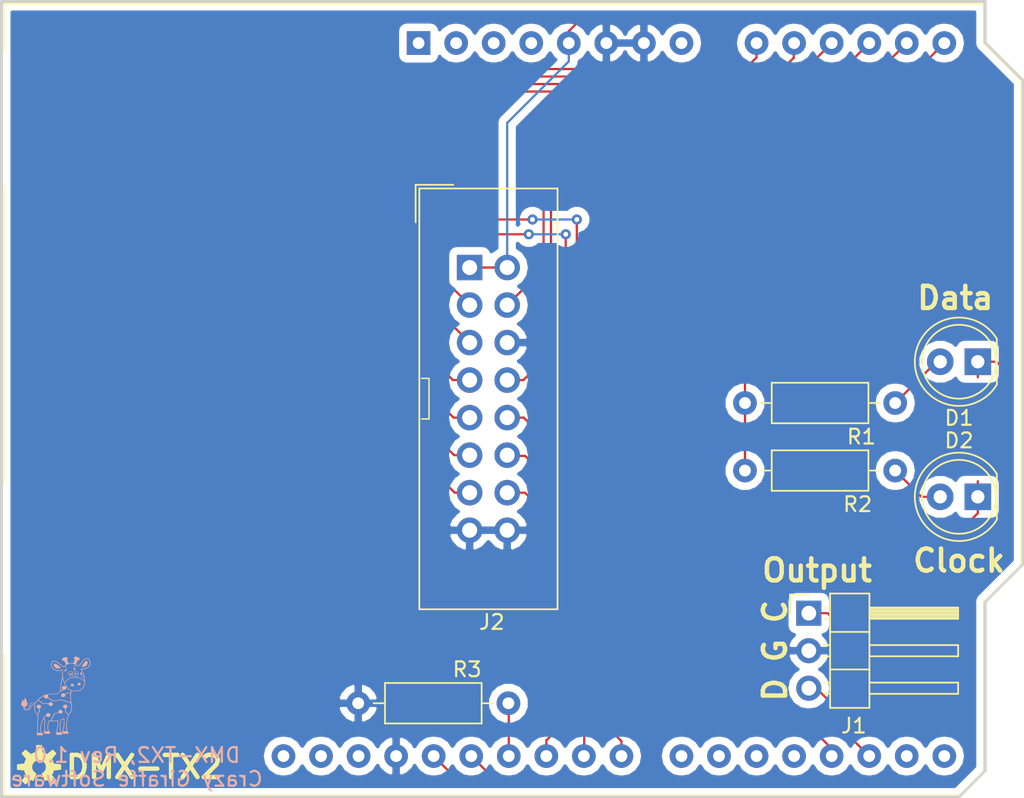
<source format=kicad_pcb>
(kicad_pcb (version 20171130) (host pcbnew "(5.0.0)")

  (general
    (thickness 1.6)
    (drawings 18)
    (tracks 142)
    (zones 0)
    (modules 10)
    (nets 33)
  )

  (page A4)
  (title_block
    (title "DMX Demonstrator - Transmitter for Control-Pro (DMX-TX2)")
    (date 2020-09-25)
    (rev 1.0)
    (company "Crazy Giraffe Software")
    (comment 2 "Designed by: SparkyBobo")
    (comment 3 "https://creativecommons.org/licenses/by-sa/4.0/ ")
    (comment 4 "Released under the Creative Commons Attribution Share-Alike 4.0 License")
  )

  (layers
    (0 F.Cu signal hide)
    (31 B.Cu signal)
    (32 B.Adhes user)
    (33 F.Adhes user)
    (34 B.Paste user)
    (35 F.Paste user)
    (36 B.SilkS user)
    (37 F.SilkS user)
    (38 B.Mask user)
    (39 F.Mask user)
    (40 Dwgs.User user)
    (41 Cmts.User user)
    (42 Eco1.User user)
    (43 Eco2.User user)
    (44 Edge.Cuts user)
    (45 Margin user)
    (46 B.CrtYd user)
    (47 F.CrtYd user)
    (48 B.Fab user)
    (49 F.Fab user)
  )

  (setup
    (last_trace_width 0.1524)
    (trace_clearance 0.1524)
    (zone_clearance 0.508)
    (zone_45_only no)
    (trace_min 0.1524)
    (segment_width 0.1)
    (edge_width 0.15)
    (via_size 0.6858)
    (via_drill 0.3302)
    (via_min_size 0.508)
    (via_min_drill 0.254)
    (uvia_size 0.6858)
    (uvia_drill 0.3302)
    (uvias_allowed no)
    (uvia_min_size 0.2)
    (uvia_min_drill 0.1)
    (pcb_text_width 0.3)
    (pcb_text_size 1.5 1.5)
    (mod_edge_width 0.15)
    (mod_text_size 1 1)
    (mod_text_width 0.15)
    (pad_size 1.524 1.524)
    (pad_drill 0.762)
    (pad_to_mask_clearance 0.2)
    (aux_axis_origin 0 0)
    (visible_elements 7FFFFFFF)
    (pcbplotparams
      (layerselection 0x010fc_ffffffff)
      (usegerberextensions false)
      (usegerberattributes false)
      (usegerberadvancedattributes false)
      (creategerberjobfile false)
      (excludeedgelayer true)
      (linewidth 0.100000)
      (plotframeref false)
      (viasonmask false)
      (mode 1)
      (useauxorigin false)
      (hpglpennumber 1)
      (hpglpenspeed 20)
      (hpglpendiameter 15.000000)
      (psnegative false)
      (psa4output false)
      (plotreference true)
      (plotvalue true)
      (plotinvisibletext false)
      (padsonsilk false)
      (subtractmaskfromsilk false)
      (outputformat 1)
      (mirror false)
      (drillshape 1)
      (scaleselection 1)
      (outputdirectory ""))
  )

  (net 0 "")
  (net 1 +5V)
  (net 2 /A1)
  (net 3 GND)
  (net 4 /A0)
  (net 5 "Net-(D1-Pad2)")
  (net 6 "Net-(D2-Pad2)")
  (net 7 "Net-(A1-Pad32)")
  (net 8 "Net-(A1-Pad31)")
  (net 9 "Net-(A1-Pad1)")
  (net 10 "Net-(A1-Pad2)")
  (net 11 "Net-(A1-Pad3)")
  (net 12 "Net-(A1-Pad4)")
  (net 13 "Net-(A1-Pad8)")
  (net 14 "Net-(A1-Pad26)")
  (net 15 /A2)
  (net 16 /A4)
  (net 17 "Net-(A1-Pad15)")
  (net 18 "Net-(A1-Pad16)")
  (net 19 /A5)
  (net 20 /~DATA)
  (net 21 /~CLOCK)
  (net 22 /~CLK_SLO)
  (net 23 /~CLK_FST)
  (net 24 /RX)
  (net 25 /RXCLK)
  (net 26 "Net-(A1-Pad30)")
  (net 27 "Net-(A1-Pad19)")
  (net 28 "Net-(A1-Pad20)")
  (net 29 "Net-(A1-Pad21)")
  (net 30 "Net-(A1-Pad22)")
  (net 31 /~HWD_DT)
  (net 32 /A3)

  (net_class Default "This is the default net class."
    (clearance 0.1524)
    (trace_width 0.1524)
    (via_dia 0.6858)
    (via_drill 0.3302)
    (uvia_dia 0.6858)
    (uvia_drill 0.3302)
    (diff_pair_gap 0.1524)
    (diff_pair_width 0.1524)
    (add_net +5V)
    (add_net /A0)
    (add_net /A1)
    (add_net /A2)
    (add_net /A3)
    (add_net /A4)
    (add_net /A5)
    (add_net /RX)
    (add_net /RXCLK)
    (add_net /~CLK_FST)
    (add_net /~CLK_SLO)
    (add_net /~CLOCK)
    (add_net /~DATA)
    (add_net /~HWD_DT)
    (add_net GND)
    (add_net "Net-(A1-Pad1)")
    (add_net "Net-(A1-Pad15)")
    (add_net "Net-(A1-Pad16)")
    (add_net "Net-(A1-Pad19)")
    (add_net "Net-(A1-Pad2)")
    (add_net "Net-(A1-Pad20)")
    (add_net "Net-(A1-Pad21)")
    (add_net "Net-(A1-Pad22)")
    (add_net "Net-(A1-Pad26)")
    (add_net "Net-(A1-Pad3)")
    (add_net "Net-(A1-Pad30)")
    (add_net "Net-(A1-Pad31)")
    (add_net "Net-(A1-Pad32)")
    (add_net "Net-(A1-Pad4)")
    (add_net "Net-(A1-Pad8)")
    (add_net "Net-(D1-Pad2)")
    (add_net "Net-(D2-Pad2)")
  )

  (module Connector_IDC:IDC-Header_2x08_P2.54mm_Vertical (layer F.Cu) (tedit 59DE0341) (tstamp 5F700B8B)
    (at 148 81)
    (descr "Through hole straight IDC box header, 2x08, 2.54mm pitch, double rows")
    (tags "Through hole IDC box header THT 2x08 2.54mm double row")
    (path /5F618444)
    (fp_text reference J2 (at 1.5 24) (layer F.SilkS)
      (effects (font (size 1 1) (thickness 0.15)))
    )
    (fp_text value INPUT (at 1.27 24.384) (layer F.Fab)
      (effects (font (size 1 1) (thickness 0.15)))
    )
    (fp_text user %R (at 1.27 8.89) (layer F.Fab)
      (effects (font (size 1 1) (thickness 0.15)))
    )
    (fp_line (start 5.695 -5.1) (end 5.695 22.88) (layer F.Fab) (width 0.1))
    (fp_line (start 5.145 -4.56) (end 5.145 22.32) (layer F.Fab) (width 0.1))
    (fp_line (start -3.155 -5.1) (end -3.155 22.88) (layer F.Fab) (width 0.1))
    (fp_line (start -2.605 -4.56) (end -2.605 6.64) (layer F.Fab) (width 0.1))
    (fp_line (start -2.605 11.14) (end -2.605 22.32) (layer F.Fab) (width 0.1))
    (fp_line (start -2.605 6.64) (end -3.155 6.64) (layer F.Fab) (width 0.1))
    (fp_line (start -2.605 11.14) (end -3.155 11.14) (layer F.Fab) (width 0.1))
    (fp_line (start 5.695 -5.1) (end -3.155 -5.1) (layer F.Fab) (width 0.1))
    (fp_line (start 5.145 -4.56) (end -2.605 -4.56) (layer F.Fab) (width 0.1))
    (fp_line (start 5.695 22.88) (end -3.155 22.88) (layer F.Fab) (width 0.1))
    (fp_line (start 5.145 22.32) (end -2.605 22.32) (layer F.Fab) (width 0.1))
    (fp_line (start 5.695 -5.1) (end 5.145 -4.56) (layer F.Fab) (width 0.1))
    (fp_line (start 5.695 22.88) (end 5.145 22.32) (layer F.Fab) (width 0.1))
    (fp_line (start -3.155 -5.1) (end -2.605 -4.56) (layer F.Fab) (width 0.1))
    (fp_line (start -3.155 22.88) (end -2.605 22.32) (layer F.Fab) (width 0.1))
    (fp_line (start 5.95 -5.35) (end 5.95 23.13) (layer F.CrtYd) (width 0.05))
    (fp_line (start 5.95 23.13) (end -3.41 23.13) (layer F.CrtYd) (width 0.05))
    (fp_line (start -3.41 23.13) (end -3.41 -5.35) (layer F.CrtYd) (width 0.05))
    (fp_line (start -3.41 -5.35) (end 5.95 -5.35) (layer F.CrtYd) (width 0.05))
    (fp_line (start 5.945 -5.35) (end 5.945 23.13) (layer F.SilkS) (width 0.12))
    (fp_line (start 5.945 23.13) (end -3.405 23.13) (layer F.SilkS) (width 0.12))
    (fp_line (start -3.405 23.13) (end -3.405 -5.35) (layer F.SilkS) (width 0.12))
    (fp_line (start -3.405 -5.35) (end 5.945 -5.35) (layer F.SilkS) (width 0.12))
    (fp_line (start -3.655 -5.6) (end -3.655 -3.06) (layer F.SilkS) (width 0.12))
    (fp_line (start -3.655 -5.6) (end -1.115 -5.6) (layer F.SilkS) (width 0.12))
    (pad 1 thru_hole rect (at 0 0) (size 1.7272 1.7272) (drill 1.016) (layers *.Cu *.Mask)
      (net 1 +5V))
    (pad 2 thru_hole oval (at 2.54 0) (size 1.7272 1.7272) (drill 1.016) (layers *.Cu *.Mask)
      (net 1 +5V))
    (pad 3 thru_hole oval (at 0 2.54) (size 1.7272 1.7272) (drill 1.016) (layers *.Cu *.Mask)
      (net 21 /~CLOCK))
    (pad 4 thru_hole oval (at 2.54 2.54) (size 1.7272 1.7272) (drill 1.016) (layers *.Cu *.Mask)
      (net 16 /A4))
    (pad 5 thru_hole oval (at 0 5.08) (size 1.7272 1.7272) (drill 1.016) (layers *.Cu *.Mask)
      (net 20 /~DATA))
    (pad 6 thru_hole oval (at 2.54 5.08) (size 1.7272 1.7272) (drill 1.016) (layers *.Cu *.Mask)
      (net 3 GND))
    (pad 7 thru_hole oval (at 0 7.62) (size 1.7272 1.7272) (drill 1.016) (layers *.Cu *.Mask)
      (net 32 /A3))
    (pad 8 thru_hole oval (at 2.54 7.62) (size 1.7272 1.7272) (drill 1.016) (layers *.Cu *.Mask)
      (net 19 /A5))
    (pad 9 thru_hole oval (at 0 10.16) (size 1.7272 1.7272) (drill 1.016) (layers *.Cu *.Mask)
      (net 15 /A2))
    (pad 10 thru_hole oval (at 2.54 10.16) (size 1.7272 1.7272) (drill 1.016) (layers *.Cu *.Mask)
      (net 22 /~CLK_SLO))
    (pad 11 thru_hole oval (at 0 12.7) (size 1.7272 1.7272) (drill 1.016) (layers *.Cu *.Mask)
      (net 2 /A1))
    (pad 12 thru_hole oval (at 2.54 12.7) (size 1.7272 1.7272) (drill 1.016) (layers *.Cu *.Mask)
      (net 23 /~CLK_FST))
    (pad 13 thru_hole oval (at 0 15.24) (size 1.7272 1.7272) (drill 1.016) (layers *.Cu *.Mask)
      (net 4 /A0))
    (pad 14 thru_hole oval (at 2.54 15.24) (size 1.7272 1.7272) (drill 1.016) (layers *.Cu *.Mask)
      (net 31 /~HWD_DT))
    (pad 15 thru_hole oval (at 0 17.78) (size 1.7272 1.7272) (drill 1.016) (layers *.Cu *.Mask)
      (net 3 GND))
    (pad 16 thru_hole oval (at 2.54 17.78) (size 1.7272 1.7272) (drill 1.016) (layers *.Cu *.Mask)
      (net 3 GND))
    (model ${KISYS3DMOD}/Connector_IDC.3dshapes/IDC-Header_2x08_P2.54mm_Vertical.wrl
      (at (xyz 0 0 0))
      (scale (xyz 1 1 1))
      (rotate (xyz 0 0 0))
    )
  )

  (module Resistor_THT:R_Axial_DIN0207_L6.3mm_D2.5mm_P10.16mm_Horizontal (layer F.Cu) (tedit 5AE5139B) (tstamp 5F6A106B)
    (at 166.624 94.742)
    (descr "Resistor, Axial_DIN0207 series, Axial, Horizontal, pin pitch=10.16mm, 0.25W = 1/4W, length*diameter=6.3*2.5mm^2, http://cdn-reichelt.de/documents/datenblatt/B400/1_4W%23YAG.pdf")
    (tags "Resistor Axial_DIN0207 series Axial Horizontal pin pitch 10.16mm 0.25W = 1/4W length 6.3mm diameter 2.5mm")
    (path /5F3048F0)
    (fp_text reference R2 (at 7.62 2.286) (layer F.SilkS)
      (effects (font (size 1 1) (thickness 0.15)))
    )
    (fp_text value 330 (at 5.08 2.37) (layer F.Fab)
      (effects (font (size 1 1) (thickness 0.15)))
    )
    (fp_text user %R (at 5.08 0) (layer F.Fab)
      (effects (font (size 1 1) (thickness 0.15)))
    )
    (fp_line (start 11.21 -1.5) (end -1.05 -1.5) (layer F.CrtYd) (width 0.05))
    (fp_line (start 11.21 1.5) (end 11.21 -1.5) (layer F.CrtYd) (width 0.05))
    (fp_line (start -1.05 1.5) (end 11.21 1.5) (layer F.CrtYd) (width 0.05))
    (fp_line (start -1.05 -1.5) (end -1.05 1.5) (layer F.CrtYd) (width 0.05))
    (fp_line (start 9.12 0) (end 8.35 0) (layer F.SilkS) (width 0.12))
    (fp_line (start 1.04 0) (end 1.81 0) (layer F.SilkS) (width 0.12))
    (fp_line (start 8.35 -1.37) (end 1.81 -1.37) (layer F.SilkS) (width 0.12))
    (fp_line (start 8.35 1.37) (end 8.35 -1.37) (layer F.SilkS) (width 0.12))
    (fp_line (start 1.81 1.37) (end 8.35 1.37) (layer F.SilkS) (width 0.12))
    (fp_line (start 1.81 -1.37) (end 1.81 1.37) (layer F.SilkS) (width 0.12))
    (fp_line (start 10.16 0) (end 8.23 0) (layer F.Fab) (width 0.1))
    (fp_line (start 0 0) (end 1.93 0) (layer F.Fab) (width 0.1))
    (fp_line (start 8.23 -1.25) (end 1.93 -1.25) (layer F.Fab) (width 0.1))
    (fp_line (start 8.23 1.25) (end 8.23 -1.25) (layer F.Fab) (width 0.1))
    (fp_line (start 1.93 1.25) (end 8.23 1.25) (layer F.Fab) (width 0.1))
    (fp_line (start 1.93 -1.25) (end 1.93 1.25) (layer F.Fab) (width 0.1))
    (pad 2 thru_hole oval (at 10.16 0) (size 1.6 1.6) (drill 0.8) (layers *.Cu *.Mask)
      (net 6 "Net-(D2-Pad2)"))
    (pad 1 thru_hole circle (at 0 0) (size 1.6 1.6) (drill 0.8) (layers *.Cu *.Mask)
      (net 1 +5V))
    (model ${KISYS3DMOD}/Resistor_THT.3dshapes/R_Axial_DIN0207_L6.3mm_D2.5mm_P10.16mm_Horizontal.wrl
      (at (xyz 0 0 0))
      (scale (xyz 1 1 1))
      (rotate (xyz 0 0 0))
    )
  )

  (module Resistor_THT:R_Axial_DIN0207_L6.3mm_D2.5mm_P10.16mm_Horizontal (layer F.Cu) (tedit 5AE5139B) (tstamp 5F6A10EF)
    (at 150.622 110.49 180)
    (descr "Resistor, Axial_DIN0207 series, Axial, Horizontal, pin pitch=10.16mm, 0.25W = 1/4W, length*diameter=6.3*2.5mm^2, http://cdn-reichelt.de/documents/datenblatt/B400/1_4W%23YAG.pdf")
    (tags "Resistor Axial_DIN0207 series Axial Horizontal pin pitch 10.16mm 0.25W = 1/4W length 6.3mm diameter 2.5mm")
    (path /5F6228C3)
    (fp_text reference R3 (at 2.794 2.286 180) (layer F.SilkS)
      (effects (font (size 1 1) (thickness 0.15)))
    )
    (fp_text value 330 (at 5.08 2.37 180) (layer F.Fab)
      (effects (font (size 1 1) (thickness 0.15)))
    )
    (fp_text user %R (at 5.08 0 180) (layer F.Fab)
      (effects (font (size 1 1) (thickness 0.15)))
    )
    (fp_line (start 11.21 -1.5) (end -1.05 -1.5) (layer F.CrtYd) (width 0.05))
    (fp_line (start 11.21 1.5) (end 11.21 -1.5) (layer F.CrtYd) (width 0.05))
    (fp_line (start -1.05 1.5) (end 11.21 1.5) (layer F.CrtYd) (width 0.05))
    (fp_line (start -1.05 -1.5) (end -1.05 1.5) (layer F.CrtYd) (width 0.05))
    (fp_line (start 9.12 0) (end 8.35 0) (layer F.SilkS) (width 0.12))
    (fp_line (start 1.04 0) (end 1.81 0) (layer F.SilkS) (width 0.12))
    (fp_line (start 8.35 -1.37) (end 1.81 -1.37) (layer F.SilkS) (width 0.12))
    (fp_line (start 8.35 1.37) (end 8.35 -1.37) (layer F.SilkS) (width 0.12))
    (fp_line (start 1.81 1.37) (end 8.35 1.37) (layer F.SilkS) (width 0.12))
    (fp_line (start 1.81 -1.37) (end 1.81 1.37) (layer F.SilkS) (width 0.12))
    (fp_line (start 10.16 0) (end 8.23 0) (layer F.Fab) (width 0.1))
    (fp_line (start 0 0) (end 1.93 0) (layer F.Fab) (width 0.1))
    (fp_line (start 8.23 -1.25) (end 1.93 -1.25) (layer F.Fab) (width 0.1))
    (fp_line (start 8.23 1.25) (end 8.23 -1.25) (layer F.Fab) (width 0.1))
    (fp_line (start 1.93 1.25) (end 8.23 1.25) (layer F.Fab) (width 0.1))
    (fp_line (start 1.93 -1.25) (end 1.93 1.25) (layer F.Fab) (width 0.1))
    (pad 2 thru_hole oval (at 10.16 0 180) (size 1.6 1.6) (drill 0.8) (layers *.Cu *.Mask)
      (net 3 GND))
    (pad 1 thru_hole circle (at 0 0 180) (size 1.6 1.6) (drill 0.8) (layers *.Cu *.Mask)
      (net 14 "Net-(A1-Pad26)"))
    (model ${KISYS3DMOD}/Resistor_THT.3dshapes/R_Axial_DIN0207_L6.3mm_D2.5mm_P10.16mm_Horizontal.wrl
      (at (xyz 0 0 0))
      (scale (xyz 1 1 1))
      (rotate (xyz 0 0 0))
    )
  )

  (module Resistor_THT:R_Axial_DIN0207_L6.3mm_D2.5mm_P10.16mm_Horizontal (layer F.Cu) (tedit 5AE5139B) (tstamp 5F6A10D9)
    (at 166.624 90.17)
    (descr "Resistor, Axial_DIN0207 series, Axial, Horizontal, pin pitch=10.16mm, 0.25W = 1/4W, length*diameter=6.3*2.5mm^2, http://cdn-reichelt.de/documents/datenblatt/B400/1_4W%23YAG.pdf")
    (tags "Resistor Axial_DIN0207 series Axial Horizontal pin pitch 10.16mm 0.25W = 1/4W length 6.3mm diameter 2.5mm")
    (path /5F3040DD)
    (fp_text reference R1 (at 7.874 2.286) (layer F.SilkS)
      (effects (font (size 1 1) (thickness 0.15)))
    )
    (fp_text value 330 (at 5.08 2.37) (layer F.Fab)
      (effects (font (size 1 1) (thickness 0.15)))
    )
    (fp_line (start 1.93 -1.25) (end 1.93 1.25) (layer F.Fab) (width 0.1))
    (fp_line (start 1.93 1.25) (end 8.23 1.25) (layer F.Fab) (width 0.1))
    (fp_line (start 8.23 1.25) (end 8.23 -1.25) (layer F.Fab) (width 0.1))
    (fp_line (start 8.23 -1.25) (end 1.93 -1.25) (layer F.Fab) (width 0.1))
    (fp_line (start 0 0) (end 1.93 0) (layer F.Fab) (width 0.1))
    (fp_line (start 10.16 0) (end 8.23 0) (layer F.Fab) (width 0.1))
    (fp_line (start 1.81 -1.37) (end 1.81 1.37) (layer F.SilkS) (width 0.12))
    (fp_line (start 1.81 1.37) (end 8.35 1.37) (layer F.SilkS) (width 0.12))
    (fp_line (start 8.35 1.37) (end 8.35 -1.37) (layer F.SilkS) (width 0.12))
    (fp_line (start 8.35 -1.37) (end 1.81 -1.37) (layer F.SilkS) (width 0.12))
    (fp_line (start 1.04 0) (end 1.81 0) (layer F.SilkS) (width 0.12))
    (fp_line (start 9.12 0) (end 8.35 0) (layer F.SilkS) (width 0.12))
    (fp_line (start -1.05 -1.5) (end -1.05 1.5) (layer F.CrtYd) (width 0.05))
    (fp_line (start -1.05 1.5) (end 11.21 1.5) (layer F.CrtYd) (width 0.05))
    (fp_line (start 11.21 1.5) (end 11.21 -1.5) (layer F.CrtYd) (width 0.05))
    (fp_line (start 11.21 -1.5) (end -1.05 -1.5) (layer F.CrtYd) (width 0.05))
    (fp_text user %R (at 5.08 0) (layer F.Fab)
      (effects (font (size 1 1) (thickness 0.15)))
    )
    (pad 1 thru_hole circle (at 0 0) (size 1.6 1.6) (drill 0.8) (layers *.Cu *.Mask)
      (net 1 +5V))
    (pad 2 thru_hole oval (at 10.16 0) (size 1.6 1.6) (drill 0.8) (layers *.Cu *.Mask)
      (net 5 "Net-(D1-Pad2)"))
    (model ${KISYS3DMOD}/Resistor_THT.3dshapes/R_Axial_DIN0207_L6.3mm_D2.5mm_P10.16mm_Horizontal.wrl
      (at (xyz 0 0 0))
      (scale (xyz 1 1 1))
      (rotate (xyz 0 0 0))
    )
  )

  (module LED_THT:LED_D5.0mm (layer F.Cu) (tedit 5995936A) (tstamp 5F437596)
    (at 182.372 87.376 180)
    (descr "LED, diameter 5.0mm, 2 pins, http://cdn-reichelt.de/documents/datenblatt/A500/LL-504BC2E-009.pdf")
    (tags "LED diameter 5.0mm 2 pins")
    (path /5F304057)
    (fp_text reference D1 (at 1.27 -3.81 180) (layer F.SilkS)
      (effects (font (size 1 1) (thickness 0.15)))
    )
    (fp_text value DATA (at 1.27 3.96 180) (layer F.Fab)
      (effects (font (size 1 1) (thickness 0.15)))
    )
    (fp_arc (start 1.27 0) (end -1.23 -1.469694) (angle 299.1) (layer F.Fab) (width 0.1))
    (fp_arc (start 1.27 0) (end -1.29 -1.54483) (angle 148.9) (layer F.SilkS) (width 0.12))
    (fp_arc (start 1.27 0) (end -1.29 1.54483) (angle -148.9) (layer F.SilkS) (width 0.12))
    (fp_circle (center 1.27 0) (end 3.77 0) (layer F.Fab) (width 0.1))
    (fp_circle (center 1.27 0) (end 3.77 0) (layer F.SilkS) (width 0.12))
    (fp_line (start -1.23 -1.469694) (end -1.23 1.469694) (layer F.Fab) (width 0.1))
    (fp_line (start -1.29 -1.545) (end -1.29 1.545) (layer F.SilkS) (width 0.12))
    (fp_line (start -1.95 -3.25) (end -1.95 3.25) (layer F.CrtYd) (width 0.05))
    (fp_line (start -1.95 3.25) (end 4.5 3.25) (layer F.CrtYd) (width 0.05))
    (fp_line (start 4.5 3.25) (end 4.5 -3.25) (layer F.CrtYd) (width 0.05))
    (fp_line (start 4.5 -3.25) (end -1.95 -3.25) (layer F.CrtYd) (width 0.05))
    (fp_text user %R (at 1.25 0 180) (layer F.Fab)
      (effects (font (size 0.8 0.8) (thickness 0.2)))
    )
    (pad 1 thru_hole rect (at 0 0 180) (size 1.8 1.8) (drill 0.9) (layers *.Cu *.Mask)
      (net 20 /~DATA))
    (pad 2 thru_hole circle (at 2.54 0 180) (size 1.8 1.8) (drill 0.9) (layers *.Cu *.Mask)
      (net 5 "Net-(D1-Pad2)"))
    (model ${KISYS3DMOD}/LED_THT.3dshapes/LED_D5.0mm.wrl
      (at (xyz 0 0 0))
      (scale (xyz 1 1 1))
      (rotate (xyz 0 0 0))
    )
  )

  (module Connector_PinHeader_2.54mm:PinHeader_1x03_P2.54mm_Horizontal (layer F.Cu) (tedit 59FED5CB) (tstamp 5F4379DB)
    (at 170.942 104.394)
    (descr "Through hole angled pin header, 1x03, 2.54mm pitch, 6mm pin length, single row")
    (tags "Through hole angled pin header THT 1x03 2.54mm single row")
    (path /5F3037EB)
    (fp_text reference J1 (at 3.048 7.62 180) (layer F.SilkS)
      (effects (font (size 1 1) (thickness 0.15)))
    )
    (fp_text value Output (at 4.385 7.35) (layer F.Fab)
      (effects (font (size 1 1) (thickness 0.15)))
    )
    (fp_line (start 2.135 -1.27) (end 4.04 -1.27) (layer F.Fab) (width 0.1))
    (fp_line (start 4.04 -1.27) (end 4.04 6.35) (layer F.Fab) (width 0.1))
    (fp_line (start 4.04 6.35) (end 1.5 6.35) (layer F.Fab) (width 0.1))
    (fp_line (start 1.5 6.35) (end 1.5 -0.635) (layer F.Fab) (width 0.1))
    (fp_line (start 1.5 -0.635) (end 2.135 -1.27) (layer F.Fab) (width 0.1))
    (fp_line (start -0.32 -0.32) (end 1.5 -0.32) (layer F.Fab) (width 0.1))
    (fp_line (start -0.32 -0.32) (end -0.32 0.32) (layer F.Fab) (width 0.1))
    (fp_line (start -0.32 0.32) (end 1.5 0.32) (layer F.Fab) (width 0.1))
    (fp_line (start 4.04 -0.32) (end 10.04 -0.32) (layer F.Fab) (width 0.1))
    (fp_line (start 10.04 -0.32) (end 10.04 0.32) (layer F.Fab) (width 0.1))
    (fp_line (start 4.04 0.32) (end 10.04 0.32) (layer F.Fab) (width 0.1))
    (fp_line (start -0.32 2.22) (end 1.5 2.22) (layer F.Fab) (width 0.1))
    (fp_line (start -0.32 2.22) (end -0.32 2.86) (layer F.Fab) (width 0.1))
    (fp_line (start -0.32 2.86) (end 1.5 2.86) (layer F.Fab) (width 0.1))
    (fp_line (start 4.04 2.22) (end 10.04 2.22) (layer F.Fab) (width 0.1))
    (fp_line (start 10.04 2.22) (end 10.04 2.86) (layer F.Fab) (width 0.1))
    (fp_line (start 4.04 2.86) (end 10.04 2.86) (layer F.Fab) (width 0.1))
    (fp_line (start -0.32 4.76) (end 1.5 4.76) (layer F.Fab) (width 0.1))
    (fp_line (start -0.32 4.76) (end -0.32 5.4) (layer F.Fab) (width 0.1))
    (fp_line (start -0.32 5.4) (end 1.5 5.4) (layer F.Fab) (width 0.1))
    (fp_line (start 4.04 4.76) (end 10.04 4.76) (layer F.Fab) (width 0.1))
    (fp_line (start 10.04 4.76) (end 10.04 5.4) (layer F.Fab) (width 0.1))
    (fp_line (start 4.04 5.4) (end 10.04 5.4) (layer F.Fab) (width 0.1))
    (fp_line (start 1.44 -1.33) (end 1.44 6.41) (layer F.SilkS) (width 0.12))
    (fp_line (start 1.44 6.41) (end 4.1 6.41) (layer F.SilkS) (width 0.12))
    (fp_line (start 4.1 6.41) (end 4.1 -1.33) (layer F.SilkS) (width 0.12))
    (fp_line (start 4.1 -1.33) (end 1.44 -1.33) (layer F.SilkS) (width 0.12))
    (fp_line (start 4.1 -0.38) (end 10.1 -0.38) (layer F.SilkS) (width 0.12))
    (fp_line (start 10.1 -0.38) (end 10.1 0.38) (layer F.SilkS) (width 0.12))
    (fp_line (start 10.1 0.38) (end 4.1 0.38) (layer F.SilkS) (width 0.12))
    (fp_line (start 4.1 -0.32) (end 10.1 -0.32) (layer F.SilkS) (width 0.12))
    (fp_line (start 4.1 -0.2) (end 10.1 -0.2) (layer F.SilkS) (width 0.12))
    (fp_line (start 4.1 -0.08) (end 10.1 -0.08) (layer F.SilkS) (width 0.12))
    (fp_line (start 4.1 0.04) (end 10.1 0.04) (layer F.SilkS) (width 0.12))
    (fp_line (start 4.1 0.16) (end 10.1 0.16) (layer F.SilkS) (width 0.12))
    (fp_line (start 4.1 0.28) (end 10.1 0.28) (layer F.SilkS) (width 0.12))
    (fp_line (start 1.11 -0.38) (end 1.44 -0.38) (layer F.SilkS) (width 0.12))
    (fp_line (start 1.11 0.38) (end 1.44 0.38) (layer F.SilkS) (width 0.12))
    (fp_line (start 1.44 1.27) (end 4.1 1.27) (layer F.SilkS) (width 0.12))
    (fp_line (start 4.1 2.16) (end 10.1 2.16) (layer F.SilkS) (width 0.12))
    (fp_line (start 10.1 2.16) (end 10.1 2.92) (layer F.SilkS) (width 0.12))
    (fp_line (start 10.1 2.92) (end 4.1 2.92) (layer F.SilkS) (width 0.12))
    (fp_line (start 1.042929 2.16) (end 1.44 2.16) (layer F.SilkS) (width 0.12))
    (fp_line (start 1.042929 2.92) (end 1.44 2.92) (layer F.SilkS) (width 0.12))
    (fp_line (start 1.44 3.81) (end 4.1 3.81) (layer F.SilkS) (width 0.12))
    (fp_line (start 4.1 4.7) (end 10.1 4.7) (layer F.SilkS) (width 0.12))
    (fp_line (start 10.1 4.7) (end 10.1 5.46) (layer F.SilkS) (width 0.12))
    (fp_line (start 10.1 5.46) (end 4.1 5.46) (layer F.SilkS) (width 0.12))
    (fp_line (start 1.042929 4.7) (end 1.44 4.7) (layer F.SilkS) (width 0.12))
    (fp_line (start 1.042929 5.46) (end 1.44 5.46) (layer F.SilkS) (width 0.12))
    (fp_line (start -1.27 0) (end -1.27 -1.27) (layer F.SilkS) (width 0.12))
    (fp_line (start -1.27 -1.27) (end 0 -1.27) (layer F.SilkS) (width 0.12))
    (fp_line (start -1.8 -1.8) (end -1.8 6.85) (layer F.CrtYd) (width 0.05))
    (fp_line (start -1.8 6.85) (end 10.55 6.85) (layer F.CrtYd) (width 0.05))
    (fp_line (start 10.55 6.85) (end 10.55 -1.8) (layer F.CrtYd) (width 0.05))
    (fp_line (start 10.55 -1.8) (end -1.8 -1.8) (layer F.CrtYd) (width 0.05))
    (fp_text user %R (at 2.77 2.54 90) (layer F.Fab)
      (effects (font (size 1 1) (thickness 0.15)))
    )
    (pad 1 thru_hole rect (at 0 0) (size 1.7 1.7) (drill 1) (layers *.Cu *.Mask)
      (net 25 /RXCLK))
    (pad 2 thru_hole oval (at 0 2.54) (size 1.7 1.7) (drill 1) (layers *.Cu *.Mask)
      (net 3 GND))
    (pad 3 thru_hole oval (at 0 5.08) (size 1.7 1.7) (drill 1) (layers *.Cu *.Mask)
      (net 24 /RX))
    (model ${KISYS3DMOD}/Connector_PinHeader_2.54mm.3dshapes/PinHeader_1x03_P2.54mm_Horizontal.wrl
      (at (xyz 0 0 0))
      (scale (xyz 1 1 1))
      (rotate (xyz 0 0 0))
    )
  )

  (module LED_THT:LED_D5.0mm (layer F.Cu) (tedit 5995936A) (tstamp 5F437614)
    (at 182.372 96.52 180)
    (descr "LED, diameter 5.0mm, 2 pins, http://cdn-reichelt.de/documents/datenblatt/A500/LL-504BC2E-009.pdf")
    (tags "LED diameter 5.0mm 2 pins")
    (path /5F3048EA)
    (fp_text reference D2 (at 1.27 3.81 180) (layer F.SilkS)
      (effects (font (size 1 1) (thickness 0.15)))
    )
    (fp_text value CLOCK (at 1.27 3.96 180) (layer F.Fab)
      (effects (font (size 1 1) (thickness 0.15)))
    )
    (fp_text user %R (at 1.25 0 180) (layer F.Fab)
      (effects (font (size 0.8 0.8) (thickness 0.2)))
    )
    (fp_line (start 4.5 -3.25) (end -1.95 -3.25) (layer F.CrtYd) (width 0.05))
    (fp_line (start 4.5 3.25) (end 4.5 -3.25) (layer F.CrtYd) (width 0.05))
    (fp_line (start -1.95 3.25) (end 4.5 3.25) (layer F.CrtYd) (width 0.05))
    (fp_line (start -1.95 -3.25) (end -1.95 3.25) (layer F.CrtYd) (width 0.05))
    (fp_line (start -1.29 -1.545) (end -1.29 1.545) (layer F.SilkS) (width 0.12))
    (fp_line (start -1.23 -1.469694) (end -1.23 1.469694) (layer F.Fab) (width 0.1))
    (fp_circle (center 1.27 0) (end 3.77 0) (layer F.SilkS) (width 0.12))
    (fp_circle (center 1.27 0) (end 3.77 0) (layer F.Fab) (width 0.1))
    (fp_arc (start 1.27 0) (end -1.29 1.54483) (angle -148.9) (layer F.SilkS) (width 0.12))
    (fp_arc (start 1.27 0) (end -1.29 -1.54483) (angle 148.9) (layer F.SilkS) (width 0.12))
    (fp_arc (start 1.27 0) (end -1.23 -1.469694) (angle 299.1) (layer F.Fab) (width 0.1))
    (pad 2 thru_hole circle (at 2.54 0 180) (size 1.8 1.8) (drill 0.9) (layers *.Cu *.Mask)
      (net 6 "Net-(D2-Pad2)"))
    (pad 1 thru_hole rect (at 0 0 180) (size 1.8 1.8) (drill 0.9) (layers *.Cu *.Mask)
      (net 21 /~CLOCK))
    (model ${KISYS3DMOD}/LED_THT.3dshapes/LED_D5.0mm.wrl
      (at (xyz 0 0 0))
      (scale (xyz 1 1 1))
      (rotate (xyz 0 0 0))
    )
  )

  (module Module:Arduino_UNO_R3 (layer F.Cu) (tedit 5F35C11E) (tstamp 5F437584)
    (at 144.547001 65.807001)
    (descr "Arduino UNO R3, http://www.mouser.com/pdfdocs/Gravitech_Arduino_Nano3_0.pdf")
    (tags "Arduino UNO R3")
    (path /5F3035A0)
    (fp_text reference A1 (at 1.27 -3.81 180) (layer F.SilkS) hide
      (effects (font (size 1 1) (thickness 0.15)))
    )
    (fp_text value Arduino_UNO_R3 (at 0 22.86) (layer F.Fab)
      (effects (font (size 1 1) (thickness 0.15)))
    )
    (fp_text user %R (at 0 20.32 180) (layer F.Fab)
      (effects (font (size 1 1) (thickness 0.15)))
    )
    (fp_line (start 38.35 -2.79) (end 38.35 0) (layer F.CrtYd) (width 0.05))
    (fp_line (start 38.35 0) (end 40.89 2.54) (layer F.CrtYd) (width 0.05))
    (fp_line (start 40.89 2.54) (end 40.89 35.31) (layer F.CrtYd) (width 0.05))
    (fp_line (start 40.89 35.31) (end 38.35 37.85) (layer F.CrtYd) (width 0.05))
    (fp_line (start 38.35 37.85) (end 38.35 49.28) (layer F.CrtYd) (width 0.05))
    (fp_line (start 38.35 49.28) (end 36.58 51.05) (layer F.CrtYd) (width 0.05))
    (fp_line (start 36.58 51.05) (end -28.19 51.05) (layer F.CrtYd) (width 0.05))
    (fp_line (start -28.19 51.05) (end -28.19 41.53) (layer F.CrtYd) (width 0.05))
    (fp_line (start -28.19 41.53) (end -34.54 41.53) (layer F.CrtYd) (width 0.05))
    (fp_line (start -34.54 41.53) (end -34.54 29.59) (layer F.CrtYd) (width 0.05))
    (fp_line (start -34.54 29.59) (end -28.19 29.59) (layer F.CrtYd) (width 0.05))
    (fp_line (start -28.19 29.59) (end -28.19 9.78) (layer F.CrtYd) (width 0.05))
    (fp_line (start -28.19 9.78) (end -30.1 9.78) (layer F.CrtYd) (width 0.05))
    (fp_line (start -30.1 9.78) (end -30.1 0.38) (layer F.CrtYd) (width 0.05))
    (fp_line (start -30.1 0.38) (end -28.19 0.38) (layer F.CrtYd) (width 0.05))
    (fp_line (start -28.19 0.38) (end -28.19 -2.79) (layer F.CrtYd) (width 0.05))
    (fp_line (start -28.19 -2.79) (end 38.35 -2.79) (layer F.CrtYd) (width 0.05))
    (fp_line (start 40.77 35.31) (end 40.77 2.54) (layer F.SilkS) (width 0.12))
    (fp_line (start 40.77 2.54) (end 38.23 0) (layer F.SilkS) (width 0.12))
    (fp_line (start 38.23 0) (end 38.23 -2.67) (layer F.SilkS) (width 0.12))
    (fp_line (start 38.23 -2.67) (end -28.07 -2.67) (layer F.SilkS) (width 0.12))
    (fp_line (start -28.07 -2.67) (end -28.07 0.51) (layer F.SilkS) (width 0.12))
    (fp_line (start -28.07 0.51) (end -29.97 0.51) (layer F.SilkS) (width 0.12))
    (fp_line (start -29.97 0.51) (end -29.97 9.65) (layer F.SilkS) (width 0.12))
    (fp_line (start -29.97 9.65) (end -28.07 9.65) (layer F.SilkS) (width 0.12))
    (fp_line (start -28.07 9.65) (end -28.07 29.72) (layer F.SilkS) (width 0.12))
    (fp_line (start -28.07 29.72) (end -34.42 29.72) (layer F.SilkS) (width 0.12))
    (fp_line (start -34.42 29.72) (end -34.42 41.4) (layer F.SilkS) (width 0.12))
    (fp_line (start -34.42 41.4) (end -28.07 41.4) (layer F.SilkS) (width 0.12))
    (fp_line (start -28.07 41.4) (end -28.07 50.93) (layer F.SilkS) (width 0.12))
    (fp_line (start -28.07 50.93) (end 36.58 50.93) (layer F.SilkS) (width 0.12))
    (fp_line (start 36.58 50.93) (end 38.23 49.28) (layer F.SilkS) (width 0.12))
    (fp_line (start 38.23 49.28) (end 38.23 37.85) (layer F.SilkS) (width 0.12))
    (fp_line (start 38.23 37.85) (end 40.77 35.31) (layer F.SilkS) (width 0.12))
    (fp_line (start -34.29 29.84) (end -18.41 29.84) (layer F.Fab) (width 0.1))
    (fp_line (start -18.41 29.84) (end -18.41 41.27) (layer F.Fab) (width 0.1))
    (fp_line (start -18.41 41.27) (end -34.29 41.27) (layer F.Fab) (width 0.1))
    (fp_line (start -34.29 41.27) (end -34.29 29.84) (layer F.Fab) (width 0.1))
    (fp_line (start -29.84 0.64) (end -16.51 0.64) (layer F.Fab) (width 0.1))
    (fp_line (start -16.51 0.64) (end -16.51 9.53) (layer F.Fab) (width 0.1))
    (fp_line (start -16.51 9.53) (end -29.84 9.53) (layer F.Fab) (width 0.1))
    (fp_line (start -29.84 9.53) (end -29.84 0.64) (layer F.Fab) (width 0.1))
    (fp_line (start 38.1 37.85) (end 38.1 49.28) (layer F.Fab) (width 0.1))
    (fp_line (start 40.64 2.54) (end 40.64 35.31) (layer F.Fab) (width 0.1))
    (fp_line (start 40.64 35.31) (end 38.1 37.85) (layer F.Fab) (width 0.1))
    (fp_line (start 38.1 -2.54) (end 38.1 0) (layer F.Fab) (width 0.1))
    (fp_line (start 38.1 0) (end 40.64 2.54) (layer F.Fab) (width 0.1))
    (fp_line (start 38.1 49.28) (end 36.58 50.8) (layer F.Fab) (width 0.1))
    (fp_line (start 36.58 50.8) (end -27.94 50.8) (layer F.Fab) (width 0.1))
    (fp_line (start -27.94 50.8) (end -27.94 -2.54) (layer F.Fab) (width 0.1))
    (fp_line (start -27.94 -2.54) (end 38.1 -2.54) (layer F.Fab) (width 0.1))
    (pad 32 thru_hole oval (at -9.14 48.26 90) (size 1.6 1.6) (drill 0.8) (layers *.Cu *.Mask)
      (net 7 "Net-(A1-Pad32)"))
    (pad 31 thru_hole oval (at -6.6 48.26 90) (size 1.6 1.6) (drill 0.8) (layers *.Cu *.Mask)
      (net 8 "Net-(A1-Pad31)"))
    (pad 1 thru_hole rect (at 0 0 90) (size 1.6 1.6) (drill 0.8) (layers *.Cu *.Mask)
      (net 9 "Net-(A1-Pad1)"))
    (pad 17 thru_hole oval (at 30.48 48.26 90) (size 1.6 1.6) (drill 0.8) (layers *.Cu *.Mask)
      (net 20 /~DATA))
    (pad 2 thru_hole oval (at 2.54 0 90) (size 1.6 1.6) (drill 0.8) (layers *.Cu *.Mask)
      (net 10 "Net-(A1-Pad2)"))
    (pad 18 thru_hole oval (at 27.94 48.26 90) (size 1.6 1.6) (drill 0.8) (layers *.Cu *.Mask)
      (net 21 /~CLOCK))
    (pad 3 thru_hole oval (at 5.08 0 90) (size 1.6 1.6) (drill 0.8) (layers *.Cu *.Mask)
      (net 11 "Net-(A1-Pad3)"))
    (pad 19 thru_hole oval (at 25.4 48.26 90) (size 1.6 1.6) (drill 0.8) (layers *.Cu *.Mask)
      (net 27 "Net-(A1-Pad19)"))
    (pad 4 thru_hole oval (at 7.62 0 90) (size 1.6 1.6) (drill 0.8) (layers *.Cu *.Mask)
      (net 12 "Net-(A1-Pad4)"))
    (pad 20 thru_hole oval (at 22.86 48.26 90) (size 1.6 1.6) (drill 0.8) (layers *.Cu *.Mask)
      (net 28 "Net-(A1-Pad20)"))
    (pad 5 thru_hole oval (at 10.16 0 90) (size 1.6 1.6) (drill 0.8) (layers *.Cu *.Mask)
      (net 1 +5V))
    (pad 21 thru_hole oval (at 20.32 48.26 90) (size 1.6 1.6) (drill 0.8) (layers *.Cu *.Mask)
      (net 29 "Net-(A1-Pad21)"))
    (pad 6 thru_hole oval (at 12.7 0 90) (size 1.6 1.6) (drill 0.8) (layers *.Cu *.Mask)
      (net 3 GND))
    (pad 22 thru_hole oval (at 17.78 48.26 90) (size 1.6 1.6) (drill 0.8) (layers *.Cu *.Mask)
      (net 30 "Net-(A1-Pad22)"))
    (pad 7 thru_hole oval (at 15.24 0 90) (size 1.6 1.6) (drill 0.8) (layers *.Cu *.Mask)
      (net 3 GND))
    (pad 23 thru_hole oval (at 13.72 48.26 90) (size 1.6 1.6) (drill 0.8) (layers *.Cu *.Mask)
      (net 22 /~CLK_SLO))
    (pad 8 thru_hole oval (at 17.78 0 90) (size 1.6 1.6) (drill 0.8) (layers *.Cu *.Mask)
      (net 13 "Net-(A1-Pad8)"))
    (pad 24 thru_hole oval (at 11.18 48.26 90) (size 1.6 1.6) (drill 0.8) (layers *.Cu *.Mask)
      (net 23 /~CLK_FST))
    (pad 9 thru_hole oval (at 22.86 0 90) (size 1.6 1.6) (drill 0.8) (layers *.Cu *.Mask)
      (net 4 /A0))
    (pad 25 thru_hole oval (at 8.64 48.26 90) (size 1.6 1.6) (drill 0.8) (layers *.Cu *.Mask)
      (net 31 /~HWD_DT))
    (pad 10 thru_hole oval (at 25.4 0 90) (size 1.6 1.6) (drill 0.8) (layers *.Cu *.Mask)
      (net 2 /A1))
    (pad 26 thru_hole oval (at 6.1 48.26 90) (size 1.6 1.6) (drill 0.8) (layers *.Cu *.Mask)
      (net 14 "Net-(A1-Pad26)"))
    (pad 11 thru_hole oval (at 27.94 0 90) (size 1.6 1.6) (drill 0.8) (layers *.Cu *.Mask)
      (net 15 /A2))
    (pad 27 thru_hole oval (at 3.56 48.26 90) (size 1.6 1.6) (drill 0.8) (layers *.Cu *.Mask)
      (net 24 /RX))
    (pad 12 thru_hole oval (at 30.48 0 90) (size 1.6 1.6) (drill 0.8) (layers *.Cu *.Mask)
      (net 32 /A3))
    (pad 28 thru_hole oval (at 1.02 48.26 90) (size 1.6 1.6) (drill 0.8) (layers *.Cu *.Mask)
      (net 25 /RXCLK))
    (pad 13 thru_hole oval (at 33.02 0 90) (size 1.6 1.6) (drill 0.8) (layers *.Cu *.Mask)
      (net 16 /A4))
    (pad 29 thru_hole oval (at -1.52 48.26 90) (size 1.6 1.6) (drill 0.8) (layers *.Cu *.Mask)
      (net 3 GND))
    (pad 14 thru_hole oval (at 35.56 0 90) (size 1.6 1.6) (drill 0.8) (layers *.Cu *.Mask)
      (net 19 /A5))
    (pad 30 thru_hole oval (at -4.06 48.26 90) (size 1.6 1.6) (drill 0.8) (layers *.Cu *.Mask)
      (net 26 "Net-(A1-Pad30)"))
    (pad 15 thru_hole oval (at 35.56 48.26 90) (size 1.6 1.6) (drill 0.8) (layers *.Cu *.Mask)
      (net 17 "Net-(A1-Pad15)"))
    (pad 16 thru_hole oval (at 33.02 48.26 90) (size 1.6 1.6) (drill 0.8) (layers *.Cu *.Mask)
      (net 18 "Net-(A1-Pad16)"))
    (model ${KISYS3DMOD}/Module.3dshapes/Arduino_UNO_R3.wrl
      (at (xyz 0 0 0))
      (scale (xyz 1 1 1))
      (rotate (xyz 0 0 0))
    )
  )

  (module Aesthetics:OSHW-LOGO-S (layer F.Cu) (tedit 200000) (tstamp 5F7D558C)
    (at 118.872 114.808)
    (descr "OPEN-SOURCE HARDWARE (OSHW) LOGO - SMALL - SILKSCREEN")
    (tags "OPEN-SOURCE HARDWARE (OSHW) LOGO - SMALL - SILKSCREEN")
    (attr virtual)
    (fp_text reference "" (at 0 0) (layer F.SilkS)
      (effects (font (size 1.524 1.524) (thickness 0.15)))
    )
    (fp_text value "" (at 0 0) (layer F.SilkS)
      (effects (font (size 1.524 1.524) (thickness 0.15)))
    )
    (fp_poly (pts (xy 0.3937 0.9525) (xy 0.5461 0.87376) (xy 0.92202 1.1811) (xy 1.1811 0.92202)
      (xy 0.87376 0.5461) (xy 0.9525 0.3937) (xy 1.0033 0.23114) (xy 1.48844 0.18034)
      (xy 1.48844 -0.18034) (xy 1.0033 -0.23114) (xy 0.9525 -0.3937) (xy 0.87376 -0.5461)
      (xy 1.1811 -0.92202) (xy 0.92202 -1.1811) (xy 0.5461 -0.87376) (xy 0.3937 -0.9525)
      (xy 0.23114 -1.0033) (xy 0.18034 -1.48844) (xy -0.18034 -1.48844) (xy -0.23114 -1.0033)
      (xy -0.3937 -0.9525) (xy -0.5461 -0.87376) (xy -0.92202 -1.1811) (xy -1.1811 -0.92202)
      (xy -0.87376 -0.5461) (xy -0.9525 -0.3937) (xy -1.0033 -0.23114) (xy -1.48844 -0.18034)
      (xy -1.48844 0.18034) (xy -1.0033 0.23114) (xy -0.9525 0.3937) (xy -0.87376 0.5461)
      (xy -1.1811 0.92202) (xy -0.92202 1.1811) (xy -0.5461 0.87376) (xy -0.3937 0.9525)
      (xy -0.1778 0.4318) (xy -0.27432 0.37846) (xy -0.3556 0.30226) (xy -0.41656 0.21082)
      (xy -0.45466 0.10922) (xy -0.46736 0) (xy -0.45466 -0.10922) (xy -0.41402 -0.2159)
      (xy -0.35052 -0.30734) (xy -0.2667 -0.38354) (xy -0.16764 -0.43434) (xy -0.06096 -0.46228)
      (xy 0.0508 -0.46482) (xy 0.16002 -0.43942) (xy 0.25908 -0.38862) (xy 0.34544 -0.31496)
      (xy 0.40894 -0.22352) (xy 0.45212 -0.11938) (xy 0.46736 -0.01016) (xy 0.4572 0.09906)
      (xy 0.4191 0.20574) (xy 0.35814 0.29972) (xy 0.27686 0.37592) (xy 0.1778 0.4318)) (layer F.SilkS) (width 0.01))
  )

  (module footprints:logo_cr_5x5 (layer B.Cu) (tedit 0) (tstamp 5F852DBD)
    (at 120 110 180)
    (fp_text reference G*** (at 0 0 180) (layer B.SilkS) hide
      (effects (font (size 1.524 1.524) (thickness 0.3)) (justify mirror))
    )
    (fp_text value LOGO (at 0.75 0 180) (layer B.SilkS) hide
      (effects (font (size 1.524 1.524) (thickness 0.3)) (justify mirror))
    )
    (fp_poly (pts (xy -1.00174 1.539357) (xy -0.989414 1.537163) (xy -0.979007 1.533269) (xy -0.970707 1.528099)
      (xy -0.963328 1.521274) (xy -0.957047 1.513208) (xy -0.952043 1.504317) (xy -0.948493 1.495016)
      (xy -0.946575 1.485721) (xy -0.946466 1.476845) (xy -0.948343 1.468805) (xy -0.949974 1.465415)
      (xy -0.954322 1.458612) (xy -0.959282 1.451955) (xy -0.964312 1.446104) (xy -0.968868 1.44172)
      (xy -0.970367 1.440573) (xy -0.974356 1.438297) (xy -0.97962 1.435917) (xy -0.983808 1.434363)
      (xy -0.988679 1.432624) (xy -0.992874 1.430882) (xy -0.995213 1.429673) (xy -0.99774 1.428921)
      (xy -1.002232 1.42839) (xy -1.00799 1.428093) (xy -1.014313 1.428043) (xy -1.020501 1.428252)
      (xy -1.025855 1.428732) (xy -1.028031 1.429084) (xy -1.031464 1.430347) (xy -1.036535 1.432969)
      (xy -1.04277 1.436672) (xy -1.049693 1.441179) (xy -1.054614 1.444606) (xy -1.062953 1.452065)
      (xy -1.069053 1.460707) (xy -1.072895 1.470226) (xy -1.074463 1.480319) (xy -1.073739 1.490683)
      (xy -1.070706 1.501014) (xy -1.065348 1.511008) (xy -1.058808 1.519166) (xy -1.049541 1.527087)
      (xy -1.038739 1.533149) (xy -1.026864 1.537269) (xy -1.014377 1.539365) (xy -1.00174 1.539357)) (layer B.SilkS) (width 0.01))
    (fp_poly (pts (xy -1.323432 1.556563) (xy -1.312242 1.552681) (xy -1.302317 1.546749) (xy -1.295426 1.540485)
      (xy -1.28838 1.531464) (xy -1.283038 1.521874) (xy -1.279496 1.512112) (xy -1.277853 1.502572)
      (xy -1.278206 1.493651) (xy -1.280653 1.485744) (xy -1.28151 1.484131) (xy -1.285859 1.477328)
      (xy -1.290819 1.470671) (xy -1.295849 1.46482) (xy -1.300405 1.460435) (xy -1.301904 1.459288)
      (xy -1.305893 1.457013) (xy -1.311157 1.454633) (xy -1.315345 1.453079) (xy -1.320216 1.451339)
      (xy -1.324411 1.449598) (xy -1.32675 1.448389) (xy -1.329277 1.447636) (xy -1.333769 1.447106)
      (xy -1.339527 1.446809) (xy -1.34585 1.446759) (xy -1.352038 1.446967) (xy -1.357392 1.447448)
      (xy -1.359568 1.4478) (xy -1.363001 1.449063) (xy -1.368072 1.451685) (xy -1.374307 1.455388)
      (xy -1.38123 1.459895) (xy -1.386151 1.463322) (xy -1.394426 1.470672) (xy -1.400432 1.479033)
      (xy -1.404245 1.488128) (xy -1.405939 1.497678) (xy -1.40559 1.507408) (xy -1.403272 1.51704)
      (xy -1.39906 1.526299) (xy -1.39303 1.534905) (xy -1.385256 1.542584) (xy -1.375813 1.549057)
      (xy -1.364776 1.554048) (xy -1.361284 1.55518) (xy -1.348284 1.557887) (xy -1.335556 1.558324)
      (xy -1.323432 1.556563)) (layer B.SilkS) (width 0.01))
    (fp_poly (pts (xy -2.08694 2.377093) (xy -2.077414 2.374577) (xy -2.066844 2.369829) (xy -2.055084 2.362822)
      (xy -2.05185 2.360652) (xy -2.024284 2.340686) (xy -1.998163 2.319582) (xy -1.973699 2.29755)
      (xy -1.9511 2.274798) (xy -1.930575 2.251537) (xy -1.912333 2.227974) (xy -1.898676 2.2077)
      (xy -1.895862 2.203081) (xy -1.892099 2.196721) (xy -1.887734 2.189214) (xy -1.883114 2.181158)
      (xy -1.878898 2.173705) (xy -1.861644 2.143962) (xy -1.844613 2.116619) (xy -1.827635 2.091433)
      (xy -1.810541 2.068162) (xy -1.793161 2.04656) (xy -1.780025 2.031516) (xy -1.773758 2.024521)
      (xy -1.769104 2.01913) (xy -1.765835 2.015012) (xy -1.763719 2.011838) (xy -1.762525 2.009277)
      (xy -1.762023 2.006998) (xy -1.761958 2.00564) (xy -1.763077 1.999922) (xy -1.766112 1.993678)
      (xy -1.770581 1.987562) (xy -1.775999 1.982227) (xy -1.781885 1.978329) (xy -1.78227 1.978142)
      (xy -1.784443 1.977277) (xy -1.787016 1.976646) (xy -1.790272 1.976255) (xy -1.794492 1.976109)
      (xy -1.799958 1.976215) (xy -1.806952 1.976577) (xy -1.815755 1.977201) (xy -1.826649 1.978093)
      (xy -1.839917 1.979258) (xy -1.84014 1.979278) (xy -1.860896 1.981232) (xy -1.879298 1.983181)
      (xy -1.895663 1.985178) (xy -1.910311 1.987279) (xy -1.923559 1.989536) (xy -1.935726 1.992006)
      (xy -1.947131 1.994741) (xy -1.958092 1.997797) (xy -1.968927 2.001228) (xy -1.969168 2.001309)
      (xy -1.991576 2.009929) (xy -2.01333 2.020476) (xy -2.034069 2.032708) (xy -2.053436 2.046386)
      (xy -2.07107 2.061266) (xy -2.086612 2.07711) (xy -2.09237 2.083921) (xy -2.107427 2.104586)
      (xy -2.120586 2.126776) (xy -2.131656 2.150086) (xy -2.140447 2.174113) (xy -2.146767 2.198452)
      (xy -2.147035 2.199774) (xy -2.149137 2.2132) (xy -2.150414 2.227939) (xy -2.150899 2.243526)
      (xy -2.150627 2.259498) (xy -2.149633 2.275392) (xy -2.147949 2.290745) (xy -2.145611 2.305092)
      (xy -2.142652 2.317972) (xy -2.139107 2.328919) (xy -2.13719 2.333388) (xy -2.133402 2.340681)
      (xy -2.128892 2.348294) (xy -2.124031 2.355694) (xy -2.119189 2.362346) (xy -2.114737 2.367716)
      (xy -2.111045 2.371272) (xy -2.11072 2.371516) (xy -2.103446 2.375535) (xy -2.095568 2.377403)
      (xy -2.08694 2.377093)) (layer B.SilkS) (width 0.01))
    (fp_poly (pts (xy 0.087808 2.189746) (xy 0.090941 2.189084) (xy 0.093817 2.187832) (xy 0.09716 2.185874)
      (xy 0.102425 2.181765) (xy 0.107169 2.176516) (xy 0.110784 2.170919) (xy 0.112659 2.16577)
      (xy 0.112674 2.165684) (xy 0.113406 2.162265) (xy 0.113993 2.160337) (xy 0.118217 2.146225)
      (xy 0.120411 2.130975) (xy 0.120589 2.114384) (xy 0.118762 2.096247) (xy 0.118225 2.092827)
      (xy 0.117602 2.088662) (xy 0.116987 2.083997) (xy 0.116951 2.083702) (xy 0.11639 2.080116)
      (xy 0.115781 2.077741) (xy 0.115664 2.077496) (xy 0.115052 2.07553) (xy 0.114449 2.072167)
      (xy 0.114387 2.071699) (xy 0.113739 2.068626) (xy 0.112409 2.063619) (xy 0.110577 2.057264)
      (xy 0.108427 2.050145) (xy 0.106141 2.04285) (xy 0.103901 2.035961) (xy 0.10189 2.030066)
      (xy 0.100291 2.02575) (xy 0.099512 2.023979) (xy 0.098118 2.021196) (xy 0.095997 2.016835)
      (xy 0.093557 2.011738) (xy 0.093023 2.010611) (xy 0.089288 2.002948) (xy 0.086034 1.996719)
      (xy 0.08343 1.992229) (xy 0.081644 1.989778) (xy 0.081213 1.989444) (xy 0.080296 1.987905)
      (xy 0.080211 1.987105) (xy 0.079452 1.985398) (xy 0.078874 1.985211) (xy 0.077669 1.984136)
      (xy 0.077537 1.983317) (xy 0.076898 1.981319) (xy 0.076466 1.980977) (xy 0.075253 1.979748)
      (xy 0.072944 1.976857) (xy 0.069962 1.972841) (xy 0.068779 1.971187) (xy 0.065666 1.967213)
      (xy 0.061056 1.961867) (xy 0.055394 1.955614) (xy 0.049123 1.94892) (xy 0.042688 1.942251)
      (xy 0.036534 1.936075) (xy 0.031103 1.930857) (xy 0.026841 1.927063) (xy 0.026408 1.926708)
      (xy 0.009301 1.913831) (xy -0.007908 1.902878) (xy -0.02599 1.893416) (xy -0.045717 1.88501)
      (xy -0.051468 1.882849) (xy -0.055238 1.881581) (xy -0.059503 1.880449) (xy -0.059823 1.880371)
      (xy -0.061797 1.879798) (xy -0.062163 1.8796) (xy -0.06325 1.879164) (xy -0.064502 1.87883)
      (xy -0.067979 1.877988) (xy -0.069181 1.877697) (xy -0.071155 1.877125) (xy -0.071521 1.876927)
      (xy -0.072625 1.876549) (xy -0.074022 1.87625) (xy -0.076813 1.875663) (xy -0.080913 1.874736)
      (xy -0.082711 1.874315) (xy -0.088865 1.872882) (xy -0.093247 1.871932) (xy -0.096681 1.871297)
      (xy -0.099929 1.87082) (xy -0.104382 1.870194) (xy -0.109143 1.869478) (xy -0.109287 1.869455)
      (xy -0.11191 1.869218) (xy -0.116524 1.868976) (xy -0.122674 1.868739) (xy -0.129905 1.868515)
      (xy -0.13776 1.868315) (xy -0.145785 1.868147) (xy -0.153524 1.86802) (xy -0.16052 1.867945)
      (xy -0.16632 1.86793) (xy -0.170467 1.867985) (xy -0.172505 1.868118) (xy -0.17263 1.868163)
      (xy -0.174122 1.868548) (xy -0.177449 1.869053) (xy -0.180473 1.869412) (xy -0.188084 1.870239)
      (xy -0.193794 1.870904) (xy -0.198367 1.871505) (xy -0.202561 1.872144) (xy -0.20714 1.872921)
      (xy -0.207271 1.872944) (xy -0.212188 1.873798) (xy -0.216349 1.87451) (xy -0.218573 1.87488)
      (xy -0.221302 1.875365) (xy -0.22559 1.876179) (xy -0.229268 1.8769) (xy -0.234345 1.87785)
      (xy -0.238974 1.878615) (xy -0.2413 1.878931) (xy -0.245691 1.879782) (xy -0.249165 1.880855)
      (xy -0.253214 1.882053) (xy -0.257819 1.882945) (xy -0.25812 1.882984) (xy -0.26258 1.883793)
      (xy -0.266558 1.884897) (xy -0.266817 1.884992) (xy -0.26959 1.88579) (xy -0.271017 1.885755)
      (xy -0.272527 1.885786) (xy -0.275599 1.886581) (xy -0.276962 1.887036) (xy -0.281527 1.888408)
      (xy -0.28589 1.88936) (xy -0.286533 1.889453) (xy -0.292666 1.890531) (xy -0.300824 1.892441)
      (xy -0.31053 1.895067) (xy -0.313056 1.895797) (xy -0.319009 1.897897) (xy -0.323243 1.900389)
      (xy -0.326222 1.903237) (xy -0.330912 1.909851) (xy -0.334208 1.917125) (xy -0.335938 1.924416)
      (xy -0.335933 1.931084) (xy -0.33471 1.935245) (xy -0.333057 1.938176) (xy -0.331685 1.939698)
      (xy -0.33148 1.939758) (xy -0.329724 1.940601) (xy -0.328549 1.9416) (xy -0.326459 1.943166)
      (xy -0.322813 1.945444) (xy -0.318761 1.94774) (xy -0.312024 1.951456) (xy -0.305801 1.955019)
      (xy -0.300763 1.95804) (xy -0.298116 1.959749) (xy -0.295931 1.961207) (xy -0.292388 1.963529)
      (xy -0.289426 1.965452) (xy -0.285778 1.967929) (xy -0.283172 1.969917) (xy -0.282296 1.970809)
      (xy -0.280766 1.971827) (xy -0.280536 1.971842) (xy -0.278724 1.972593) (xy -0.275812 1.974466)
      (xy -0.27484 1.975184) (xy -0.271761 1.977292) (xy -0.269455 1.97845) (xy -0.269056 1.978527)
      (xy -0.267407 1.979595) (xy -0.266885 1.980532) (xy -0.26516 1.982309) (xy -0.264179 1.982537)
      (xy -0.262158 1.98313) (xy -0.261798 1.98355) (xy -0.260579 1.98487) (xy -0.258018 1.987095)
      (xy -0.254882 1.989615) (xy -0.251936 1.991823) (xy -0.249946 1.99311) (xy -0.2496 1.993232)
      (xy -0.248236 1.994046) (xy -0.245531 1.996142) (xy -0.242122 1.999) (xy -0.238642 2.0021)
      (xy -0.23776 2.002924) (xy -0.235433 2.00471) (xy -0.234059 2.005263) (xy -0.232448 2.00615)
      (xy -0.232388 2.006266) (xy -0.23118 2.007564) (xy -0.228472 2.009956) (xy -0.225258 2.012594)
      (xy -0.219024 2.017734) (xy -0.212588 2.023328) (xy -0.207051 2.028415) (xy -0.206451 2.028992)
      (xy -0.204617 2.030423) (xy -0.203988 2.030663) (xy -0.20267 2.031509) (xy -0.200171 2.033652)
      (xy -0.19872 2.035008) (xy -0.196002 2.037581) (xy -0.191862 2.041459) (xy -0.186841 2.046136)
      (xy -0.181484 2.051105) (xy -0.180982 2.051569) (xy -0.175228 2.056906) (xy -0.169381 2.062357)
      (xy -0.164131 2.067275) (xy -0.160236 2.070953) (xy -0.155628 2.075227) (xy -0.150855 2.079483)
      (xy -0.147033 2.08273) (xy -0.143565 2.085601) (xy -0.140833 2.08795) (xy -0.139865 2.088841)
      (xy -0.137822 2.090598) (xy -0.134266 2.093382) (xy -0.129659 2.096857) (xy -0.124462 2.100691)
      (xy -0.119136 2.104549) (xy -0.11414 2.108097) (xy -0.109937 2.111001) (xy -0.106987 2.112927)
      (xy -0.105781 2.113548) (xy -0.103899 2.114532) (xy -0.103337 2.115219) (xy -0.101951 2.116778)
      (xy -0.099424 2.118613) (xy -0.09527 2.121047) (xy -0.091573 2.123047) (xy -0.087822 2.125191)
      (xy -0.084857 2.127141) (xy -0.084221 2.127644) (xy -0.082261 2.128951) (xy -0.078494 2.131144)
      (xy -0.073496 2.133896) (xy -0.068847 2.136359) (xy -0.06191 2.139975) (xy -0.054392 2.143897)
      (xy -0.047461 2.147515) (xy -0.04445 2.149088) (xy -0.039679 2.151515) (xy -0.035947 2.153283)
      (xy -0.033769 2.154157) (xy -0.033421 2.154168) (xy -0.032384 2.154311) (xy -0.029773 2.155475)
      (xy -0.028408 2.156185) (xy -0.024512 2.158093) (xy -0.018897 2.160601) (xy -0.012224 2.163438)
      (xy -0.005152 2.166336) (xy 0.001656 2.169026) (xy 0.00754 2.171237) (xy 0.011839 2.1727)
      (xy 0.0127 2.172947) (xy 0.015099 2.173717) (xy 0.016042 2.17406) (xy 0.019882 2.17549)
      (xy 0.024198 2.177065) (xy 0.028201 2.1785) (xy 0.031099 2.179512) (xy 0.032084 2.179825)
      (xy 0.033757 2.180352) (xy 0.035092 2.180839) (xy 0.039291 2.182404) (xy 0.041933 2.183288)
      (xy 0.043949 2.183789) (xy 0.044784 2.183948) (xy 0.048073 2.184784) (xy 0.049463 2.185285)
      (xy 0.052506 2.186258) (xy 0.054142 2.186622) (xy 0.057431 2.187459) (xy 0.058821 2.18796)
      (xy 0.061115 2.188811) (xy 0.063637 2.189371) (xy 0.067026 2.189709) (xy 0.071922 2.189894)
      (xy 0.077551 2.18998) (xy 0.083613 2.189989) (xy 0.087808 2.189746)) (layer B.SilkS) (width 0.01))
    (fp_poly (pts (xy -1.300028 1.707702) (xy -1.278809 1.704363) (xy -1.259124 1.698848) (xy -1.240947 1.691144)
      (xy -1.224255 1.68124) (xy -1.209024 1.669126) (xy -1.195228 1.654791) (xy -1.19054 1.648995)
      (xy -1.179936 1.634488) (xy -1.171474 1.621141) (xy -1.165014 1.608716) (xy -1.160883 1.598382)
      (xy -1.158035 1.591144) (xy -1.155273 1.586492) (xy -1.152541 1.584339) (xy -1.151476 1.584158)
      (xy -1.149909 1.585034) (xy -1.146812 1.587445) (xy -1.142577 1.591063) (xy -1.137591 1.595562)
      (xy -1.135306 1.597694) (xy -1.117808 1.613388) (xy -1.101065 1.626749) (xy -1.084862 1.637934)
      (xy -1.06898 1.647099) (xy -1.062538 1.650297) (xy -1.041691 1.658973) (xy -1.021253 1.665055)
      (xy -1.00109 1.668564) (xy -0.981069 1.669524) (xy -0.961054 1.667957) (xy -0.95995 1.667798)
      (xy -0.939272 1.663579) (xy -0.920049 1.657262) (xy -0.902391 1.648899) (xy -0.886403 1.638542)
      (xy -0.872194 1.62624) (xy -0.871255 1.625295) (xy -0.866558 1.620334) (xy -0.862879 1.615902)
      (xy -0.859704 1.611245) (xy -0.856519 1.605611) (xy -0.8529 1.598434) (xy -0.844841 1.579084)
      (xy -0.839437 1.55942) (xy -0.836687 1.539442) (xy -0.836594 1.519153) (xy -0.839155 1.498554)
      (xy -0.841527 1.487761) (xy -0.847926 1.467355) (xy -0.856687 1.447137) (xy -0.867544 1.427482)
      (xy -0.880234 1.408766) (xy -0.894492 1.391367) (xy -0.910053 1.375659) (xy -0.926653 1.362019)
      (xy -0.933197 1.357443) (xy -0.946589 1.349313) (xy -0.961396 1.341704) (xy -0.977129 1.334784)
      (xy -0.993302 1.328717) (xy -1.009426 1.32367) (xy -1.025013 1.319809) (xy -1.039576 1.3173)
      (xy -1.052627 1.316309) (xy -1.0541 1.3163) (xy -1.066291 1.317123) (xy -1.079219 1.319407)
      (xy -1.092474 1.322966) (xy -1.105642 1.327615) (xy -1.118313 1.333167) (xy -1.130074 1.339439)
      (xy -1.140513 1.346243) (xy -1.14922 1.353394) (xy -1.155782 1.360707) (xy -1.157186 1.36277)
      (xy -1.161088 1.36873) (xy -1.165455 1.375033) (xy -1.169921 1.381189) (xy -1.174118 1.386705)
      (xy -1.177678 1.39109) (xy -1.180235 1.393852) (xy -1.180675 1.394231) (xy -1.185793 1.39716)
      (xy -1.190446 1.397495) (xy -1.19468 1.395218) (xy -1.198542 1.390311) (xy -1.200439 1.38667)
      (xy -1.204009 1.38082) (xy -1.209601 1.374028) (xy -1.216866 1.366584) (xy -1.225453 1.358779)
      (xy -1.235014 1.350904) (xy -1.245199 1.343249) (xy -1.255657 1.336107) (xy -1.26604 1.329769)
      (xy -1.273798 1.325601) (xy -1.288368 1.318853) (xy -1.302003 1.313812) (xy -1.315514 1.310279)
      (xy -1.32971 1.308055) (xy -1.345401 1.30694) (xy -1.35021 1.306799) (xy -1.357932 1.306672)
      (xy -1.364988 1.30663) (xy -1.370824 1.306672) (xy -1.374887 1.306794) (xy -1.376279 1.306911)
      (xy -1.397954 1.31111) (xy -1.417718 1.317082) (xy -1.435742 1.324923) (xy -1.452197 1.334729)
      (xy -1.467255 1.346594) (xy -1.481086 1.360614) (xy -1.488477 1.369595) (xy -1.499973 1.385866)
      (xy -1.50932 1.40231) (xy -1.516684 1.419371) (xy -1.522233 1.43749) (xy -1.526132 1.45711)
      (xy -1.528245 1.474954) (xy -1.52875 1.491137) (xy -1.510459 1.491137) (xy -1.510324 1.483818)
      (xy -1.509713 1.476804) (xy -1.508533 1.469583) (xy -1.506691 1.461647) (xy -1.504097 1.452485)
      (xy -1.500656 1.441586) (xy -1.498708 1.435679) (xy -1.493314 1.420091) (xy -1.488223 1.406774)
      (xy -1.483246 1.39537) (xy -1.478192 1.385521) (xy -1.472871 1.37687) (xy -1.467093 1.369059)
      (xy -1.460668 1.361731) (xy -1.45786 1.35884) (xy -1.445365 1.347696) (xy -1.431826 1.338381)
      (xy -1.416961 1.330767) (xy -1.400485 1.324723) (xy -1.382117 1.320121) (xy -1.367589 1.317632)
      (xy -1.361061 1.317099) (xy -1.352836 1.317017) (xy -1.343848 1.31736) (xy -1.335032 1.3181)
      (xy -1.330158 1.318731) (xy -1.318529 1.320862) (xy -1.307927 1.323684) (xy -1.297366 1.327515)
      (xy -1.285861 1.33267) (xy -1.284037 1.333555) (xy -1.265984 1.343822) (xy -1.248802 1.35641)
      (xy -1.23268 1.371054) (xy -1.21781 1.387489) (xy -1.204381 1.40545) (xy -1.193919 1.422496)
      (xy -1.170281 1.422496) (xy -1.169962 1.41596) (xy -1.168558 1.40957) (xy -1.166076 1.402756)
      (xy -1.165435 1.401253) (xy -1.160203 1.390156) (xy -1.154859 1.380882) (xy -1.148888 1.372609)
      (xy -1.143844 1.366738) (xy -1.130701 1.354251) (xy -1.116163 1.344043) (xy -1.100255 1.336129)
      (xy -1.083006 1.330525) (xy -1.078831 1.32956) (xy -1.071991 1.328538) (xy -1.06329 1.327895)
      (xy -1.053514 1.327629) (xy -1.043448 1.32774) (xy -1.033879 1.328229) (xy -1.025592 1.329094)
      (xy -1.022596 1.329586) (xy -1.000481 1.335131) (xy -0.979189 1.343212) (xy -0.958752 1.353811)
      (xy -0.939203 1.366908) (xy -0.920575 1.382486) (xy -0.909721 1.393155) (xy -0.894643 1.410566)
      (xy -0.881674 1.429111) (xy -0.870937 1.44855) (xy -0.862555 1.468643) (xy -0.856652 1.489149)
      (xy -0.854392 1.501274) (xy -0.853411 1.509676) (xy -0.852689 1.519502) (xy -0.852247 1.529963)
      (xy -0.852105 1.540269) (xy -0.852284 1.549629) (xy -0.852804 1.557254) (xy -0.852917 1.558232)
      (xy -0.856387 1.575729) (xy -0.862315 1.592205) (xy -0.87064 1.60754) (xy -0.881305 1.621611)
      (xy -0.885658 1.626296) (xy -0.89949 1.638691) (xy -0.914314 1.648618) (xy -0.930146 1.656081)
      (xy -0.947001 1.661084) (xy -0.964896 1.663632) (xy -0.983844 1.663729) (xy -1.003863 1.661379)
      (xy -1.009567 1.660303) (xy -1.030872 1.654607) (xy -1.051644 1.646307) (xy -1.071838 1.635431)
      (xy -1.091409 1.622003) (xy -1.11031 1.60605) (xy -1.117708 1.598932) (xy -1.126218 1.589937)
      (xy -1.133185 1.581288) (xy -1.138784 1.572555) (xy -1.143192 1.563303) (xy -1.146584 1.553101)
      (xy -1.149135 1.541514) (xy -1.151022 1.528111) (xy -1.152338 1.513577) (xy -1.154259 1.494679)
      (xy -1.157249 1.476968) (xy -1.161549 1.459171) (xy -1.164624 1.44868) (xy -1.167622 1.438286)
      (xy -1.169504 1.429748) (xy -1.170281 1.422496) (xy -1.193919 1.422496) (xy -1.192584 1.424671)
      (xy -1.18261 1.444889) (xy -1.174648 1.465838) (xy -1.168891 1.487252) (xy -1.167226 1.496019)
      (xy -1.165631 1.507458) (xy -1.16448 1.519621) (xy -1.163794 1.531871) (xy -1.163595 1.543565)
      (xy -1.163903 1.554066) (xy -1.164739 1.562732) (xy -1.164998 1.564341) (xy -1.168114 1.577394)
      (xy -1.172923 1.591546) (xy -1.179124 1.606213) (xy -1.186414 1.620813) (xy -1.194493 1.634762)
      (xy -1.203058 1.647477) (xy -1.21181 1.658374) (xy -1.215709 1.66251) (xy -1.229467 1.674395)
      (xy -1.244822 1.684204) (xy -1.261626 1.691884) (xy -1.279728 1.69738) (xy -1.298978 1.700641)
      (xy -1.319226 1.701613) (xy -1.325465 1.701451) (xy -1.346842 1.699313) (xy -1.367154 1.694754)
      (xy -1.386466 1.687745) (xy -1.404845 1.678257) (xy -1.422354 1.666259) (xy -1.439058 1.651723)
      (xy -1.441784 1.649036) (xy -1.451676 1.638597) (xy -1.460223 1.62834) (xy -1.46781 1.617684)
      (xy -1.474821 1.606051) (xy -1.481642 1.59286) (xy -1.487498 1.580168) (xy -1.494169 1.564525)
      (xy -1.499499 1.550669) (xy -1.503613 1.538153) (xy -1.506636 1.52653) (xy -1.508694 1.515352)
      (xy -1.509912 1.504172) (xy -1.510209 1.499269) (xy -1.510459 1.491137) (xy -1.52875 1.491137)
      (xy -1.528966 1.498031) (xy -1.527051 1.520696) (xy -1.522497 1.542953) (xy -1.515305 1.564806)
      (xy -1.505472 1.58626) (xy -1.492997 1.607317) (xy -1.477879 1.627982) (xy -1.469381 1.638108)
      (xy -1.452998 1.655255) (xy -1.436017 1.669884) (xy -1.41823 1.68212) (xy -1.399426 1.69209)
      (xy -1.379396 1.699919) (xy -1.35793 1.705735) (xy -1.356895 1.705959) (xy -1.349897 1.707299)
      (xy -1.343263 1.708181) (xy -1.336121 1.70868) (xy -1.327599 1.70887) (xy -1.322805 1.708874)
      (xy -1.300028 1.707702)) (layer B.SilkS) (width 0.01))
    (fp_poly (pts (xy -1.569432 0.894624) (xy -1.561093 0.893887) (xy -1.554333 0.892559) (xy -1.554079 0.892484)
      (xy -1.540331 0.887064) (xy -1.527229 0.879326) (xy -1.51519 0.86962) (xy -1.504626 0.85829)
      (xy -1.495953 0.845685) (xy -1.494053 0.842231) (xy -1.489045 0.831338) (xy -1.485676 0.82065)
      (xy -1.483689 0.809182) (xy -1.482951 0.799432) (xy -1.483106 0.785025) (xy -1.484968 0.772584)
      (xy -1.488614 0.761961) (xy -1.494116 0.753006) (xy -1.501549 0.745569) (xy -1.510989 0.7395)
      (xy -1.513379 0.738316) (xy -1.530005 0.731798) (xy -1.547634 0.727351) (xy -1.565684 0.725055)
      (xy -1.583576 0.724989) (xy -1.597987 0.726703) (xy -1.61367 0.730581) (xy -1.62977 0.736484)
      (xy -1.645483 0.744061) (xy -1.660004 0.752958) (xy -1.663229 0.755256) (xy -1.670435 0.761699)
      (xy -1.675921 0.769293) (xy -1.679758 0.778267) (xy -1.682018 0.788851) (xy -1.682771 0.801274)
      (xy -1.682089 0.815765) (xy -1.682076 0.815913) (xy -1.680475 0.828263) (xy -1.677926 0.838513)
      (xy -1.674191 0.84714) (xy -1.669035 0.85462) (xy -1.662222 0.861429) (xy -1.657754 0.865007)
      (xy -1.651747 0.868948) (xy -1.64378 0.873342) (xy -1.634465 0.877919) (xy -1.624418 0.882408)
      (xy -1.61425 0.886537) (xy -1.604575 0.890038) (xy -1.596008 0.892638) (xy -1.594033 0.893134)
      (xy -1.58689 0.894264) (xy -1.57836 0.894755) (xy -1.569432 0.894624)) (layer B.SilkS) (width 0.01))
    (fp_poly (pts (xy -1.119396 0.825578) (xy -1.109855 0.824982) (xy -1.101195 0.8239) (xy -1.094474 0.822443)
      (xy -1.078448 0.816602) (xy -1.06405 0.808691) (xy -1.051169 0.798627) (xy -1.039693 0.786326)
      (xy -1.031804 0.775369) (xy -1.024785 0.763009) (xy -1.019881 0.751016) (xy -1.017166 0.739644)
      (xy -1.016711 0.729143) (xy -1.017301 0.724569) (xy -1.020595 0.714093) (xy -1.02628 0.70375)
      (xy -1.03408 0.693798) (xy -1.043714 0.684496) (xy -1.054905 0.676104) (xy -1.067374 0.668881)
      (xy -1.080842 0.663086) (xy -1.084847 0.661724) (xy -1.091355 0.660217) (xy -1.099914 0.659095)
      (xy -1.109925 0.658385) (xy -1.120787 0.658113) (xy -1.131903 0.658307) (xy -1.142674 0.658995)
      (xy -1.143487 0.65907) (xy -1.157876 0.660962) (xy -1.170259 0.663814) (xy -1.181199 0.667844)
      (xy -1.191261 0.673273) (xy -1.201007 0.680319) (xy -1.203557 0.682442) (xy -1.213383 0.691638)
      (xy -1.220741 0.700512) (xy -1.225677 0.709338) (xy -1.228234 0.718392) (xy -1.228458 0.727949)
      (xy -1.226394 0.738284) (xy -1.222085 0.749674) (xy -1.216324 0.761055) (xy -1.206474 0.77735)
      (xy -1.196242 0.791407) (xy -1.185748 0.803075) (xy -1.176421 0.811226) (xy -1.171586 0.814332)
      (xy -1.165078 0.817714) (xy -1.157799 0.82093) (xy -1.152358 0.822976) (xy -1.1463 0.824388)
      (xy -1.13832 0.825288) (xy -1.129118 0.825682) (xy -1.119396 0.825578)) (layer B.SilkS) (width 0.01))
    (fp_poly (pts (xy -1.36631 2.655905) (xy -1.345626 2.654439) (xy -1.324978 2.651765) (xy -1.305126 2.647964)
      (xy -1.286833 2.643115) (xy -1.284003 2.642215) (xy -1.271018 2.636707) (xy -1.259838 2.629334)
      (xy -1.250589 2.620269) (xy -1.243399 2.609686) (xy -1.238396 2.597758) (xy -1.235707 2.584656)
      (xy -1.235258 2.576187) (xy -1.236275 2.562853) (xy -1.239409 2.550648) (xy -1.244841 2.539058)
      (xy -1.252102 2.528395) (xy -1.263119 2.512659) (xy -1.271546 2.496991) (xy -1.277455 2.481204)
      (xy -1.280918 2.465104) (xy -1.282008 2.448817) (xy -1.281818 2.442219) (xy -1.281216 2.435597)
      (xy -1.280117 2.428618) (xy -1.278437 2.420946) (xy -1.276091 2.41225) (xy -1.272994 2.402195)
      (xy -1.269062 2.390448) (xy -1.264209 2.376676) (xy -1.262439 2.371761) (xy -1.255755 2.354328)
      (xy -1.247856 2.335489) (xy -1.239094 2.316007) (xy -1.229823 2.296642) (xy -1.220394 2.278156)
      (xy -1.211901 2.262612) (xy -1.20839 2.256179) (xy -1.204995 2.249537) (xy -1.202188 2.243624)
      (xy -1.200875 2.240554) (xy -1.196564 2.230388) (xy -1.192557 2.222398) (xy -1.188939 2.216741)
      (xy -1.186316 2.213947) (xy -1.182247 2.212017) (xy -1.176246 2.211187) (xy -1.168164 2.211455)
      (xy -1.157856 2.212821) (xy -1.152754 2.213735) (xy -1.124249 2.218296) (xy -1.095332 2.22115)
      (xy -1.065563 2.222317) (xy -1.034501 2.221816) (xy -1.005973 2.220028) (xy -0.987035 2.218358)
      (xy -0.970364 2.216637) (xy -0.955553 2.214801) (xy -0.942196 2.212785) (xy -0.929885 2.210526)
      (xy -0.918216 2.20796) (xy -0.90678 2.205023) (xy -0.902077 2.203701) (xy -0.893491 2.201346)
      (xy -0.886985 2.199889) (xy -0.882131 2.199307) (xy -0.878498 2.199575) (xy -0.875658 2.20067)
      (xy -0.873682 2.202113) (xy -0.87229 2.203971) (xy -0.869803 2.207983) (xy -0.866345 2.213924)
      (xy -0.862037 2.221567) (xy -0.857 2.230686) (xy -0.851357 2.241054) (xy -0.845229 2.252445)
      (xy -0.838738 2.264634) (xy -0.832007 2.277392) (xy -0.825157 2.290495) (xy -0.818309 2.303716)
      (xy -0.811587 2.316828) (xy -0.806201 2.327442) (xy -0.798699 2.342412) (xy -0.792377 2.355328)
      (xy -0.787135 2.366485) (xy -0.782876 2.376176) (xy -0.779501 2.384698) (xy -0.776912 2.392343)
      (xy -0.775011 2.399408) (xy -0.7737 2.406187) (xy -0.77288 2.412974) (xy -0.772453 2.420064)
      (xy -0.772321 2.427752) (xy -0.77232 2.429042) (xy -0.772407 2.437544) (xy -0.772695 2.444169)
      (xy -0.773268 2.44971) (xy -0.774209 2.454962) (xy -0.775602 2.460718) (xy -0.77571 2.461127)
      (xy -0.779962 2.475381) (xy -0.785018 2.488654) (xy -0.791318 2.502023) (xy -0.795955 2.510677)
      (xy -0.801129 2.520446) (xy -0.80485 2.528728) (xy -0.807314 2.536139) (xy -0.808715 2.543296)
      (xy -0.80925 2.550818) (xy -0.809271 2.5527) (xy -0.80813 2.565114) (xy -0.804817 2.577162)
      (xy -0.799566 2.588308) (xy -0.792611 2.598015) (xy -0.787282 2.603302) (xy -0.780208 2.608314)
      (xy -0.770926 2.613247) (xy -0.759897 2.617912) (xy -0.747585 2.622118) (xy -0.734451 2.625674)
      (xy -0.731198 2.626416) (xy -0.724459 2.627487) (xy -0.715603 2.628285) (xy -0.705174 2.628809)
      (xy -0.693714 2.62906) (xy -0.681767 2.629038) (xy -0.669875 2.628743) (xy -0.658582 2.628174)
      (xy -0.64843 2.627333) (xy -0.641016 2.62639) (xy -0.613661 2.621078) (xy -0.587188 2.613889)
      (xy -0.561828 2.60493) (xy -0.537808 2.59431) (xy -0.515357 2.582139) (xy -0.494703 2.568525)
      (xy -0.476076 2.553576) (xy -0.464457 2.542472) (xy -0.454938 2.532132) (xy -0.447116 2.522342)
      (xy -0.440393 2.512277) (xy -0.434171 2.501113) (xy -0.433443 2.499686) (xy -0.430623 2.494031)
      (xy -0.428798 2.489869) (xy -0.427751 2.48631) (xy -0.427267 2.482466) (xy -0.427128 2.477445)
      (xy -0.427121 2.473724) (xy -0.427168 2.467491) (xy -0.427457 2.46299) (xy -0.428203 2.459283)
      (xy -0.429626 2.455429) (xy -0.431942 2.450489) (xy -0.433007 2.448324) (xy -0.436543 2.441704)
      (xy -0.440261 2.436115) (xy -0.444851 2.430616) (xy -0.449717 2.425547) (xy -0.455478 2.420175)
      (xy -0.461485 2.415488) (xy -0.468127 2.411291) (xy -0.475791 2.407388) (xy -0.484866 2.403585)
      (xy -0.495739 2.399687) (xy -0.508799 2.395498) (xy -0.510673 2.394924) (xy -0.526253 2.389893)
      (xy -0.539591 2.384927) (xy -0.551104 2.379799) (xy -0.561209 2.374278) (xy -0.570322 2.368138)
      (xy -0.578858 2.361149) (xy -0.587235 2.353082) (xy -0.587646 2.352657) (xy -0.592435 2.347573)
      (xy -0.596643 2.342754) (xy -0.600494 2.337845) (xy -0.604213 2.332492) (xy -0.608026 2.326339)
      (xy -0.612158 2.319033) (xy -0.616832 2.310217) (xy -0.622274 2.299538) (xy -0.6259 2.292292)
      (xy -0.636493 2.270859) (xy -0.646305 2.250661) (xy -0.655266 2.231848) (xy -0.663308 2.214575)
      (xy -0.67036 2.198991) (xy -0.676353 2.18525) (xy -0.681218 2.173503) (xy -0.684885 2.163903)
      (xy -0.685726 2.161508) (xy -0.690264 2.150394) (xy -0.695463 2.141528) (xy -0.695986 2.140813)
      (xy -0.699427 2.135783) (xy -0.701406 2.131506) (xy -0.701785 2.127654) (xy -0.700422 2.123902)
      (xy -0.697179 2.119924) (xy -0.691915 2.115394) (xy -0.68449 2.109985) (xy -0.68203 2.108286)
      (xy -0.675095 2.103265) (xy -0.666596 2.096679) (xy -0.656881 2.08883) (xy -0.646302 2.08002)
      (xy -0.635207 2.070551) (xy -0.623946 2.060724) (xy -0.612869 2.050841) (xy -0.602326 2.041204)
      (xy -0.592665 2.032116) (xy -0.584238 2.023878) (xy -0.584102 2.023741) (xy -0.577854 2.017543)
      (xy -0.572903 2.013071) (xy -0.568658 2.010157) (xy -0.564531 2.008632) (xy -0.55993 2.00833)
      (xy -0.554265 2.00908) (xy -0.546947 2.010716) (xy -0.542347 2.011847) (xy -0.514073 2.019667)
      (xy -0.486989 2.028803) (xy -0.461417 2.039123) (xy -0.437677 2.050493) (xy -0.416092 2.062781)
      (xy -0.410464 2.066377) (xy -0.404923 2.070041) (xy -0.400032 2.073371) (xy -0.395487 2.076612)
      (xy -0.390988 2.08001) (xy -0.386229 2.083811) (xy -0.38091 2.088261) (xy -0.374728 2.093606)
      (xy -0.367379 2.100093) (xy -0.35856 2.107966) (xy -0.351589 2.11422) (xy -0.324927 2.137789)
      (xy -0.297978 2.160875) (xy -0.270992 2.183285) (xy -0.244217 2.204826) (xy -0.217901 2.225305)
      (xy -0.192293 2.244529) (xy -0.167642 2.262304) (xy -0.144196 2.278438) (xy -0.122203 2.292737)
      (xy -0.120408 2.293863) (xy -0.089259 2.312347) (xy -0.058763 2.328477) (xy -0.028966 2.342239)
      (xy 0.000087 2.353617) (xy 0.028349 2.362597) (xy 0.055774 2.369165) (xy 0.082317 2.373305)
      (xy 0.10793 2.375003) (xy 0.132348 2.374263) (xy 0.156245 2.371303) (xy 0.178294 2.366449)
      (xy 0.198574 2.35966) (xy 0.217163 2.350894) (xy 0.234141 2.34011) (xy 0.249587 2.327267)
      (xy 0.26358 2.312323) (xy 0.271907 2.301501) (xy 0.277678 2.292971) (xy 0.282679 2.284512)
      (xy 0.287124 2.275629) (xy 0.29123 2.265832) (xy 0.295211 2.254626) (xy 0.299284 2.241521)
      (xy 0.301444 2.234027) (xy 0.307196 2.212058) (xy 0.31154 2.191581) (xy 0.31448 2.172118)
      (xy 0.316021 2.153194) (xy 0.316169 2.13433) (xy 0.314927 2.115049) (xy 0.312301 2.094875)
      (xy 0.308295 2.07333) (xy 0.303286 2.051439) (xy 0.296255 2.024662) (xy 0.288833 2.000184)
      (xy 0.280841 1.97764) (xy 0.272102 1.956663) (xy 0.262437 1.936888) (xy 0.251668 1.917948)
      (xy 0.239616 1.899479) (xy 0.226104 1.881113) (xy 0.21164 1.863296) (xy 0.189839 1.8395)
      (xy 0.165901 1.81703) (xy 0.140121 1.796095) (xy 0.11279 1.776907) (xy 0.084201 1.759675)
      (xy 0.05465 1.744609) (xy 0.032753 1.735146) (xy 0.012036 1.727399) (xy -0.00991 1.720175)
      (xy -0.03248 1.71363) (xy -0.05507 1.707918) (xy -0.077075 1.703195) (xy -0.097893 1.699616)
      (xy -0.112963 1.697714) (xy -0.124587 1.696893) (xy -0.138525 1.696546) (xy -0.154465 1.696658)
      (xy -0.172093 1.697213) (xy -0.191094 1.698198) (xy -0.211156 1.699595) (xy -0.231965 1.701391)
      (xy -0.253207 1.70357) (xy -0.266702 1.705137) (xy -0.280168 1.706802) (xy -0.294422 1.708618)
      (xy -0.309152 1.710542) (xy -0.324047 1.712529) (xy -0.338794 1.714536) (xy -0.35308 1.716519)
      (xy -0.366594 1.718434) (xy -0.379024 1.720238) (xy -0.390057 1.721887) (xy -0.399382 1.723336)
      (xy -0.406685 1.724543) (xy -0.411656 1.725462) (xy -0.411747 1.725481) (xy -0.421057 1.727399)
      (xy -0.428098 1.728721) (xy -0.433225 1.729373) (xy -0.436791 1.729279) (xy -0.439152 1.728364)
      (xy -0.440662 1.726553) (xy -0.441673 1.723771) (xy -0.442541 1.719943) (xy -0.442758 1.718908)
      (xy -0.44334 1.715635) (xy -0.443528 1.712609) (xy -0.44325 1.709199) (xy -0.442436 1.704775)
      (xy -0.441018 1.698706) (xy -0.440103 1.695029) (xy -0.434495 1.667916) (xy -0.430854 1.639117)
      (xy -0.429178 1.608755) (xy -0.429467 1.576957) (xy -0.43172 1.543847) (xy -0.435938 1.50955)
      (xy -0.440589 1.482069) (xy -0.442401 1.470911) (xy -0.443659 1.45926) (xy -0.444454 1.446198)
      (xy -0.444639 1.441116) (xy -0.4451 1.431344) (xy -0.44588 1.420064) (xy -0.446885 1.408408)
      (xy -0.448024 1.397509) (xy -0.448576 1.39299) (xy -0.450354 1.379082) (xy -0.451782 1.367402)
      (xy -0.452899 1.357532) (xy -0.45374 1.349053) (xy -0.454343 1.341548) (xy -0.454744 1.334599)
      (xy -0.45498 1.327787) (xy -0.455087 1.320695) (xy -0.455099 1.318795) (xy -0.455015 1.310226)
      (xy -0.454623 1.302415) (xy -0.45383 1.294894) (xy -0.452545 1.287191) (xy -0.450676 1.278837)
      (xy -0.448132 1.269362) (xy -0.444822 1.258295) (xy -0.440946 1.246073) (xy -0.437454 1.235045)
      (xy -0.434309 1.224615) (xy -0.431415 1.214392) (xy -0.42868 1.203984) (xy -0.426009 1.193002)
      (xy -0.423307 1.181052) (xy -0.420482 1.167746) (xy -0.417438 1.152692) (xy -0.414082 1.135498)
      (xy -0.413084 1.1303) (xy -0.411397 1.12213) (xy -0.409161 1.112223) (xy -0.406573 1.101411)
      (xy -0.403833 1.090523) (xy -0.401139 1.080391) (xy -0.401078 1.080169) (xy -0.398952 1.07239)
      (xy -0.397112 1.065484) (xy -0.395484 1.059094) (xy -0.393996 1.052865) (xy -0.392575 1.046443)
      (xy -0.391146 1.039471) (xy -0.389638 1.031594) (xy -0.387977 1.022457) (xy -0.386089 1.011705)
      (xy -0.383903 0.998982) (xy -0.381681 0.985921) (xy -0.378763 0.968858) (xy -0.376177 0.954057)
      (xy -0.373853 0.941137) (xy -0.371716 0.929716) (xy -0.369695 0.919414) (xy -0.367717 0.90985)
      (xy -0.36571 0.900642) (xy -0.364282 0.894348) (xy -0.361487 0.881926) (xy -0.358941 0.86996)
      (xy -0.356583 0.858084) (xy -0.354354 0.845936) (xy -0.352194 0.833152) (xy -0.350041 0.819366)
      (xy -0.347837 0.804217) (xy -0.345522 0.787339) (xy -0.343034 0.768369) (xy -0.341538 0.756653)
      (xy -0.339107 0.737834) (xy -0.336819 0.720953) (xy -0.334564 0.705288) (xy -0.332234 0.690115)
      (xy -0.329718 0.674711) (xy -0.326908 0.658354) (xy -0.325498 0.650374) (xy -0.322159 0.630944)
      (xy -0.319276 0.612586) (xy -0.316788 0.594767) (xy -0.314636 0.576953) (xy -0.312761 0.558609)
      (xy -0.311103 0.539203) (xy -0.309604 0.5182) (xy -0.308203 0.495068) (xy -0.308178 0.494632)
      (xy -0.307126 0.476772) (xy -0.306081 0.461253) (xy -0.304989 0.447742) (xy -0.303798 0.435909)
      (xy -0.302452 0.42542) (xy -0.300898 0.415943) (xy -0.299082 0.407147) (xy -0.29695 0.398699)
      (xy -0.294448 0.390268) (xy -0.291523 0.381521) (xy -0.288437 0.372979) (xy -0.279508 0.350313)
      (xy -0.270311 0.329931) (xy -0.260603 0.311443) (xy -0.250141 0.294461) (xy -0.238683 0.278594)
      (xy -0.225987 0.263454) (xy -0.211809 0.24865) (xy -0.209698 0.246588) (xy -0.188253 0.227601)
      (xy -0.165411 0.210873) (xy -0.141139 0.196388) (xy -0.115403 0.184125) (xy -0.088169 0.174068)
      (xy -0.063823 0.167241) (xy -0.057623 0.165745) (xy -0.052109 0.164463) (xy -0.047021 0.16338)
      (xy -0.042103 0.162479) (xy -0.037096 0.161746) (xy -0.031743 0.161166) (xy -0.025787 0.160723)
      (xy -0.018968 0.160402) (xy -0.01103 0.160188) (xy -0.001715 0.160064) (xy 0.009235 0.160017)
      (xy 0.022077 0.16003) (xy 0.03707 0.160089) (xy 0.054471 0.160177) (xy 0.055037 0.16018)
      (xy 0.111228 0.160043) (xy 0.165109 0.159012) (xy 0.216896 0.157064) (xy 0.266805 0.154176)
      (xy 0.315053 0.150325) (xy 0.361857 0.145489) (xy 0.407434 0.139645) (xy 0.452 0.13277)
      (xy 0.495772 0.124842) (xy 0.538966 0.115837) (xy 0.5818 0.105733) (xy 0.587542 0.10429)
      (xy 0.63526 0.091569) (xy 0.68067 0.078123) (xy 0.724066 0.063836) (xy 0.765743 0.048593)
      (xy 0.805996 0.032278) (xy 0.84512 0.014775) (xy 0.88341 -0.00403) (xy 0.92116 -0.024254)
      (xy 0.934077 -0.031562) (xy 0.952127 -0.042067) (xy 0.969131 -0.052313) (xy 0.98554 -0.0626)
      (xy 1.001806 -0.073228) (xy 1.01838 -0.084495) (xy 1.035715 -0.096702) (xy 1.054261 -0.110147)
      (xy 1.069474 -0.121401) (xy 1.085042 -0.133062) (xy 1.098764 -0.143495) (xy 1.110987 -0.152998)
      (xy 1.122061 -0.161869) (xy 1.132334 -0.170405) (xy 1.142155 -0.178905) (xy 1.151872 -0.187666)
      (xy 1.161834 -0.196986) (xy 1.17239 -0.207164) (xy 1.183888 -0.218497) (xy 1.188581 -0.223172)
      (xy 1.212313 -0.247333) (xy 1.234373 -0.270808) (xy 1.255293 -0.29421) (xy 1.275606 -0.31815)
      (xy 1.295845 -0.343244) (xy 1.31654 -0.370103) (xy 1.31921 -0.373647) (xy 1.329054 -0.386802)
      (xy 1.337457 -0.39819) (xy 1.34463 -0.40815) (xy 1.350783 -0.417019) (xy 1.356124 -0.425135)
      (xy 1.360865 -0.432837) (xy 1.365213 -0.440461) (xy 1.36938 -0.448345) (xy 1.373575 -0.456827)
      (xy 1.378007 -0.466246) (xy 1.381655 -0.474218) (xy 1.384197 -0.479126) (xy 1.387013 -0.483529)
      (xy 1.389141 -0.486097) (xy 1.39174 -0.488013) (xy 1.394804 -0.488966) (xy 1.398683 -0.488894)
      (xy 1.403724 -0.487737) (xy 1.410276 -0.485432) (xy 1.418687 -0.481919) (xy 1.422468 -0.480244)
      (xy 1.445492 -0.470646) (xy 1.467409 -0.463062) (xy 1.488727 -0.457374) (xy 1.509957 -0.453469)
      (xy 1.531611 -0.451229) (xy 1.553813 -0.45054) (xy 1.57017 -0.450876) (xy 1.585117 -0.451931)
      (xy 1.599311 -0.453829) (xy 1.613409 -0.456694) (xy 1.628068 -0.460651) (xy 1.643944 -0.465824)
      (xy 1.654342 -0.469568) (xy 1.675451 -0.478447) (xy 1.694573 -0.488767) (xy 1.71185 -0.500673)
      (xy 1.727424 -0.514309) (xy 1.741434 -0.529819) (xy 1.754022 -0.547349) (xy 1.76533 -0.567041)
      (xy 1.775499 -0.589042) (xy 1.778517 -0.596544) (xy 1.781748 -0.605131) (xy 1.784613 -0.613445)
      (xy 1.787194 -0.621842) (xy 1.789573 -0.630673) (xy 1.791832 -0.640296) (xy 1.794051 -0.651062)
      (xy 1.796313 -0.663328) (xy 1.7987 -0.677447) (xy 1.801293 -0.693774) (xy 1.802023 -0.6985)
      (xy 1.804855 -0.71642) (xy 1.807518 -0.731979) (xy 1.810106 -0.745475) (xy 1.812715 -0.757209)
      (xy 1.815442 -0.767479) (xy 1.81838 -0.776584) (xy 1.821627 -0.784824) (xy 1.825278 -0.792497)
      (xy 1.829429 -0.799903) (xy 1.834175 -0.807341) (xy 1.839101 -0.814404) (xy 1.843377 -0.81981)
      (xy 1.849116 -0.826327) (xy 1.855733 -0.833348) (xy 1.862641 -0.840269) (xy 1.869251 -0.846485)
      (xy 1.874967 -0.851381) (xy 1.885724 -0.859039) (xy 1.898172 -0.86641) (xy 1.911422 -0.873044)
      (xy 1.924586 -0.878492) (xy 1.935236 -0.881906) (xy 1.940666 -0.88328) (xy 1.945469 -0.884254)
      (xy 1.950326 -0.884898) (xy 1.955916 -0.885281) (xy 1.962921 -0.885475) (xy 1.970505 -0.885542)
      (xy 1.979352 -0.88553) (xy 1.986154 -0.885366) (xy 1.991537 -0.884997) (xy 1.996128 -0.884368)
      (xy 2.000554 -0.883424) (xy 2.003374 -0.882689) (xy 2.020804 -0.876811) (xy 2.037119 -0.869085)
      (xy 2.052023 -0.859719) (xy 2.065217 -0.848918) (xy 2.076402 -0.83689) (xy 2.083267 -0.827229)
      (xy 2.088339 -0.81786) (xy 2.09305 -0.80689) (xy 2.096999 -0.795391) (xy 2.099782 -0.784434)
      (xy 2.100224 -0.782052) (xy 2.10093 -0.776505) (xy 2.10151 -0.769314) (xy 2.101894 -0.761507)
      (xy 2.102013 -0.75569) (xy 2.102003 -0.74864) (xy 2.101837 -0.74371) (xy 2.101442 -0.740347)
      (xy 2.100743 -0.737998) (xy 2.099666 -0.73611) (xy 2.099331 -0.735648) (xy 2.096249 -0.732761)
      (xy 2.092707 -0.731005) (xy 2.09269 -0.731001) (xy 2.089695 -0.730295) (xy 2.084903 -0.729188)
      (xy 2.079125 -0.727867) (xy 2.076116 -0.727184) (xy 2.058948 -0.722301) (xy 2.042139 -0.715619)
      (xy 2.026313 -0.707443) (xy 2.012098 -0.698077) (xy 2.005263 -0.692592) (xy 2.001158 -0.689177)
      (xy 1.997433 -0.686316) (xy 1.994887 -0.684622) (xy 1.994868 -0.684612) (xy 1.992314 -0.682615)
      (xy 1.989183 -0.679323) (xy 1.987516 -0.677249) (xy 1.984581 -0.673482) (xy 1.980633 -0.668602)
      (xy 1.976408 -0.663518) (xy 1.975356 -0.662275) (xy 1.969271 -0.654609) (xy 1.962525 -0.645245)
      (xy 1.955595 -0.634905) (xy 1.948961 -0.624312) (xy 1.943099 -0.614186) (xy 1.941345 -0.610937)
      (xy 1.932211 -0.591763) (xy 1.923721 -0.57009) (xy 1.91591 -0.546024) (xy 1.908812 -0.519667)
      (xy 1.90246 -0.491125) (xy 1.902359 -0.490621) (xy 1.90053 -0.481638) (xy 1.898659 -0.472653)
      (xy 1.896887 -0.464336) (xy 1.895359 -0.457359) (xy 1.894297 -0.452732) (xy 1.892718 -0.445032)
      (xy 1.892249 -0.43938) (xy 1.892942 -0.435368) (xy 1.89485 -0.432587) (xy 1.897079 -0.43108)
      (xy 1.900527 -0.42985) (xy 1.903929 -0.430029) (xy 1.907732 -0.431806) (xy 1.912382 -0.435369)
      (xy 1.91675 -0.439381) (xy 1.922258 -0.444354) (xy 1.928582 -0.449603) (xy 1.934483 -0.454106)
      (xy 1.935292 -0.45468) (xy 1.943385 -0.461302) (xy 1.952152 -0.470333) (xy 1.956552 -0.475461)
      (xy 1.96354 -0.483507) (xy 1.969973 -0.490185) (xy 1.975623 -0.495289) (xy 1.980261 -0.498616)
      (xy 1.983657 -0.49996) (xy 1.983994 -0.499979) (xy 1.985689 -0.498746) (xy 1.986599 -0.495224)
      (xy 1.986738 -0.489671) (xy 1.986121 -0.48235) (xy 1.984761 -0.47352) (xy 1.982673 -0.463444)
      (xy 1.981828 -0.459895) (xy 1.976163 -0.433633) (xy 1.972471 -0.408826) (xy 1.970744 -0.385134)
      (xy 1.970972 -0.362218) (xy 1.973147 -0.339738) (xy 1.977259 -0.317355) (xy 1.977959 -0.314336)
      (xy 1.979566 -0.307387) (xy 1.981471 -0.298879) (xy 1.983438 -0.289874) (xy 1.985234 -0.281434)
      (xy 1.985288 -0.281177) (xy 1.990472 -0.259439) (xy 1.996481 -0.24003) (xy 2.003389 -0.222717)
      (xy 2.005644 -0.217905) (xy 2.008018 -0.213482) (xy 2.011531 -0.207516) (xy 2.015781 -0.200647)
      (xy 2.020365 -0.193517) (xy 2.024881 -0.186767) (xy 2.027783 -0.182616) (xy 2.033945 -0.174427)
      (xy 2.04096 -0.165808) (xy 2.048513 -0.157083) (xy 2.056292 -0.148578) (xy 2.063982 -0.14062)
      (xy 2.07127 -0.133534) (xy 2.077842 -0.127646) (xy 2.083385 -0.123282) (xy 2.08711 -0.120986)
      (xy 2.093425 -0.117917) (xy 2.092457 -0.126135) (xy 2.092222 -0.129497) (xy 2.092011 -0.135134)
      (xy 2.091834 -0.142649) (xy 2.091695 -0.151642) (xy 2.091603 -0.161717) (xy 2.091564 -0.172475)
      (xy 2.091566 -0.1778) (xy 2.0916 -0.189994) (xy 2.091667 -0.199886) (xy 2.091789 -0.207846)
      (xy 2.091985 -0.214245) (xy 2.092274 -0.219454) (xy 2.092678 -0.223844) (xy 2.093214 -0.227786)
      (xy 2.093905 -0.23165) (xy 2.094656 -0.235284) (xy 2.096598 -0.242944) (xy 2.099198 -0.251353)
      (xy 2.102004 -0.259096) (xy 2.103078 -0.26168) (xy 2.105669 -0.267111) (xy 2.10883 -0.273002)
      (xy 2.112262 -0.278879) (xy 2.115666 -0.284269) (xy 2.118742 -0.288696) (xy 2.121191 -0.291687)
      (xy 2.1227 -0.292768) (xy 2.124432 -0.293854) (xy 2.127201 -0.296819) (xy 2.130706 -0.301231)
      (xy 2.134649 -0.306653) (xy 2.138728 -0.31265) (xy 2.142645 -0.318788) (xy 2.146098 -0.324631)
      (xy 2.14879 -0.329745) (xy 2.149883 -0.332205) (xy 2.154059 -0.342371) (xy 2.158144 -0.351827)
      (xy 2.161997 -0.360282) (xy 2.165477 -0.367447) (xy 2.168442 -0.373031) (xy 2.17075 -0.376745)
      (xy 2.172259 -0.378297) (xy 2.172409 -0.378326) (xy 2.172986 -0.377758) (xy 2.173713 -0.375907)
      (xy 2.174641 -0.372554) (xy 2.175819 -0.36748) (xy 2.177299 -0.360467) (xy 2.179131 -0.351295)
      (xy 2.181364 -0.339745) (xy 2.181783 -0.337552) (xy 2.18426 -0.324973) (xy 2.18651 -0.314608)
      (xy 2.188678 -0.306023) (xy 2.19091 -0.298783) (xy 2.193352 -0.292455) (xy 2.196147 -0.286605)
      (xy 2.199443 -0.280799) (xy 2.202331 -0.276211) (xy 2.205599 -0.270845) (xy 2.208795 -0.26506)
      (xy 2.210712 -0.261197) (xy 2.213014 -0.2565) (xy 2.214864 -0.253868) (xy 2.216751 -0.252865)
      (xy 2.219162 -0.253051) (xy 2.219654 -0.253169) (xy 2.221982 -0.254748) (xy 2.225251 -0.258344)
      (xy 2.229216 -0.263576) (xy 2.233629 -0.270066) (xy 2.238245 -0.277434) (xy 2.242817 -0.285301)
      (xy 2.247098 -0.293288) (xy 2.250842 -0.301015) (xy 2.251042 -0.301458) (xy 2.262224 -0.327495)
      (xy 2.271576 -0.351922) (xy 2.27918 -0.374995) (xy 2.285117 -0.396971) (xy 2.289469 -0.418109)
      (xy 2.290794 -0.426452) (xy 2.29183 -0.434718) (xy 2.292347 -0.442234) (xy 2.292386 -0.450117)
      (xy 2.291984 -0.459486) (xy 2.291961 -0.459873) (xy 2.291518 -0.468756) (xy 2.291143 -0.478782)
      (xy 2.290883 -0.488585) (xy 2.290788 -0.495279) (xy 2.290788 -0.502531) (xy 2.290924 -0.50752)
      (xy 2.29124 -0.510655) (xy 2.291782 -0.512346) (xy 2.292594 -0.513003) (xy 2.292727 -0.513034)
      (xy 2.294484 -0.512459) (xy 2.298027 -0.510615) (xy 2.302936 -0.507744) (xy 2.308791 -0.504088)
      (xy 2.312978 -0.501357) (xy 2.321195 -0.496061) (xy 2.327557 -0.492348) (xy 2.332295 -0.49013)
      (xy 2.335643 -0.489319) (xy 2.337834 -0.489829) (xy 2.339088 -0.491543) (xy 2.339424 -0.494332)
      (xy 2.339281 -0.499299) (xy 2.338722 -0.506003) (xy 2.337806 -0.514003) (xy 2.336596 -0.522858)
      (xy 2.335154 -0.532127) (xy 2.33354 -0.54137) (xy 2.331817 -0.550145) (xy 2.330046 -0.558012)
      (xy 2.329513 -0.560137) (xy 2.327239 -0.567649) (xy 2.323949 -0.576804) (xy 2.319932 -0.586912)
      (xy 2.315477 -0.597282) (xy 2.310872 -0.607223) (xy 2.306408 -0.616045) (xy 2.305184 -0.618289)
      (xy 2.298012 -0.62974) (xy 2.289051 -0.641776) (xy 2.278819 -0.653837) (xy 2.267835 -0.665359)
      (xy 2.256617 -0.67578) (xy 2.245685 -0.684538) (xy 2.241173 -0.687671) (xy 2.235631 -0.691319)
      (xy 2.230386 -0.694775) (xy 2.226173 -0.697553) (xy 2.224374 -0.698741) (xy 2.220101 -0.701194)
      (xy 2.214984 -0.703635) (xy 2.213011 -0.704444) (xy 2.202741 -0.708535) (xy 2.194762 -0.712076)
      (xy 2.188796 -0.715251) (xy 2.184561 -0.718243) (xy 2.18178 -0.721236) (xy 2.180172 -0.724414)
      (xy 2.179686 -0.726307) (xy 2.179468 -0.728722) (xy 2.179246 -0.733428) (xy 2.179032 -0.740041)
      (xy 2.178836 -0.748179) (xy 2.178667 -0.757458) (xy 2.178537 -0.767496) (xy 2.178518 -0.769352)
      (xy 2.178398 -0.780736) (xy 2.178258 -0.789849) (xy 2.178069 -0.797093) (xy 2.177802 -0.802872)
      (xy 2.177429 -0.807588) (xy 2.176919 -0.811644) (xy 2.176245 -0.815443) (xy 2.175377 -0.819387)
      (xy 2.17471 -0.822158) (xy 2.168132 -0.84448) (xy 2.159777 -0.864857) (xy 2.149559 -0.883415)
      (xy 2.137393 -0.900279) (xy 2.123193 -0.915574) (xy 2.106875 -0.929425) (xy 2.096837 -0.93656)
      (xy 2.08684 -0.943037) (xy 2.077989 -0.94826) (xy 2.069386 -0.952698) (xy 2.060134 -0.956818)
      (xy 2.051384 -0.960309) (xy 2.024407 -0.969398) (xy 1.997686 -0.975825) (xy 1.971218 -0.979591)
      (xy 1.945003 -0.980696) (xy 1.919041 -0.979139) (xy 1.893329 -0.974921) (xy 1.867868 -0.968041)
      (xy 1.844071 -0.959109) (xy 1.838426 -0.956737) (xy 1.833681 -0.954814) (xy 1.830375 -0.953556)
      (xy 1.829084 -0.953168) (xy 1.827302 -0.952422) (xy 1.825396 -0.951123) (xy 1.823086 -0.949555)
      (xy 1.819141 -0.947109) (xy 1.814258 -0.944214) (xy 1.81209 -0.942964) (xy 1.800294 -0.935972)
      (xy 1.789469 -0.928972) (xy 1.778804 -0.9214) (xy 1.767486 -0.912696) (xy 1.76195 -0.908248)
      (xy 1.743613 -0.891682) (xy 1.726599 -0.87289) (xy 1.711018 -0.852027) (xy 1.696977 -0.829247)
      (xy 1.684584 -0.804707) (xy 1.676926 -0.786506) (xy 1.674121 -0.779056) (xy 1.671534 -0.771651)
      (xy 1.669036 -0.763851) (xy 1.666499 -0.755216) (xy 1.663794 -0.745306) (xy 1.660791 -0.733682)
      (xy 1.657362 -0.719904) (xy 1.657194 -0.719221) (xy 1.653739 -0.705596) (xy 1.650516 -0.693976)
      (xy 1.647313 -0.683729) (xy 1.643919 -0.674222) (xy 1.640121 -0.664822) (xy 1.635707 -0.6549)
      (xy 1.635469 -0.654384) (xy 1.632311 -0.647539) (xy 1.629202 -0.64078) (xy 1.626502 -0.634887)
      (xy 1.624578 -0.63066) (xy 1.620431 -0.62315) (xy 1.61536 -0.617238) (xy 1.609084 -0.612802)
      (xy 1.601325 -0.60972) (xy 1.591803 -0.60787) (xy 1.580239 -0.607131) (xy 1.57079 -0.60721)
      (xy 1.562923 -0.607515) (xy 1.556946 -0.60796) (xy 1.552072 -0.608668) (xy 1.547516 -0.60976)
      (xy 1.542495 -0.611359) (xy 1.54112 -0.611837) (xy 1.529007 -0.617011) (xy 1.516931 -0.623844)
      (xy 1.506015 -0.631673) (xy 1.502698 -0.634507) (xy 1.499368 -0.637809) (xy 1.494915 -0.64266)
      (xy 1.489844 -0.648488) (xy 1.48466 -0.654722) (xy 1.482921 -0.656883) (xy 1.477252 -0.663809)
      (xy 1.470971 -0.671184) (xy 1.464785 -0.678192) (xy 1.459402 -0.684021) (xy 1.458661 -0.684792)
      (xy 1.454536 -0.689055) (xy 1.451441 -0.692512) (xy 1.449276 -0.695626) (xy 1.447945 -0.698858)
      (xy 1.447348 -0.70267) (xy 1.447386 -0.707524) (xy 1.447963 -0.713881) (xy 1.448978 -0.722203)
      (xy 1.449619 -0.727242) (xy 1.450887 -0.739568) (xy 1.451859 -0.753833) (xy 1.452519 -0.769318)
      (xy 1.45285 -0.785303) (xy 1.452836 -0.801069) (xy 1.45246 -0.815896) (xy 1.451916 -0.826168)
      (xy 1.4483 -0.864181) (xy 1.442662 -0.902162) (xy 1.43509 -0.939838) (xy 1.425673 -0.976937)
      (xy 1.414499 -1.013187) (xy 1.401654 -1.048315) (xy 1.387228 -1.082048) (xy 1.371308 -1.114113)
      (xy 1.353982 -1.144239) (xy 1.344671 -1.15871) (xy 1.333864 -1.174187) (xy 1.321866 -1.190156)
      (xy 1.309002 -1.206247) (xy 1.2956 -1.222091) (xy 1.281986 -1.23732) (xy 1.268486 -1.251565)
      (xy 1.255427 -1.264458) (xy 1.243135 -1.275629) (xy 1.235644 -1.281846) (xy 1.230162 -1.28628)
      (xy 1.225906 -1.290109) (xy 1.222701 -1.293766) (xy 1.220373 -1.297688) (xy 1.218751 -1.302306)
      (xy 1.217661 -1.308056) (xy 1.216929 -1.315371) (xy 1.216383 -1.324685) (xy 1.216098 -1.330826)
      (xy 1.215551 -1.345939) (xy 1.215167 -1.362875) (xy 1.214939 -1.381279) (xy 1.214861 -1.400796)
      (xy 1.214927 -1.421071) (xy 1.215129 -1.441748) (xy 1.215463 -1.462471) (xy 1.21592 -1.482886)
      (xy 1.216495 -1.502636) (xy 1.217181 -1.521368) (xy 1.217972 -1.538724) (xy 1.218861 -1.55435)
      (xy 1.219842 -1.56789) (xy 1.220527 -1.575415) (xy 1.221329 -1.58428) (xy 1.222159 -1.595043)
      (xy 1.222964 -1.606928) (xy 1.223695 -1.61916) (xy 1.224301 -1.630964) (xy 1.224534 -1.636295)
      (xy 1.22524 -1.651792) (xy 1.226046 -1.665305) (xy 1.227024 -1.677522) (xy 1.228244 -1.689133)
      (xy 1.229778 -1.700825) (xy 1.231698 -1.713289) (xy 1.233837 -1.725863) (xy 1.235864 -1.7375)
      (xy 1.237466 -1.747051) (xy 1.238715 -1.755055) (xy 1.239677 -1.762053) (xy 1.240423 -1.768586)
      (xy 1.241019 -1.775196) (xy 1.241536 -1.782423) (xy 1.242011 -1.79029) (xy 1.242669 -1.799858)
      (xy 1.243576 -1.81049) (xy 1.244625 -1.821039) (xy 1.245708 -1.830357) (xy 1.245977 -1.8324)
      (xy 1.247305 -1.843231) (xy 1.248442 -1.854843) (xy 1.249397 -1.867478) (xy 1.25018 -1.881375)
      (xy 1.250801 -1.896777) (xy 1.25127 -1.913922) (xy 1.251598 -1.933052) (xy 1.251793 -1.954408)
      (xy 1.251863 -1.974516) (xy 1.251863 -1.991997) (xy 1.251809 -2.007137) (xy 1.251692 -2.020265)
      (xy 1.251505 -2.031713) (xy 1.25124 -2.041812) (xy 1.250891 -2.050892) (xy 1.250448 -2.059285)
      (xy 1.249904 -2.067321) (xy 1.249636 -2.070768) (xy 1.248943 -2.079954) (xy 1.248177 -2.091113)
      (xy 1.24738 -2.103545) (xy 1.246598 -2.116552) (xy 1.245872 -2.129435) (xy 1.245274 -2.140952)
      (xy 1.244334 -2.159594) (xy 1.243461 -2.175965) (xy 1.24263 -2.190466) (xy 1.241815 -2.203497)
      (xy 1.240989 -2.215459) (xy 1.240127 -2.226754) (xy 1.239202 -2.237783) (xy 1.23836 -2.247106)
      (xy 1.237563 -2.256241) (xy 1.237103 -2.263047) (xy 1.236973 -2.267847) (xy 1.237163 -2.270965)
      (xy 1.237666 -2.272722) (xy 1.237725 -2.272822) (xy 1.238152 -2.274512) (xy 1.238507 -2.278177)
      (xy 1.238795 -2.283934) (xy 1.239018 -2.291898) (xy 1.239179 -2.302188) (xy 1.239282 -2.31492)
      (xy 1.23933 -2.329763) (xy 1.239362 -2.343679) (xy 1.239423 -2.355201) (xy 1.239523 -2.364609)
      (xy 1.239672 -2.372184) (xy 1.239881 -2.378206) (xy 1.240161 -2.382955) (xy 1.240522 -2.386711)
      (xy 1.240974 -2.389753) (xy 1.241528 -2.392363) (xy 1.241704 -2.393056) (xy 1.244979 -2.402431)
      (xy 1.249881 -2.411196) (xy 1.25673 -2.419834) (xy 1.264767 -2.427848) (xy 1.270682 -2.433633)
      (xy 1.275731 -2.439267) (xy 1.279368 -2.444122) (xy 1.280141 -2.445405) (xy 1.281955 -2.448906)
      (xy 1.2831 -2.451997) (xy 1.283728 -2.455475) (xy 1.283989 -2.460134) (xy 1.284037 -2.465805)
      (xy 1.283871 -2.472803) (xy 1.28321 -2.478649) (xy 1.281813 -2.483759) (xy 1.279439 -2.488551)
      (xy 1.275845 -2.493442) (xy 1.270791 -2.498849) (xy 1.264033 -2.50519) (xy 1.258232 -2.510344)
      (xy 1.253684 -2.514441) (xy 1.250833 -2.517386) (xy 1.249296 -2.519705) (xy 1.248689 -2.521923)
      (xy 1.248611 -2.523533) (xy 1.249193 -2.527069) (xy 1.251064 -2.531124) (xy 1.254411 -2.535957)
      (xy 1.259422 -2.541826) (xy 1.266284 -2.548987) (xy 1.269307 -2.551994) (xy 1.27745 -2.560676)
      (xy 1.283382 -2.568636) (xy 1.287317 -2.576278) (xy 1.289467 -2.584008) (xy 1.290053 -2.591385)
      (xy 1.289276 -2.59997) (xy 1.286762 -2.607543) (xy 1.282234 -2.614675) (xy 1.275416 -2.621936)
      (xy 1.275131 -2.622201) (xy 1.267526 -2.628361) (xy 1.258801 -2.633683) (xy 1.248627 -2.638302)
      (xy 1.236672 -2.642354) (xy 1.222608 -2.645973) (xy 1.211574 -2.648275) (xy 1.20417 -2.64967)
      (xy 1.197286 -2.65087) (xy 1.190654 -2.651891) (xy 1.184003 -2.652749) (xy 1.177063 -2.653458)
      (xy 1.169563 -2.654035) (xy 1.161234 -2.654494) (xy 1.151805 -2.654852) (xy 1.141007 -2.655122)
      (xy 1.128569 -2.655321) (xy 1.114221 -2.655464) (xy 1.097693 -2.655567) (xy 1.082174 -2.655632)
      (xy 1.067513 -2.655676) (xy 1.05345 -2.655703) (xy 1.040247 -2.655712) (xy 1.028166 -2.655705)
      (xy 1.017471 -2.655682) (xy 1.008425 -2.655643) (xy 1.00129 -2.655589) (xy 0.99633 -2.65552)
      (xy 0.993942 -2.655447) (xy 0.983461 -2.654744) (xy 0.971597 -2.65381) (xy 0.959047 -2.65271)
      (xy 0.946509 -2.651511) (xy 0.934679 -2.650279) (xy 0.924254 -2.649079) (xy 0.91729 -2.648173)
      (xy 0.905345 -2.646253) (xy 0.895458 -2.644025) (xy 0.887017 -2.641239) (xy 0.879406 -2.637647)
      (xy 0.872013 -2.633) (xy 0.864222 -2.627049) (xy 0.863299 -2.626292) (xy 0.857377 -2.621044)
      (xy 0.853423 -2.616465) (xy 0.851081 -2.6119) (xy 0.849996 -2.606696) (xy 0.849793 -2.601495)
      (xy 0.85098 -2.589755) (xy 0.85446 -2.577958) (xy 0.860316 -2.565909) (xy 0.868631 -2.55341)
      (xy 0.872493 -2.548453) (xy 0.885806 -2.533502) (xy 0.899409 -2.521209) (xy 0.913305 -2.511571)
      (xy 0.927495 -2.504588) (xy 0.927656 -2.504525) (xy 0.932108 -2.502675) (xy 0.935243 -2.500871)
      (xy 0.937362 -2.498594) (xy 0.938766 -2.495327) (xy 0.939756 -2.490553) (xy 0.940633 -2.483754)
      (xy 0.940851 -2.481847) (xy 0.942441 -2.471838) (xy 0.944985 -2.462422) (xy 0.948696 -2.453153)
      (xy 0.953786 -2.44359) (xy 0.960469 -2.433287) (xy 0.968956 -2.421802) (xy 0.970738 -2.419516)
      (xy 0.976365 -2.412156) (xy 0.981032 -2.405497) (xy 0.984885 -2.399137) (xy 0.98807 -2.392674)
      (xy 0.990733 -2.385705) (xy 0.99302 -2.377829) (xy 0.995079 -2.368642) (xy 0.997055 -2.357744)
      (xy 0.999096 -2.344731) (xy 0.999871 -2.339473) (xy 1.002477 -2.320881) (xy 1.00465 -2.303634)
      (xy 1.006398 -2.287366) (xy 1.007727 -2.271708) (xy 1.008647 -2.256293) (xy 1.009166 -2.240752)
      (xy 1.009292 -2.224719) (xy 1.009033 -2.207826) (xy 1.008397 -2.189704) (xy 1.007392 -2.169986)
      (xy 1.006026 -2.148304) (xy 1.004553 -2.127584) (xy 1.002102 -2.097506) (xy 0.999325 -2.069517)
      (xy 0.996132 -2.043045) (xy 0.992435 -2.017515) (xy 0.988143 -1.992356) (xy 0.983169 -1.966992)
      (xy 0.977422 -1.940851) (xy 0.971908 -1.917771) (xy 0.969214 -1.906957) (xy 0.966738 -1.897329)
      (xy 0.964353 -1.888469) (xy 0.961928 -1.87996) (xy 0.959335 -1.871382) (xy 0.956444 -1.862319)
      (xy 0.953125 -1.852352) (xy 0.949249 -1.841063) (xy 0.944687 -1.828035) (xy 0.940226 -1.815431)
      (xy 0.934432 -1.799233) (xy 0.929282 -1.785161) (xy 0.924593 -1.772801) (xy 0.92018 -1.761735)
      (xy 0.915859 -1.751549) (xy 0.911446 -1.741828) (xy 0.906758 -1.732154) (xy 0.901609 -1.722113)
      (xy 0.895817 -1.71129) (xy 0.889197 -1.699267) (xy 0.887256 -1.695784) (xy 0.880158 -1.682744)
      (xy 0.872516 -1.668136) (xy 0.864681 -1.652666) (xy 0.857002 -1.637038) (xy 0.849829 -1.621958)
      (xy 0.84351 -1.608134) (xy 0.840907 -1.602205) (xy 0.836849 -1.593261) (xy 0.833298 -1.586631)
      (xy 0.829996 -1.58207) (xy 0.826682 -1.579331) (xy 0.823097 -1.578168) (xy 0.81898 -1.578335)
      (xy 0.816346 -1.578918) (xy 0.813122 -1.579974) (xy 0.808058 -1.581865) (xy 0.801763 -1.584356)
      (xy 0.794845 -1.587208) (xy 0.792322 -1.588277) (xy 0.784621 -1.591461) (xy 0.776626 -1.594595)
      (xy 0.769195 -1.597351) (xy 0.763183 -1.599406) (xy 0.762259 -1.599694) (xy 0.756677 -1.601515)
      (xy 0.75177 -1.603326) (xy 0.748334 -1.604827) (xy 0.747576 -1.605255) (xy 0.743535 -1.609444)
      (xy 0.741162 -1.615393) (xy 0.740611 -1.620664) (xy 0.740814 -1.624362) (xy 0.741386 -1.63031)
      (xy 0.742275 -1.63812) (xy 0.743427 -1.647401) (xy 0.744788 -1.657765) (xy 0.746305 -1.668822)
      (xy 0.747923 -1.680183) (xy 0.749589 -1.691458) (xy 0.75125 -1.702258) (xy 0.752852 -1.712194)
      (xy 0.754342 -1.720876) (xy 0.754638 -1.722521) (xy 0.756233 -1.731643) (xy 0.757751 -1.741)
      (xy 0.759079 -1.749835) (xy 0.760102 -1.757395) (xy 0.760618 -1.761958) (xy 0.761598 -1.774079)
      (xy 0.76245 -1.788715) (xy 0.763169 -1.805708) (xy 0.763751 -1.824903) (xy 0.764192 -1.846141)
      (xy 0.764488 -1.869268) (xy 0.764633 -1.894126) (xy 0.764648 -1.906337) (xy 0.764611 -1.928113)
      (xy 0.764491 -1.947656) (xy 0.764268 -1.965406) (xy 0.763923 -1.981801) (xy 0.763433 -1.997282)
      (xy 0.762779 -2.012289) (xy 0.76194 -2.02726) (xy 0.760896 -2.042636) (xy 0.759626 -2.058856)
      (xy 0.758109 -2.07636) (xy 0.756325 -2.095588) (xy 0.755306 -2.106195) (xy 0.753529 -2.124971)
      (xy 0.752063 -2.141588) (xy 0.750879 -2.156539) (xy 0.749953 -2.170315) (xy 0.749257 -2.183411)
      (xy 0.748764 -2.196318) (xy 0.748448 -2.209529) (xy 0.748283 -2.223538) (xy 0.748241 -2.237205)
      (xy 0.748252 -2.249782) (xy 0.748293 -2.259995) (xy 0.748377 -2.268155) (xy 0.748521 -2.274571)
      (xy 0.74874 -2.279555) (xy 0.749048 -2.283416) (xy 0.74946 -2.286465) (xy 0.749992 -2.289012)
      (xy 0.750659 -2.291366) (xy 0.750912 -2.292155) (xy 0.753156 -2.297966) (xy 0.756182 -2.303757)
      (xy 0.760265 -2.309924) (xy 0.765681 -2.316864) (xy 0.772704 -2.324975) (xy 0.77673 -2.329404)
      (xy 0.784885 -2.338727) (xy 0.791037 -2.346886) (xy 0.79538 -2.354242) (xy 0.798108 -2.361155)
      (xy 0.799415 -2.367985) (xy 0.799599 -2.371936) (xy 0.798723 -2.381213) (xy 0.796961 -2.386785)
      (xy 0.792328 -2.394464) (xy 0.785353 -2.402142) (xy 0.776351 -2.409536) (xy 0.76564 -2.416367)
      (xy 0.760737 -2.418985) (xy 0.753457 -2.422667) (xy 0.758551 -2.425145) (xy 0.766606 -2.429976)
      (xy 0.773537 -2.436285) (xy 0.778302 -2.442159) (xy 0.78163 -2.446671) (xy 0.785873 -2.452378)
      (xy 0.79033 -2.458341) (xy 0.792352 -2.461033) (xy 0.798549 -2.470201) (xy 0.802498 -2.478496)
      (xy 0.804267 -2.48638) (xy 0.803926 -2.494315) (xy 0.801542 -2.502762) (xy 0.799324 -2.507924)
      (xy 0.793426 -2.517358) (xy 0.78525 -2.525779) (xy 0.775065 -2.532992) (xy 0.763141 -2.5388)
      (xy 0.751974 -2.54245) (xy 0.74296 -2.544574) (xy 0.732145 -2.546745) (xy 0.720394 -2.548812)
      (xy 0.708573 -2.550621) (xy 0.697832 -2.551989) (xy 0.68832 -2.552884) (xy 0.67657 -2.553718)
      (xy 0.662976 -2.554483) (xy 0.647933 -2.55517) (xy 0.631836 -2.55577) (xy 0.615079 -2.556275)
      (xy 0.598056 -2.556675) (xy 0.581161 -2.556963) (xy 0.56479 -2.557129) (xy 0.549337 -2.557164)
      (xy 0.535196 -2.557061) (xy 0.522762 -2.55681) (xy 0.512429 -2.556402) (xy 0.508669 -2.556172)
      (xy 0.493877 -2.555003) (xy 0.478905 -2.553576) (xy 0.4641 -2.551939) (xy 0.449807 -2.550143)
      (xy 0.436371 -2.548237) (xy 0.424138 -2.546272) (xy 0.413455 -2.544296) (xy 0.404665 -2.54236)
      (xy 0.398115 -2.540513) (xy 0.396902 -2.540083) (xy 0.386193 -2.534941) (xy 0.37736 -2.528358)
      (xy 0.370539 -2.52058) (xy 0.365868 -2.511849) (xy 0.363484 -2.50241) (xy 0.363524 -2.492506)
      (xy 0.365456 -2.484229) (xy 0.367586 -2.479379) (xy 0.371089 -2.473015) (xy 0.375611 -2.465665)
      (xy 0.380799 -2.457858) (xy 0.386301 -2.450121) (xy 0.391762 -2.442983) (xy 0.39683 -2.436972)
      (xy 0.397607 -2.436124) (xy 0.406872 -2.426919) (xy 0.416331 -2.419288) (xy 0.426833 -2.412613)
      (xy 0.437972 -2.40687) (xy 0.44377 -2.403977) (xy 0.448655 -2.401276) (xy 0.452122 -2.399063)
      (xy 0.453668 -2.397636) (xy 0.45368 -2.397609) (xy 0.454086 -2.395263) (xy 0.454386 -2.391077)
      (xy 0.454523 -2.385885) (xy 0.454527 -2.384958) (xy 0.455768 -2.372115) (xy 0.459525 -2.359656)
      (xy 0.465849 -2.347456) (xy 0.474792 -2.335395) (xy 0.475639 -2.334413) (xy 0.483009 -2.325684)
      (xy 0.488824 -2.318108) (xy 0.493519 -2.311053) (xy 0.497531 -2.303889) (xy 0.499433 -2.300037)
      (xy 0.502929 -2.292177) (xy 0.50585 -2.284349) (xy 0.508365 -2.275953) (xy 0.510644 -2.266389)
      (xy 0.512857 -2.255057) (xy 0.513986 -2.248568) (xy 0.517001 -2.229982) (xy 0.519438 -2.213095)
      (xy 0.521318 -2.197416) (xy 0.522662 -2.182456) (xy 0.523489 -2.167723) (xy 0.523819 -2.152729)
      (xy 0.523674 -2.136981) (xy 0.523073 -2.119991) (xy 0.522037 -2.101267) (xy 0.520818 -2.083468)
      (xy 0.518921 -2.058158) (xy 0.517076 -2.035191) (xy 0.515228 -2.014242) (xy 0.513322 -1.994983)
      (xy 0.511302 -1.977087) (xy 0.509113 -1.960226) (xy 0.506699 -1.944074) (xy 0.504005 -1.928304)
      (xy 0.500975 -1.912587) (xy 0.497555 -1.896598) (xy 0.493688 -1.880009) (xy 0.489319 -1.862492)
      (xy 0.484393 -1.843721) (xy 0.478854 -1.823368) (xy 0.473452 -1.803971) (xy 0.469187 -1.789033)
      (xy 0.465413 -1.776379) (xy 0.462024 -1.765689) (xy 0.458916 -1.756639) (xy 0.455982 -1.748908)
      (xy 0.453848 -1.743813) (xy 0.45118 -1.737676) (xy 0.448163 -1.730664) (xy 0.444971 -1.723188)
      (xy 0.441775 -1.715658) (xy 0.43875 -1.708485) (xy 0.436068 -1.702077) (xy 0.433902 -1.696845)
      (xy 0.432424 -1.6932) (xy 0.431808 -1.691551) (xy 0.4318 -1.691506) (xy 0.430751 -1.690738)
      (xy 0.428191 -1.689308) (xy 0.427856 -1.689134) (xy 0.422788 -1.687598) (xy 0.41569 -1.687226)
      (xy 0.406432 -1.688021) (xy 0.396374 -1.689691) (xy 0.37886 -1.692816) (xy 0.361056 -1.695434)
      (xy 0.342491 -1.697593) (xy 0.3227 -1.69934) (xy 0.301212 -1.700722) (xy 0.277561 -1.701788)
      (xy 0.276058 -1.701843) (xy 0.264339 -1.702303) (xy 0.251706 -1.702864) (xy 0.238935 -1.703484)
      (xy 0.226804 -1.704127) (xy 0.21609 -1.704753) (xy 0.210553 -1.705112) (xy 0.193217 -1.70624)
      (xy 0.177995 -1.707095) (xy 0.164341 -1.707685) (xy 0.151709 -1.708016) (xy 0.139555 -1.708095)
      (xy 0.127332 -1.70793) (xy 0.114496 -1.707527) (xy 0.1005 -1.706894) (xy 0.094916 -1.706602)
      (xy 0.066523 -1.705) (xy 0.040583 -1.703367) (xy 0.016876 -1.701682) (xy -0.004819 -1.699924)
      (xy -0.024723 -1.698071) (xy -0.043055 -1.6961) (xy -0.060036 -1.693991) (xy -0.075886 -1.691721)
      (xy -0.090827 -1.689268) (xy -0.10265 -1.687087) (xy -0.110314 -1.685662) (xy -0.11584 -1.68483)
      (xy -0.119695 -1.684588) (xy -0.122348 -1.684933) (xy -0.124265 -1.685859) (xy -0.125463 -1.686894)
      (xy -0.125896 -1.687426) (xy -0.126278 -1.688212) (xy -0.126615 -1.689422) (xy -0.12691 -1.691225)
      (xy -0.127168 -1.693788) (xy -0.127395 -1.697281) (xy -0.127595 -1.701872) (xy -0.127774 -1.70773)
      (xy -0.127935 -1.715024) (xy -0.128084 -1.723923) (xy -0.128226 -1.734594) (xy -0.128365 -1.747208)
      (xy -0.128507 -1.761932) (xy -0.128656 -1.778935) (xy -0.128817 -1.798386) (xy -0.128875 -1.805539)
      (xy -0.129052 -1.828567) (xy -0.129184 -1.849193) (xy -0.12926 -1.867688) (xy -0.12927 -1.884325)
      (xy -0.129202 -1.899373) (xy -0.129047 -1.913106) (xy -0.128794 -1.925794) (xy -0.128432 -1.937709)
      (xy -0.127951 -1.949123) (xy -0.12734 -1.960306) (xy -0.126589 -1.971531) (xy -0.125686 -1.983068)
      (xy -0.124623 -1.99519) (xy -0.123387 -2.008167) (xy -0.121969 -2.022272) (xy -0.120358 -2.037775)
      (xy -0.119558 -2.045368) (xy -0.116972 -2.068452) (xy -0.11421 -2.090152) (xy -0.111152 -2.111254)
      (xy -0.107677 -2.132546) (xy -0.103663 -2.154814) (xy -0.098988 -2.178846) (xy -0.098947 -2.179052)
      (xy -0.095342 -2.197312) (xy -0.092244 -2.213677) (xy -0.089539 -2.228856) (xy -0.08711 -2.243554)
      (xy -0.084843 -2.258479) (xy -0.082622 -2.274336) (xy -0.080332 -2.291832) (xy -0.079632 -2.297363)
      (xy -0.077723 -2.311459) (xy -0.075785 -2.323353) (xy -0.073712 -2.333517) (xy -0.071398 -2.342419)
      (xy -0.068737 -2.350532) (xy -0.066218 -2.356935) (xy -0.059259 -2.370818) (xy -0.050578 -2.383312)
      (xy -0.039864 -2.394801) (xy -0.026804 -2.405669) (xy -0.026465 -2.405921) (xy -0.01774 -2.413023)
      (xy -0.011348 -2.419806) (xy -0.007046 -2.426675) (xy -0.004593 -2.434035) (xy -0.003748 -2.44229)
      (xy -0.003749 -2.443965) (xy -0.005191 -2.453721) (xy -0.009112 -2.462944) (xy -0.015325 -2.471299)
      (xy -0.022555 -2.477678) (xy -0.026206 -2.480147) (xy -0.031469 -2.483463) (xy -0.037617 -2.487177)
      (xy -0.043447 -2.49057) (xy -0.049053 -2.493778) (xy -0.053769 -2.4965) (xy -0.057134 -2.498467)
      (xy -0.058688 -2.499413) (xy -0.058729 -2.499444) (xy -0.058259 -2.500608) (xy -0.0564 -2.50298)
      (xy -0.055244 -2.504259) (xy -0.050982 -2.509283) (xy -0.046174 -2.515748) (xy -0.041101 -2.52319)
      (xy -0.036043 -2.531141) (xy -0.031281 -2.539135) (xy -0.027096 -2.546707) (xy -0.023769 -2.55339)
      (xy -0.02158 -2.558717) (xy -0.020889 -2.561309) (xy -0.020809 -2.57013) (xy -0.0233 -2.579019)
      (xy -0.028272 -2.587773) (xy -0.035634 -2.596191) (xy -0.036909 -2.597385) (xy -0.042774 -2.602217)
      (xy -0.04923 -2.60641) (xy -0.056634 -2.610103) (xy -0.065342 -2.613435) (xy -0.075708 -2.616544)
      (xy -0.088088 -2.61957) (xy -0.100263 -2.622142) (xy -0.113773 -2.62468) (xy -0.127274 -2.626857)
      (xy -0.141029 -2.628688) (xy -0.1553 -2.630185) (xy -0.170353 -2.631363) (xy -0.186449 -2.632235)
      (xy -0.203852 -2.632815) (xy -0.222826 -2.633117) (xy -0.243634 -2.633154) (xy -0.266538 -2.632942)
      (xy -0.291803 -2.632492) (xy -0.295949 -2.632402) (xy -0.310167 -2.632066) (xy -0.32392 -2.631701)
      (xy -0.336912 -2.631319) (xy -0.348847 -2.630928) (xy -0.35943 -2.630541) (xy -0.368366 -2.630166)
      (xy -0.37536 -2.629816) (xy -0.380114 -2.6295) (xy -0.381495 -2.629365) (xy -0.396333 -2.626628)
      (xy -0.409408 -2.622061) (xy -0.421034 -2.615519) (xy -0.431526 -2.606857) (xy -0.432874 -2.605516)
      (xy -0.439542 -2.597701) (xy -0.444083 -2.589794) (xy -0.446511 -2.581518) (xy -0.446838 -2.572596)
      (xy -0.44508 -2.562751) (xy -0.44125 -2.551708) (xy -0.436111 -2.540651) (xy -0.427825 -2.526729)
      (xy -0.417517 -2.513268) (xy -0.405682 -2.50077) (xy -0.392815 -2.489737) (xy -0.37941 -2.480672)
      (xy -0.374029 -2.477719) (xy -0.370176 -2.475431) (xy -0.367297 -2.473145) (xy -0.36644 -2.472093)
      (xy -0.365869 -2.469926) (xy -0.365197 -2.465655) (xy -0.364497 -2.459842) (xy -0.363844 -2.453051)
      (xy -0.363678 -2.451036) (xy -0.362637 -2.439287) (xy -0.36137 -2.42783) (xy -0.359817 -2.416373)
      (xy -0.357916 -2.404623) (xy -0.355608 -2.392289) (xy -0.352833 -2.379079) (xy -0.349529 -2.364701)
      (xy -0.345636 -2.348863) (xy -0.341094 -2.331273) (xy -0.335842 -2.311639) (xy -0.331574 -2.296026)
      (xy -0.325771 -2.274033) (xy -0.320993 -2.253752) (xy -0.317127 -2.234479) (xy -0.314056 -2.21551)
      (xy -0.311666 -2.196139) (xy -0.309841 -2.175661) (xy -0.308566 -2.155321) (xy -0.307873 -2.133964)
      (xy -0.307897 -2.110394) (xy -0.308628 -2.084969) (xy -0.310055 -2.058049) (xy -0.312055 -2.031331)
      (xy -0.312854 -2.021625) (xy -0.313703 -2.010774) (xy -0.314514 -1.999938) (xy -0.3152 -1.990274)
      (xy -0.31536 -1.987884) (xy -0.316088 -1.979546) (xy -0.317304 -1.968905) (xy -0.318967 -1.956279)
      (xy -0.321033 -1.941985) (xy -0.323459 -1.926342) (xy -0.324752 -1.918368) (xy -0.329758 -1.88734)
      (xy -0.334357 -1.857655) (xy -0.338511 -1.829589) (xy -0.342177 -1.803418) (xy -0.345318 -1.779419)
      (xy -0.346878 -1.766637) (xy -0.348724 -1.75175) (xy -0.350533 -1.738826) (xy -0.352431 -1.727155)
      (xy -0.354544 -1.716032) (xy -0.356996 -1.704749) (xy -0.359914 -1.692598) (xy -0.360287 -1.691105)
      (xy -0.363728 -1.677136) (xy -0.366507 -1.665266) (xy -0.368722 -1.655034) (xy -0.370472 -1.645976)
      (xy -0.371854 -1.637629) (xy -0.372308 -1.634512) (xy -0.373305 -1.628528) (xy -0.374462 -1.623268)
      (xy -0.375602 -1.619487) (xy -0.376164 -1.618299) (xy -0.378822 -1.615978) (xy -0.38376 -1.613418)
      (xy -0.38861 -1.611505) (xy -0.424586 -1.597711) (xy -0.460432 -1.582041) (xy -0.496635 -1.564277)
      (xy -0.516321 -1.553835) (xy -0.523726 -1.549942) (xy -0.529925 -1.54695) (xy -0.534579 -1.545012)
      (xy -0.537351 -1.544279) (xy -0.537643 -1.544289) (xy -0.539791 -1.545085) (xy -0.541658 -1.546987)
      (xy -0.543341 -1.550272) (xy -0.544939 -1.555222) (xy -0.54655 -1.562115) (xy -0.548273 -1.571231)
      (xy -0.549334 -1.577473) (xy -0.552271 -1.596682) (xy -0.554698 -1.61583) (xy -0.556633 -1.635264)
      (xy -0.558092 -1.655329) (xy -0.559092 -1.676368) (xy -0.559651 -1.698728) (xy -0.559785 -1.722753)
      (xy -0.559512 -1.748788) (xy -0.558974 -1.772652) (xy -0.55831 -1.795266) (xy -0.5576 -1.815543)
      (xy -0.556815 -1.833818) (xy -0.555928 -1.850428) (xy -0.554912 -1.865709) (xy -0.553739 -1.879998)
      (xy -0.552382 -1.89363) (xy -0.550814 -1.906941) (xy -0.549006 -1.920268) (xy -0.546932 -1.933947)
      (xy -0.544654 -1.947779) (xy -0.542502 -1.960523) (xy -0.540717 -1.97135) (xy -0.539218 -1.980852)
      (xy -0.537924 -1.989619) (xy -0.536753 -1.998241) (xy -0.535624 -2.00731) (xy -0.534457 -2.017416)
      (xy -0.533171 -2.029151) (xy -0.532081 -2.039352) (xy -0.530577 -2.052858) (xy -0.528851 -2.06725)
      (xy -0.526959 -2.082117) (xy -0.524962 -2.097048) (xy -0.522916 -2.111632) (xy -0.520881 -2.125459)
      (xy -0.518915 -2.138118) (xy -0.517077 -2.149197) (xy -0.515425 -2.158286) (xy -0.514508 -2.162795)
      (xy -0.512941 -2.16953) (xy -0.510891 -2.177607) (xy -0.508674 -2.185816) (xy -0.507313 -2.190573)
      (xy -0.504941 -2.198903) (xy -0.502958 -2.206576) (xy -0.501255 -2.214162) (xy -0.499722 -2.222229)
      (xy -0.49825 -2.231349) (xy -0.496727 -2.24209) (xy -0.495356 -2.252579) (xy -0.493649 -2.265303)
      (xy -0.491969 -2.275754) (xy -0.490118 -2.28432) (xy -0.4879 -2.291393) (xy -0.485119 -2.297362)
      (xy -0.481579 -2.302618) (xy -0.477083 -2.30755) (xy -0.471436 -2.31255) (xy -0.464441 -2.318007)
      (xy -0.461253 -2.320381) (xy -0.45608 -2.324772) (xy -0.449817 -2.331014) (xy -0.442822 -2.338713)
      (xy -0.435454 -2.347473) (xy -0.428071 -2.356898) (xy -0.427702 -2.357387) (xy -0.424537 -2.363708)
      (xy -0.423758 -2.370735) (xy -0.425415 -2.377874) (xy -0.425898 -2.378962) (xy -0.427884 -2.381919)
      (xy -0.431431 -2.386084) (xy -0.436034 -2.390966) (xy -0.441192 -2.396071) (xy -0.4464 -2.400908)
      (xy -0.451157 -2.404984) (xy -0.454958 -2.407808) (xy -0.45602 -2.408436) (xy -0.459612 -2.410124)
      (xy -0.464617 -2.412237) (xy -0.469757 -2.414243) (xy -0.475631 -2.416834) (xy -0.479947 -2.419554)
      (xy -0.48156 -2.421146) (xy -0.483185 -2.423744) (xy -0.483344 -2.426029) (xy -0.482242 -2.429167)
      (xy -0.480245 -2.432358) (xy -0.476862 -2.4363) (xy -0.472941 -2.440036) (xy -0.466408 -2.446433)
      (xy -0.461043 -2.453661) (xy -0.45646 -2.462337) (xy -0.45232 -2.472938) (xy -0.448952 -2.48513)
      (xy -0.4478 -2.495886) (xy -0.448902 -2.505319) (xy -0.452294 -2.513542) (xy -0.458014 -2.520667)
      (xy -0.466099 -2.526807) (xy -0.470888 -2.529467) (xy -0.478197 -2.532733) (xy -0.487387 -2.536196)
      (xy -0.497702 -2.539612) (xy -0.508385 -2.542741) (xy -0.518679 -2.54534) (xy -0.524042 -2.546483)
      (xy -0.53347 -2.548245) (xy -0.542591 -2.549753) (xy -0.551762 -2.551039) (xy -0.561337 -2.552133)
      (xy -0.57167 -2.553066) (xy -0.583119 -2.553867) (xy -0.596036 -2.554568) (xy -0.610778 -2.555199)
      (xy -0.627699 -2.555791) (xy -0.635 -2.556018) (xy -0.645985 -2.556366) (xy -0.656374 -2.556725)
      (xy -0.665797 -2.557078) (xy -0.673884 -2.557411) (xy -0.680267 -2.557709) (xy -0.684576 -2.557958)
      (xy -0.686045 -2.55808) (xy -0.688475 -2.558237) (xy -0.692164 -2.558287) (xy -0.697271 -2.558225)
      (xy -0.703951 -2.558043) (xy -0.712361 -2.557736) (xy -0.72266 -2.557297) (xy -0.735002 -2.556721)
      (xy -0.749547 -2.556) (xy -0.76645 -2.555129) (xy -0.785395 -2.554126) (xy -0.797258 -2.553458)
      (xy -0.806874 -2.552802) (xy -0.814666 -2.552077) (xy -0.821059 -2.551199) (xy -0.826478 -2.550088)
      (xy -0.831345 -2.54866) (xy -0.836087 -2.546835) (xy -0.841126 -2.544529) (xy -0.845048 -2.542591)
      (xy -0.853383 -2.537723) (xy -0.85961 -2.532358) (xy -0.863964 -2.526075) (xy -0.866682 -2.518451)
      (xy -0.868002 -2.509063) (xy -0.86822 -2.501231) (xy -0.867733 -2.490439) (xy -0.866211 -2.481033)
      (xy -0.8634 -2.471843) (xy -0.860122 -2.464013) (xy -0.852126 -2.44961) (xy -0.841811 -2.436373)
      (xy -0.829135 -2.424261) (xy -0.814058 -2.413236) (xy -0.800934 -2.405539) (xy -0.796838 -2.403233)
      (xy -0.793885 -2.401052) (xy -0.791895 -2.398521) (xy -0.790688 -2.395164) (xy -0.790083 -2.390506)
      (xy -0.7899 -2.38407) (xy -0.789945 -2.37654) (xy -0.789768 -2.362328) (xy -0.788838 -2.348614)
      (xy -0.787065 -2.33488) (xy -0.784358 -2.320606) (xy -0.780625 -2.305273) (xy -0.775777 -2.288362)
      (xy -0.772861 -2.279013) (xy -0.770659 -2.271695) (xy -0.768072 -2.262416) (xy -0.765269 -2.251834)
      (xy -0.762422 -2.240601) (xy -0.759701 -2.229374) (xy -0.758038 -2.222197) (xy -0.755711 -2.212077)
      (xy -0.753377 -2.20218) (xy -0.751157 -2.192996) (xy -0.749169 -2.185018) (xy -0.747535 -2.178734)
      (xy -0.746499 -2.175042) (xy -0.745245 -2.170479) (xy -0.744231 -2.165727) (xy -0.743392 -2.16029)
      (xy -0.742663 -2.153669) (xy -0.741981 -2.145369) (xy -0.741282 -2.134937) (xy -0.740545 -2.124337)
      (xy -0.739607 -2.112684) (xy -0.738555 -2.100941) (xy -0.737474 -2.090073) (xy -0.736584 -2.082131)
      (xy -0.735134 -2.067277) (xy -0.734389 -2.052926) (xy -0.734345 -2.039548) (xy -0.734998 -2.027611)
      (xy -0.736344 -2.017585) (xy -0.737142 -2.013952) (xy -0.738254 -2.007495) (xy -0.738946 -1.998518)
      (xy -0.739221 -1.986962) (xy -0.739226 -1.98578) (xy -0.739466 -1.9709) (xy -0.740098 -1.953896)
      (xy -0.741085 -1.935286) (xy -0.742388 -1.915584) (xy -0.743972 -1.895308) (xy -0.745797 -1.874972)
      (xy -0.747829 -1.855094) (xy -0.750028 -1.836188) (xy -0.750032 -1.836152) (xy -0.752878 -1.81431)
      (xy -0.756239 -1.790271) (xy -0.760047 -1.764447) (xy -0.764233 -1.73725) (xy -0.768729 -1.709092)
      (xy -0.773466 -1.680387) (xy -0.778375 -1.651544) (xy -0.783389 -1.622978) (xy -0.788437 -1.5951)
      (xy -0.793453 -1.568322) (xy -0.798366 -1.543056) (xy -0.800987 -1.530016) (xy -0.803587 -1.517249)
      (xy -0.806599 -1.502461) (xy -0.809901 -1.486249) (xy -0.813372 -1.469212) (xy -0.816889 -1.451947)
      (xy -0.820331 -1.435054) (xy -0.823575 -1.419129) (xy -0.824921 -1.412523) (xy -0.827608 -1.39947)
      (xy -0.830217 -1.387053) (xy -0.832686 -1.37555) (xy -0.834952 -1.36524) (xy -0.836953 -1.356403)
      (xy -0.838626 -1.349317) (xy -0.83991 -1.344262) (xy -0.840743 -1.341516) (xy -0.84081 -1.341353)
      (xy -0.843511 -1.335915) (xy -0.84694 -1.330332) (xy -0.851345 -1.324289) (xy -0.856974 -1.317469)
      (xy -0.864076 -1.309558) (xy -0.8729 -1.300239) (xy -0.874314 -1.298777) (xy -0.881727 -1.290936)
      (xy -0.890485 -1.281359) (xy -0.900271 -1.270407) (xy -0.910771 -1.25844) (xy -0.921671 -1.245821)
      (xy -0.932654 -1.232909) (xy -0.943408 -1.220067) (xy -0.951285 -1.21051) (xy -0.961432 -1.197252)
      (xy -0.972071 -1.181772) (xy -0.983006 -1.16443) (xy -0.994044 -1.145589) (xy -1.004991 -1.125611)
      (xy -1.015654 -1.104856) (xy -1.025838 -1.083688) (xy -1.035351 -1.062468) (xy -1.043997 -1.041557)
      (xy -1.049437 -1.02728) (xy -1.054585 -1.012739) (xy -1.059254 -0.998431) (xy -1.063502 -0.984069)
      (xy -1.067385 -0.969371) (xy -1.070963 -0.954049) (xy -1.074292 -0.93782) (xy -1.077431 -0.920397)
      (xy -1.080437 -0.901497) (xy -1.083368 -0.880833) (xy -1.086282 -0.85812) (xy -1.089237 -0.833074)
      (xy -1.089791 -0.828173) (xy -1.091397 -0.810062) (xy -1.092418 -0.789713) (xy -1.092857 -0.767498)
      (xy -1.092747 -0.749441) (xy -1.059722 -0.749441) (xy -1.05951 -0.786127) (xy -1.058211 -0.820846)
      (xy -1.055779 -0.853854) (xy -1.052171 -0.885409) (xy -1.047342 -0.915765) (xy -1.041247 -0.945181)
      (xy -1.033844 -0.973912) (xy -1.025086 -1.002215) (xy -1.01493 -1.030346) (xy -1.003332 -1.058562)
      (xy -0.995881 -1.075165) (xy -0.978636 -1.110103) (xy -0.96005 -1.143071) (xy -0.939817 -1.174563)
      (xy -0.917634 -1.205073) (xy -0.909425 -1.215522) (xy -0.904637 -1.221358) (xy -0.900052 -1.226696)
      (xy -0.896094 -1.231055) (xy -0.89319 -1.233959) (xy -0.892463 -1.234572) (xy -0.888336 -1.236978)
      (xy -0.884144 -1.23773) (xy -0.879605 -1.236713) (xy -0.874434 -1.233813) (xy -0.868348 -1.228915)
      (xy -0.861072 -1.221914) (xy -0.856975 -1.218135) (xy -0.851341 -1.213455) (xy -0.844873 -1.208436)
      (xy -0.838272 -1.203638) (xy -0.837403 -1.203033) (xy -0.830192 -1.19801) (xy -0.823478 -1.19324)
      (xy -0.816879 -1.188437) (xy -0.810013 -1.183312) (xy -0.8025 -1.17758) (xy -0.79396 -1.170953)
      (xy -0.78401 -1.163144) (xy -0.775368 -1.15632) (xy -0.759544 -1.143884) (xy -0.745497 -1.133027)
      (xy -0.732988 -1.123573) (xy -0.721782 -1.115343) (xy -0.711639 -1.10816) (xy -0.704234 -1.103116)
      (xy -0.698214 -1.099025) (xy -0.694066 -1.095977) (xy -0.691394 -1.093601) (xy -0.689802 -1.091526)
      (xy -0.688893 -1.089381) (xy -0.688658 -1.088529) (xy -0.688303 -1.086088) (xy -0.687833 -1.081303)
      (xy -0.687275 -1.074501) (xy -0.68665 -1.066008) (xy -0.685983 -1.056152) (xy -0.685299 -1.045257)
      (xy -0.68462 -1.033652) (xy -0.68453 -1.032042) (xy -0.683716 -1.017718) (xy -0.682774 -1.001535)
      (xy -0.68175 -0.984301) (xy -0.680694 -0.966824) (xy -0.679654 -0.949912) (xy -0.678679 -0.934374)
      (xy -0.678257 -0.927768) (xy -0.677478 -0.915326) (xy -0.676751 -0.903017) (xy -0.676098 -0.89126)
      (xy -0.675539 -0.880473) (xy -0.675096 -0.871078) (xy -0.674792 -0.863493) (xy -0.674648 -0.858137)
      (xy -0.674646 -0.857957) (xy -0.674437 -0.840951) (xy -0.678521 -0.836853) (xy -0.682396 -0.833976)
      (xy -0.68837 -0.830849) (xy -0.694993 -0.828094) (xy -0.714744 -0.819538) (xy -0.732219 -0.809589)
      (xy -0.747433 -0.798236) (xy -0.760398 -0.785466) (xy -0.771127 -0.771268) (xy -0.779595 -0.755722)
      (xy -0.784384 -0.742466) (xy -0.787457 -0.728016) (xy -0.788722 -0.713191) (xy -0.788088 -0.698807)
      (xy -0.786841 -0.691114) (xy -0.782404 -0.675942) (xy -0.775689 -0.660793) (xy -0.767045 -0.646191)
      (xy -0.756821 -0.632658) (xy -0.745365 -0.620716) (xy -0.733579 -0.611268) (xy -0.720416 -0.603085)
      (xy -0.707255 -0.596817) (xy -0.693576 -0.592312) (xy -0.678859 -0.589422) (xy -0.662585 -0.587994)
      (xy -0.652379 -0.587777) (xy -0.630273 -0.588773) (xy -0.609639 -0.59179) (xy -0.590552 -0.596793)
      (xy -0.573092 -0.603747) (xy -0.557336 -0.612617) (xy -0.54336 -0.623368) (xy -0.531244 -0.635967)
      (xy -0.524471 -0.645026) (xy -0.517603 -0.656326) (xy -0.511537 -0.668502) (xy -0.50653 -0.680902)
      (xy -0.50284 -0.69287) (xy -0.500722 -0.703753) (xy -0.500482 -0.706071) (xy -0.50062 -0.719605)
      (xy -0.503131 -0.733667) (xy -0.50786 -0.74791) (xy -0.514653 -0.761986) (xy -0.523357 -0.775547)
      (xy -0.533819 -0.788246) (xy -0.5393 -0.793819) (xy -0.554658 -0.806857) (xy -0.571037 -0.817436)
      (xy -0.588529 -0.825601) (xy -0.607226 -0.8314) (xy -0.616967 -0.833411) (xy -0.624527 -0.834891)
      (xy -0.629947 -0.836575) (xy -0.633617 -0.838917) (xy -0.635927 -0.842372) (xy -0.637265 -0.847394)
      (xy -0.638022 -0.854437) (xy -0.638268 -0.858252) (xy -0.640053 -0.88913) (xy -0.641616 -0.917347)
      (xy -0.642956 -0.942908) (xy -0.644075 -0.965816) (xy -0.644971 -0.986076) (xy -0.645647 -1.00369)
      (xy -0.645687 -1.004872) (xy -0.646112 -1.015717) (xy -0.646635 -1.026544) (xy -0.647225 -1.036819)
      (xy -0.647848 -1.046004) (xy -0.648471 -1.053564) (xy -0.649035 -1.058779) (xy -0.649986 -1.06686)
      (xy -0.650857 -1.075838) (xy -0.651518 -1.084318) (xy -0.651743 -1.088189) (xy -0.652087 -1.094243)
      (xy -0.652481 -1.099439) (xy -0.652868 -1.103107) (xy -0.653105 -1.104405) (xy -0.653933 -1.105493)
      (xy -0.656064 -1.107521) (xy -0.659581 -1.110551) (xy -0.664564 -1.114647) (xy -0.671093 -1.119873)
      (xy -0.67925 -1.126292) (xy -0.689114 -1.133968) (xy -0.700768 -1.142963) (xy -0.714292 -1.153341)
      (xy -0.729766 -1.165166) (xy -0.747271 -1.178501) (xy -0.754647 -1.18411) (xy -0.765173 -1.192143)
      (xy -0.77541 -1.200018) (xy -0.785083 -1.207518) (xy -0.793918 -1.214428) (xy -0.801639 -1.220531)
      (xy -0.807971 -1.225612) (xy -0.812639 -1.229455) (xy -0.814805 -1.231325) (xy -0.823606 -1.239031)
      (xy -0.831163 -1.245145) (xy -0.838016 -1.250064) (xy -0.844708 -1.254186) (xy -0.849255 -1.25664)
      (xy -0.854185 -1.259447) (xy -0.858442 -1.262352) (xy -0.861212 -1.264792) (xy -0.861462 -1.2651)
      (xy -0.863123 -1.267673) (xy -0.863312 -1.269792) (xy -0.862117 -1.27281) (xy -0.861992 -1.273073)
      (xy -0.85932 -1.276659) (xy -0.854546 -1.280908) (xy -0.850292 -1.283996) (xy -0.839424 -1.292524)
      (xy -0.830364 -1.30232) (xy -0.822659 -1.313912) (xy -0.819255 -1.320381) (xy -0.817118 -1.324924)
      (xy -0.815206 -1.329462) (xy -0.813392 -1.334402) (xy -0.811548 -1.340153) (xy -0.809546 -1.347126)
      (xy -0.807259 -1.355727) (xy -0.804557 -1.366367) (xy -0.803358 -1.371181) (xy -0.798403 -1.391467)
      (xy -0.794099 -1.409844) (xy -0.790307 -1.426959) (xy -0.78689 -1.443458) (xy -0.78371 -1.459987)
      (xy -0.78063 -1.477194) (xy -0.779996 -1.480876) (xy -0.778206 -1.49071) (xy -0.775928 -1.502265)
      (xy -0.773346 -1.514673) (xy -0.770639 -1.527065) (xy -0.767991 -1.538576) (xy -0.767304 -1.541444)
      (xy -0.764811 -1.551939) (xy -0.762728 -1.561254) (xy -0.760947 -1.569991) (xy -0.759362 -1.578753)
      (xy -0.757867 -1.588141) (xy -0.756356 -1.598759) (xy -0.754721 -1.611207) (xy -0.754052 -1.616494)
      (xy -0.752013 -1.632499) (xy -0.750183 -1.646308) (xy -0.748486 -1.658382) (xy -0.746846 -1.669182)
      (xy -0.745185 -1.679171) (xy -0.743429 -1.688809) (xy -0.7415 -1.698559) (xy -0.739323 -1.708883)
      (xy -0.737208 -1.71851) (xy -0.733911 -1.733741) (xy -0.731083 -1.747838) (xy -0.728619 -1.76145)
      (xy -0.726416 -1.775223) (xy -0.724369 -1.789806) (xy -0.722373 -1.805846) (xy -0.720592 -1.821536)
      (xy -0.719292 -1.833385) (xy -0.717877 -1.846307) (xy -0.716433 -1.859489) (xy -0.715051 -1.872114)
      (xy -0.71382 -1.88337) (xy -0.713209 -1.888958) (xy -0.711995 -1.90144) (xy -0.71089 -1.915394)
      (xy -0.709972 -1.929647) (xy -0.709322 -1.943024) (xy -0.70912 -1.949116) (xy -0.708745 -1.959436)
      (xy -0.708178 -1.970352) (xy -0.70747 -1.981063) (xy -0.706676 -1.99077) (xy -0.705848 -1.998672)
      (xy -0.705777 -1.999247) (xy -0.704323 -2.011712) (xy -0.703242 -2.02352) (xy -0.702542 -2.035033)
      (xy -0.702232 -2.046614) (xy -0.702321 -2.058624) (xy -0.702819 -2.071426) (xy -0.703735 -2.085382)
      (xy -0.705077 -2.100854) (xy -0.706855 -2.118206) (xy -0.709078 -2.137798) (xy -0.709292 -2.139614)
      (xy -0.711178 -2.15519) (xy -0.712957 -2.168828) (xy -0.71473 -2.18103) (xy -0.716601 -2.192297)
      (xy -0.718671 -2.203133) (xy -0.721043 -2.21404) (xy -0.723818 -2.22552) (xy -0.727099 -2.238075)
      (xy -0.730987 -2.252207) (xy -0.735261 -2.267284) (xy -0.740313 -2.285216) (xy -0.744568 -2.300939)
      (xy -0.7481 -2.314774) (xy -0.750985 -2.32704) (xy -0.753296 -2.338057) (xy -0.755107 -2.348144)
      (xy -0.756495 -2.35762) (xy -0.756674 -2.359031) (xy -0.757431 -2.368653) (xy -0.756934 -2.376239)
      (xy -0.75501 -2.381924) (xy -0.751489 -2.385838) (xy -0.746197 -2.388115) (xy -0.738965 -2.388888)
      (xy -0.729619 -2.388288) (xy -0.720558 -2.386918) (xy -0.703917 -2.384627) (xy -0.685572 -2.383283)
      (xy -0.666332 -2.382921) (xy -0.647099 -2.383574) (xy -0.633245 -2.384536) (xy -0.618926 -2.385727)
      (xy -0.604573 -2.387099) (xy -0.590615 -2.388602) (xy -0.577484 -2.390185) (xy -0.565611 -2.391798)
      (xy -0.555425 -2.393393) (xy -0.547356 -2.394919) (xy -0.545517 -2.395331) (xy -0.537641 -2.39704)
      (xy -0.530802 -2.398132) (xy -0.523889 -2.398727) (xy -0.515793 -2.39895) (xy -0.512609 -2.398963)
      (xy -0.495161 -2.398963) (xy -0.484963 -2.393923) (xy -0.4786 -2.390302) (xy -0.47239 -2.385934)
      (xy -0.466837 -2.381258) (xy -0.462444 -2.376718) (xy -0.459715 -2.372754) (xy -0.459179 -2.371337)
      (xy -0.45901 -2.367584) (xy -0.460427 -2.363508) (xy -0.463609 -2.358854) (xy -0.468732 -2.353362)
      (xy -0.475974 -2.346776) (xy -0.476258 -2.346531) (xy -0.48836 -2.335741) (xy -0.498339 -2.325933)
      (xy -0.506402 -2.316777) (xy -0.512755 -2.307942) (xy -0.517605 -2.299098) (xy -0.521159 -2.289913)
      (xy -0.523622 -2.280058) (xy -0.525202 -2.269202) (xy -0.525329 -2.267952) (xy -0.526126 -2.260093)
      (xy -0.526956 -2.252623) (xy -0.527867 -2.245266) (xy -0.528906 -2.237743) (xy -0.530121 -2.229778)
      (xy -0.531557 -2.221092) (xy -0.533264 -2.211407) (xy -0.535287 -2.200447) (xy -0.537675 -2.187934)
      (xy -0.540474 -2.17359) (xy -0.543732 -2.157137) (xy -0.546831 -2.141621) (xy -0.549734 -2.126819)
      (xy -0.552456 -2.112274) (xy -0.555023 -2.097773) (xy -0.557463 -2.083102) (xy -0.559803 -2.068049)
      (xy -0.562069 -2.052399) (xy -0.564289 -2.035939) (xy -0.566491 -2.018457) (xy -0.5687 -1.999738)
      (xy -0.570945 -1.97957) (xy -0.573252 -1.957739) (xy -0.575649 -1.934032) (xy -0.578163 -1.908235)
      (xy -0.58082 -1.880135) (xy -0.5828 -1.858764) (xy -0.584674 -1.837702) (xy -0.586201 -1.818856)
      (xy -0.587403 -1.801792) (xy -0.588298 -1.786077) (xy -0.588907 -1.771278) (xy -0.58925 -1.756961)
      (xy -0.589346 -1.742693) (xy -0.589214 -1.728042) (xy -0.589086 -1.721184) (xy -0.588345 -1.695911)
      (xy -0.587201 -1.672076) (xy -0.585589 -1.648841) (xy -0.583444 -1.625367) (xy -0.580701 -1.600817)
      (xy -0.578072 -1.580147) (xy -0.576563 -1.56912) (xy -0.574898 -1.5575) (xy -0.573157 -1.545803)
      (xy -0.571421 -1.534544) (xy -0.569768 -1.524242) (xy -0.568279 -1.515412) (xy -0.567035 -1.508571)
      (xy -0.566739 -1.507073) (xy -0.565343 -1.500173) (xy -0.553987 -1.504631) (xy -0.549388 -1.506621)
      (xy -0.542989 -1.509647) (xy -0.535324 -1.513445) (xy -0.52693 -1.517746) (xy -0.518339 -1.522286)
      (xy -0.515623 -1.523752) (xy -0.492481 -1.536083) (xy -0.470909 -1.547063) (xy -0.45034 -1.556948)
      (xy -0.430208 -1.565995) (xy -0.409947 -1.574458) (xy -0.388991 -1.582596) (xy -0.371642 -1.588938)
      (xy -0.363237 -1.592112) (xy -0.356578 -1.59499) (xy -0.351978 -1.59743) (xy -0.350158 -1.598791)
      (xy -0.348866 -1.600413) (xy -0.347628 -1.602774) (xy -0.346392 -1.60611) (xy -0.345103 -1.610654)
      (xy -0.343707 -1.616639) (xy -0.342151 -1.624301) (xy -0.340381 -1.633873) (xy -0.338342 -1.64559)
      (xy -0.335981 -1.659685) (xy -0.335613 -1.661913) (xy -0.333797 -1.672373) (xy -0.331722 -1.683395)
      (xy -0.329542 -1.694227) (xy -0.32741 -1.704115) (xy -0.325479 -1.712305) (xy -0.325032 -1.71405)
      (xy -0.322955 -1.722277) (xy -0.320949 -1.730739) (xy -0.319206 -1.738588) (xy -0.317919 -1.744978)
      (xy -0.317634 -1.746584) (xy -0.316529 -1.753621) (xy -0.3152 -1.762897) (xy -0.313699 -1.773991)
      (xy -0.312079 -1.786481) (xy -0.31039 -1.799946) (xy -0.308686 -1.813966) (xy -0.307018 -1.82812)
      (xy -0.305438 -1.841986) (xy -0.303998 -1.855143) (xy -0.302777 -1.8669) (xy -0.301563 -1.878716)
      (xy -0.300436 -1.88891) (xy -0.299308 -1.898103) (xy -0.298086 -1.906914) (xy -0.296681 -1.915963)
      (xy -0.295003 -1.925871) (xy -0.292961 -1.937257) (xy -0.290893 -1.948447) (xy -0.288327 -1.96393)
      (xy -0.285947 -1.981779) (xy -0.283789 -2.00169) (xy -0.282106 -2.020637) (xy -0.281551 -2.027341)
      (xy -0.280809 -2.035997) (xy -0.279945 -2.045897) (xy -0.279019 -2.056329) (xy -0.278093 -2.066583)
      (xy -0.277894 -2.068763) (xy -0.276891 -2.08044) (xy -0.276185 -2.090652) (xy -0.275748 -2.100234)
      (xy -0.275553 -2.110019) (xy -0.275571 -2.120841) (xy -0.275762 -2.132931) (xy -0.276047 -2.143888)
      (xy -0.276468 -2.154341) (xy -0.277061 -2.1645) (xy -0.277864 -2.174571) (xy -0.278914 -2.184765)
      (xy -0.280248 -2.195289) (xy -0.281904 -2.206353) (xy -0.283917 -2.218164) (xy -0.286327 -2.230931)
      (xy -0.289169 -2.244862) (xy -0.292481 -2.260167) (xy -0.296301 -2.277054) (xy -0.300664 -2.295731)
      (xy -0.305609 -2.316406) (xy -0.311172 -2.339289) (xy -0.316143 -2.359526) (xy -0.320554 -2.377431)
      (xy -0.32436 -2.392926) (xy -0.327601 -2.406198) (xy -0.330315 -2.417433) (xy -0.33254 -2.426817)
      (xy -0.334315 -2.434536) (xy -0.335678 -2.440777) (xy -0.336669 -2.445725) (xy -0.337325 -2.449566)
      (xy -0.337684 -2.452486) (xy -0.337787 -2.454673) (xy -0.33767 -2.45631) (xy -0.337372 -2.457586)
      (xy -0.336932 -2.458686) (xy -0.336737 -2.459093) (xy -0.335436 -2.461491) (xy -0.333978 -2.463188)
      (xy -0.331965 -2.464229) (xy -0.329 -2.46466) (xy -0.324688 -2.464526) (xy -0.31863 -2.463872)
      (xy -0.310431 -2.462744) (xy -0.307924 -2.462383) (xy -0.300699 -2.461379) (xy -0.294215 -2.460601)
      (xy -0.287956 -2.460022) (xy -0.281406 -2.459613) (xy -0.274047 -2.459346) (xy -0.265363 -2.459195)
      (xy -0.254836 -2.45913) (xy -0.247316 -2.459121) (xy -0.232659 -2.459192) (xy -0.220181 -2.459421)
      (xy -0.209392 -2.459825) (xy -0.199801 -2.460426) (xy -0.190917 -2.461244) (xy -0.188495 -2.461513)
      (xy -0.179232 -2.46257) (xy -0.168905 -2.463726) (xy -0.158712 -2.464848) (xy -0.149853 -2.465805)
      (xy -0.149058 -2.465889) (xy -0.140227 -2.467025) (xy -0.130423 -2.468607) (xy -0.1209 -2.470418)
      (xy -0.113631 -2.472056) (xy -0.101963 -2.474635) (xy -0.09203 -2.475943) (xy -0.083185 -2.47592)
      (xy -0.074779 -2.474506) (xy -0.066163 -2.471641) (xy -0.05669 -2.467263) (xy -0.055483 -2.466643)
      (xy -0.046492 -2.461312) (xy -0.04016 -2.455953) (xy -0.036472 -2.450464) (xy -0.035415 -2.444742)
      (xy -0.036975 -2.438685) (xy -0.041137 -2.432189) (xy -0.047887 -2.425154) (xy -0.049605 -2.423622)
      (xy -0.059781 -2.414443) (xy -0.068752 -2.405737) (xy -0.07628 -2.397757) (xy -0.082127 -2.390759)
      (xy -0.086053 -2.384997) (xy -0.086469 -2.384243) (xy -0.088889 -2.378823) (xy -0.091663 -2.371177)
      (xy -0.094679 -2.361712) (xy -0.097827 -2.350836) (xy -0.100997 -2.338956) (xy -0.104078 -2.326479)
      (xy -0.106959 -2.313813) (xy -0.109531 -2.301364) (xy -0.110858 -2.294286) (xy -0.111709 -2.289044)
      (xy -0.112782 -2.281635) (xy -0.114013 -2.27255) (xy -0.115338 -2.262278) (xy -0.116693 -2.251311)
      (xy -0.118012 -2.24014) (xy -0.118318 -2.23747) (xy -0.12045 -2.21922) (xy -0.122453 -2.203205)
      (xy -0.124394 -2.188994) (xy -0.126344 -2.176154) (xy -0.128372 -2.164255) (xy -0.130547 -2.152865)
      (xy -0.132939 -2.141553) (xy -0.135603 -2.129949) (xy -0.138788 -2.116127) (xy -0.141633 -2.102861)
      (xy -0.144171 -2.089865) (xy -0.146436 -2.076852) (xy -0.148463 -2.063535) (xy -0.150284 -2.049627)
      (xy -0.151935 -2.034842) (xy -0.153449 -2.018894) (xy -0.154859 -2.001494) (xy -0.156201 -1.982358)
      (xy -0.157507 -1.961197) (xy -0.158813 -1.937727) (xy -0.159164 -1.931068) (xy -0.159622 -1.920742)
      (xy -0.160035 -1.908384) (xy -0.160402 -1.894349) (xy -0.160719 -1.878991) (xy -0.160984 -1.862665)
      (xy -0.161196 -1.845724) (xy -0.16135 -1.828523) (xy -0.161446 -1.811417) (xy -0.16148 -1.79476)
      (xy -0.161451 -1.778906) (xy -0.161355 -1.764209) (xy -0.16119 -1.751025) (xy -0.160954 -1.739706)
      (xy -0.160645 -1.730608) (xy -0.160547 -1.728537) (xy -0.159639 -1.712042) (xy -0.15872 -1.697561)
      (xy -0.157801 -1.68522) (xy -0.156892 -1.675144) (xy -0.156004 -1.667459) (xy -0.155147 -1.66229)
      (xy -0.15494 -1.661409) (xy -0.153182 -1.657077) (xy -0.150333 -1.654207) (xy -0.146089 -1.652721)
      (xy -0.140149 -1.65254) (xy -0.13221 -1.653584) (xy -0.128117 -1.654388) (xy -0.097107 -1.660317)
      (xy -0.064189 -1.6655) (xy -0.030049 -1.669853) (xy 0.004631 -1.673293) (xy 0.039168 -1.675736)
      (xy 0.052805 -1.676417) (xy 0.060826 -1.676695) (xy 0.070638 -1.676917) (xy 0.082009 -1.677084)
      (xy 0.094707 -1.677199) (xy 0.108501 -1.677265) (xy 0.123158 -1.677283) (xy 0.138446 -1.677257)
      (xy 0.154133 -1.677189) (xy 0.169987 -1.677082) (xy 0.185776 -1.676937) (xy 0.201267 -1.676757)
      (xy 0.21623 -1.676546) (xy 0.230431 -1.676304) (xy 0.243639 -1.676036) (xy 0.255622 -1.675742)
      (xy 0.266147 -1.675426) (xy 0.274983 -1.675091) (xy 0.281897 -1.674738) (xy 0.286658 -1.67437)
      (xy 0.289033 -1.67399) (xy 0.289222 -1.673897) (xy 0.290802 -1.671601) (xy 0.291309 -1.668098)
      (xy 0.290692 -1.663228) (xy 0.288901 -1.656832) (xy 0.285885 -1.648752) (xy 0.281594 -1.638829)
      (xy 0.275978 -1.626905) (xy 0.271231 -1.617283) (xy 0.266969 -1.60864) (xy 0.262829 -1.600016)
      (xy 0.259069 -1.591963) (xy 0.255944 -1.585034) (xy 0.253713 -1.579779) (xy 0.253291 -1.578704)
      (xy 0.249871 -1.569962) (xy 0.246024 -1.560573) (xy 0.241634 -1.550276) (xy 0.236587 -1.538811)
      (xy 0.230766 -1.525919) (xy 0.224056 -1.51134) (xy 0.216343 -1.494814) (xy 0.210255 -1.481889)
      (xy 0.205132 -1.470995) (xy 0.19911 -1.458109) (xy 0.192395 -1.443672) (xy 0.185191 -1.428128)
      (xy 0.177702 -1.41192) (xy 0.170134 -1.39549) (xy 0.162691 -1.379281) (xy 0.155578 -1.363736)
      (xy 0.153067 -1.358231) (xy 0.143871 -1.338061) (xy 0.135715 -1.32018) (xy 0.128529 -1.304447)
      (xy 0.122243 -1.290719) (xy 0.116789 -1.278852) (xy 0.112097 -1.268705) (xy 0.108097 -1.260135)
      (xy 0.104719 -1.252999) (xy 0.101895 -1.247155) (xy 0.099554 -1.242459) (xy 0.097628 -1.23877)
      (xy 0.096046 -1.235944) (xy 0.09474 -1.233838) (xy 0.09364 -1.232311) (xy 0.092675 -1.231219)
      (xy 0.091778 -1.230421) (xy 0.090878 -1.229772) (xy 0.090312 -1.229398) (xy 0.08845 -1.228613)
      (xy 0.084278 -1.227128) (xy 0.078042 -1.225025) (xy 0.069991 -1.222382) (xy 0.060371 -1.21928)
      (xy 0.049429 -1.215799) (xy 0.037413 -1.212019) (xy 0.02457 -1.20802) (xy 0.017812 -1.205932)
      (xy 0.00255 -1.201223) (xy -0.011069 -1.197012) (xy -0.023422 -1.193178) (xy -0.034889 -1.189602)
      (xy -0.045849 -1.186162) (xy -0.056681 -1.182739) (xy -0.067765 -1.179212) (xy -0.079478 -1.175461)
      (xy -0.0922 -1.171366) (xy -0.106311 -1.166807) (xy -0.122189 -1.161664) (xy -0.140214 -1.155816)
      (xy -0.141037 -1.155548) (xy -0.153195 -1.151631) (xy -0.163181 -1.148499) (xy -0.171352 -1.146065)
      (xy -0.178064 -1.144242) (xy -0.183673 -1.142945) (xy -0.188536 -1.142088) (xy -0.193008 -1.141584)
      (xy -0.197447 -1.141346) (xy -0.199858 -1.141299) (xy -0.211128 -1.142119) (xy -0.220775 -1.144943)
      (xy -0.229106 -1.149928) (xy -0.236428 -1.157229) (xy -0.23949 -1.161331) (xy -0.242154 -1.164588)
      (xy -0.245583 -1.167489) (xy -0.250155 -1.170237) (xy -0.256249 -1.173032) (xy -0.264246 -1.176076)
      (xy -0.272716 -1.178975) (xy -0.293734 -1.184866) (xy -0.313843 -1.188277) (xy -0.333163 -1.189194)
      (xy -0.351813 -1.187603) (xy -0.369913 -1.183491) (xy -0.387584 -1.176845) (xy -0.404946 -1.167652)
      (xy -0.411409 -1.163539) (xy -0.425859 -1.152728) (xy -0.437862 -1.141069) (xy -0.447574 -1.128339)
      (xy -0.455149 -1.114314) (xy -0.460741 -1.098771) (xy -0.46328 -1.088266) (xy -0.464391 -1.081637)
      (xy -0.464967 -1.0749) (xy -0.465061 -1.067128) (xy -0.464852 -1.060214) (xy -0.463088 -1.042465)
      (xy -0.459292 -1.026315) (xy -0.45336 -1.011507) (xy -0.445185 -0.997786) (xy -0.434664 -0.984895)
      (xy -0.433274 -0.983428) (xy -0.422485 -0.973566) (xy -0.410265 -0.965032) (xy -0.39626 -0.95762)
      (xy -0.38012 -0.951125) (xy -0.374825 -0.94933) (xy -0.355371 -0.94416) (xy -0.336409 -0.941563)
      (xy -0.317695 -0.941538) (xy -0.298986 -0.944089) (xy -0.280039 -0.949216) (xy -0.27805 -0.949895)
      (xy -0.259045 -0.957547) (xy -0.242324 -0.966515) (xy -0.227799 -0.976887) (xy -0.215378 -0.988751)
      (xy -0.204971 -1.002196) (xy -0.19649 -1.017308) (xy -0.189843 -1.034177) (xy -0.188956 -1.037004)
      (xy -0.186651 -1.047117) (xy -0.185366 -1.058365) (xy -0.18512 -1.069844) (xy -0.185935 -1.080653)
      (xy -0.187726 -1.089526) (xy -0.189893 -1.097878) (xy -0.190873 -1.104021) (xy -0.190678 -1.108137)
      (xy -0.189318 -1.110409) (xy -0.188954 -1.110634) (xy -0.187104 -1.111307) (xy -0.183053 -1.112598)
      (xy -0.177143 -1.114407) (xy -0.16972 -1.116636) (xy -0.161126 -1.119184) (xy -0.151705 -1.121952)
      (xy -0.141802 -1.12484) (xy -0.131759 -1.127749) (xy -0.121922 -1.130579) (xy -0.112632 -1.13323)
      (xy -0.104235 -1.135602) (xy -0.097074 -1.137597) (xy -0.091493 -1.139115) (xy -0.087835 -1.140055)
      (xy -0.086489 -1.140326) (xy -0.084808 -1.140697) (xy -0.080815 -1.14176) (xy -0.07476 -1.143442)
      (xy -0.066894 -1.145671) (xy -0.057467 -1.148374) (xy -0.046728 -1.151477) (xy -0.034929 -1.154909)
      (xy -0.022319 -1.158595) (xy -0.009148 -1.162463) (xy 0.004334 -1.166441) (xy 0.017876 -1.170454)
      (xy 0.031229 -1.174431) (xy 0.044142 -1.178298) (xy 0.055479 -1.181714) (xy 0.065345 -1.184683)
      (xy 0.074987 -1.187557) (xy 0.083922 -1.190194) (xy 0.091669 -1.192453) (xy 0.097746 -1.194192)
      (xy 0.101212 -1.19515) (xy 0.11165 -1.198665) (xy 0.119617 -1.20298) (xy 0.125074 -1.208071)
      (xy 0.126785 -1.210776) (xy 0.128062 -1.213475) (xy 0.130196 -1.2182) (xy 0.132998 -1.22452)
      (xy 0.136274 -1.232) (xy 0.139835 -1.240209) (xy 0.141439 -1.243931) (xy 0.144983 -1.252031)
      (xy 0.149448 -1.262009) (xy 0.154591 -1.273336) (xy 0.16017 -1.285482) (xy 0.165941 -1.297917)
      (xy 0.171663 -1.310114) (xy 0.175143 -1.317458) (xy 0.184018 -1.336149) (xy 0.191895 -1.352848)
      (xy 0.198962 -1.367961) (xy 0.205405 -1.381894) (xy 0.211408 -1.395054) (xy 0.217159 -1.407845)
      (xy 0.222844 -1.420674) (xy 0.228647 -1.433946) (xy 0.230778 -1.438856) (xy 0.235105 -1.448836)
      (xy 0.238922 -1.457606) (xy 0.242392 -1.465526) (xy 0.245677 -1.472958) (xy 0.248941 -1.480261)
      (xy 0.252347 -1.487797) (xy 0.256057 -1.495925) (xy 0.260234 -1.505007) (xy 0.265043 -1.515403)
      (xy 0.270645 -1.527473) (xy 0.277204 -1.541579) (xy 0.277733 -1.542716) (xy 0.28511 -1.558602)
      (xy 0.291482 -1.572394) (xy 0.29699 -1.584412) (xy 0.301775 -1.594975) (xy 0.305979 -1.604404)
      (xy 0.309745 -1.61302) (xy 0.313213 -1.621141) (xy 0.316525 -1.629089) (xy 0.319824 -1.637184)
      (xy 0.322416 -1.643647) (xy 0.32611 -1.652691) (xy 0.329185 -1.659515) (xy 0.331892 -1.664424)
      (xy 0.334484 -1.667725) (xy 0.337213 -1.669724) (xy 0.340332 -1.670729) (xy 0.344092 -1.671045)
      (xy 0.344993 -1.671052) (xy 0.348238 -1.670834) (xy 0.353714 -1.670215) (xy 0.361016 -1.669254)
      (xy 0.36974 -1.668005) (xy 0.379481 -1.666526) (xy 0.389836 -1.664873) (xy 0.392899 -1.664368)
      (xy 0.403238 -1.662684) (xy 0.412971 -1.661156) (xy 0.421719 -1.659839) (xy 0.4291 -1.658789)
      (xy 0.434732 -1.658062) (xy 0.438234 -1.657712) (xy 0.438849 -1.657689) (xy 0.445483 -1.658886)
      (xy 0.451403 -1.662151) (xy 0.45529 -1.666332) (xy 0.456597 -1.668883) (xy 0.458674 -1.673632)
      (xy 0.4614 -1.680258) (xy 0.464656 -1.688437) (xy 0.46832 -1.697847) (xy 0.472271 -1.708166)
      (xy 0.47639 -1.71907) (xy 0.480555 -1.730239) (xy 0.484645 -1.741349) (xy 0.488541 -1.752078)
      (xy 0.492121 -1.762103) (xy 0.495264 -1.771102) (xy 0.497851 -1.778753) (xy 0.49976 -1.784733)
      (xy 0.500336 -1.786689) (xy 0.501773 -1.792034) (xy 0.50361 -1.79928) (xy 0.505674 -1.807721)
      (xy 0.507791 -1.816646) (xy 0.509359 -1.823452) (xy 0.511605 -1.832919) (xy 0.514176 -1.843062)
      (xy 0.516832 -1.852973) (xy 0.519331 -1.861742) (xy 0.520703 -1.866231) (xy 0.524541 -1.878577)
      (xy 0.52796 -1.890222) (xy 0.531005 -1.901447) (xy 0.533724 -1.912533) (xy 0.53616 -1.923761)
      (xy 0.53836 -1.93541) (xy 0.540369 -1.947761) (xy 0.542232 -1.961096) (xy 0.543996 -1.975694)
      (xy 0.545706 -1.991835) (xy 0.547407 -2.009801) (xy 0.549145 -2.029872) (xy 0.550966 -2.052328)
      (xy 0.550997 -2.052721) (xy 0.552078 -2.068372) (xy 0.55294 -2.084957) (xy 0.553582 -2.102078)
      (xy 0.554001 -2.119336) (xy 0.554197 -2.136335) (xy 0.554167 -2.152675) (xy 0.553908 -2.167958)
      (xy 0.55342 -2.181786) (xy 0.552701 -2.193762) (xy 0.551748 -2.203486) (xy 0.55171 -2.203784)
      (xy 0.548156 -2.228479) (xy 0.544129 -2.250766) (xy 0.539538 -2.270882) (xy 0.534296 -2.289065)
      (xy 0.528313 -2.305553) (xy 0.521499 -2.320584) (xy 0.513765 -2.334395) (xy 0.505021 -2.347224)
      (xy 0.495179 -2.359308) (xy 0.49192 -2.362909) (xy 0.486382 -2.369175) (xy 0.482731 -2.374121)
      (xy 0.480801 -2.378141) (xy 0.480428 -2.381628) (xy 0.481446 -2.384976) (xy 0.482109 -2.386204)
      (xy 0.484155 -2.389051) (xy 0.486712 -2.391224) (xy 0.490069 -2.39275) (xy 0.494515 -2.393657)
      (xy 0.50034 -2.393972) (xy 0.507832 -2.393723) (xy 0.517282 -2.392937) (xy 0.528979 -2.391643)
      (xy 0.5334 -2.391106) (xy 0.561463 -2.388172) (xy 0.587569 -2.386567) (xy 0.612091 -2.386305)
      (xy 0.635399 -2.387399) (xy 0.657864 -2.389863) (xy 0.679858 -2.393709) (xy 0.693821 -2.396893)
      (xy 0.70259 -2.399021) (xy 0.709318 -2.4005) (xy 0.714543 -2.401395) (xy 0.718801 -2.40177)
      (xy 0.722628 -2.401692) (xy 0.726561 -2.401224) (xy 0.727827 -2.40102) (xy 0.735081 -2.399157)
      (xy 0.743123 -2.396064) (xy 0.750951 -2.392203) (xy 0.757566 -2.388036) (xy 0.759809 -2.386247)
      (xy 0.765358 -2.380138) (xy 0.768727 -2.37363) (xy 0.769717 -2.367141) (xy 0.769596 -2.365761)
      (xy 0.768675 -2.361696) (xy 0.766852 -2.358027) (xy 0.763755 -2.354282) (xy 0.759012 -2.349988)
      (xy 0.754198 -2.346158) (xy 0.745141 -2.338347) (xy 0.737915 -2.33011) (xy 0.732303 -2.321013)
      (xy 0.728084 -2.310627) (xy 0.725039 -2.298519) (xy 0.72301 -2.284808) (xy 0.72222 -2.278279)
      (xy 0.721491 -2.273925) (xy 0.720688 -2.271256) (xy 0.719676 -2.269781) (xy 0.718707 -2.269167)
      (xy 0.717202 -2.268135) (xy 0.716022 -2.266364) (xy 0.71514 -2.263581) (xy 0.714528 -2.259509)
      (xy 0.71416 -2.253872) (xy 0.714006 -2.246397) (xy 0.71404 -2.236808) (xy 0.714234 -2.224828)
      (xy 0.71424 -2.224559) (xy 0.714924 -2.190524) (xy 0.718266 -2.18765) (xy 0.719704 -2.186231)
      (xy 0.720705 -2.184539) (xy 0.721391 -2.182036) (xy 0.721882 -2.178189) (xy 0.722301 -2.172462)
      (xy 0.722511 -2.16888) (xy 0.722791 -2.164142) (xy 0.723221 -2.157105) (xy 0.723778 -2.148136)
      (xy 0.72444 -2.137604) (xy 0.725182 -2.125876) (xy 0.725981 -2.113321) (xy 0.726815 -2.100307)
      (xy 0.727297 -2.092826) (xy 0.72914 -2.06374) (xy 0.730752 -2.037098) (xy 0.73214 -2.012682)
      (xy 0.73331 -1.990274) (xy 0.734271 -1.969654) (xy 0.735029 -1.950605) (xy 0.735591 -1.932907)
      (xy 0.735964 -1.916342) (xy 0.736157 -1.900692) (xy 0.736174 -1.885738) (xy 0.736025 -1.871261)
      (xy 0.735715 -1.857043) (xy 0.735344 -1.845339) (xy 0.734727 -1.829158) (xy 0.734108 -1.815161)
      (xy 0.73345 -1.802859) (xy 0.732714 -1.791764) (xy 0.731864 -1.781387) (xy 0.730862 -1.771238)
      (xy 0.729671 -1.760828) (xy 0.728253 -1.749669) (xy 0.727753 -1.745916) (xy 0.72591 -1.732149)
      (xy 0.724393 -1.720664) (xy 0.723157 -1.711093) (xy 0.722161 -1.703069) (xy 0.72136 -1.696226)
      (xy 0.720711 -1.690197) (xy 0.720171 -1.684615) (xy 0.719696 -1.679113) (xy 0.71937 -1.674986)
      (xy 0.717994 -1.662738) (xy 0.715769 -1.649618) (xy 0.713716 -1.640228) (xy 0.711675 -1.630579)
      (xy 0.710203 -1.621015) (xy 0.709329 -1.612016) (xy 0.709081 -1.604061) (xy 0.709488 -1.597631)
      (xy 0.710579 -1.593205) (xy 0.710866 -1.592631) (xy 0.712951 -1.590727) (xy 0.717404 -1.588265)
      (xy 0.724311 -1.585201) (xy 0.729566 -1.583096) (xy 0.740165 -1.578855) (xy 0.750516 -1.574504)
      (xy 0.760309 -1.570191) (xy 0.769236 -1.566063) (xy 0.776989 -1.562268) (xy 0.783258 -1.558954)
      (xy 0.787736 -1.556269) (xy 0.790113 -1.55436) (xy 0.790357 -1.553992) (xy 0.790912 -1.551428)
      (xy 0.790464 -1.547805) (xy 0.78895 -1.542515) (xy 0.787382 -1.537496) (xy 0.785784 -1.531911)
      (xy 0.78407 -1.525413) (xy 0.782155 -1.517656) (xy 0.779953 -1.508292) (xy 0.777378 -1.496975)
      (xy 0.774601 -1.484517) (xy 0.771878 -1.472064) (xy 0.76966 -1.461529) (xy 0.767817 -1.452233)
      (xy 0.766219 -1.443499) (xy 0.764736 -1.434648) (xy 0.763463 -1.426494) (xy 0.762365 -1.420878)
      (xy 0.760743 -1.416265) (xy 0.758259 -1.412294) (xy 0.754572 -1.408605) (xy 0.749345 -1.404838)
      (xy 0.742238 -1.400633) (xy 0.735891 -1.397197) (xy 0.729684 -1.393968) (xy 0.721592 -1.389848)
      (xy 0.712139 -1.385098) (xy 0.701851 -1.379982) (xy 0.691253 -1.374762) (xy 0.680871 -1.3697)
      (xy 0.680305 -1.369426) (xy 0.66886 -1.363918) (xy 0.659526 -1.359537) (xy 0.652031 -1.356199)
      (xy 0.646102 -1.353822) (xy 0.641466 -1.352321) (xy 0.637851 -1.351614) (xy 0.634984 -1.351616)
      (xy 0.632593 -1.352244) (xy 0.630404 -1.353416) (xy 0.629653 -1.353926) (xy 0.627376 -1.355796)
      (xy 0.623736 -1.359075) (xy 0.619257 -1.363283) (xy 0.615019 -1.367388) (xy 0.600316 -1.380208)
      (xy 0.584326 -1.391149) (xy 0.56736 -1.400095) (xy 0.549725 -1.406931) (xy 0.531733 -1.411541)
      (xy 0.513692 -1.413809) (xy 0.495913 -1.41362) (xy 0.492268 -1.413261) (xy 0.47353 -1.410109)
      (xy 0.456133 -1.405011) (xy 0.439664 -1.397786) (xy 0.42371 -1.388256) (xy 0.408591 -1.37685)
      (xy 0.394453 -1.363756) (xy 0.382768 -1.349983) (xy 0.373564 -1.335626) (xy 0.366871 -1.320779)
      (xy 0.362718 -1.305537) (xy 0.361134 -1.289994) (xy 0.362147 -1.274245) (xy 0.365787 -1.258385)
      (xy 0.369315 -1.248683) (xy 0.37473 -1.237787) (xy 0.382024 -1.226269) (xy 0.390699 -1.214735)
      (xy 0.400259 -1.203788) (xy 0.410206 -1.194034) (xy 0.420042 -1.186077) (xy 0.421774 -1.184875)
      (xy 0.438174 -1.175364) (xy 0.455442 -1.168365) (xy 0.473519 -1.163882) (xy 0.492348 -1.161918)
      (xy 0.511872 -1.162476) (xy 0.532034 -1.16556) (xy 0.552775 -1.171173) (xy 0.56687 -1.176311)
      (xy 0.584298 -1.184305) (xy 0.599421 -1.193438) (xy 0.612326 -1.203837) (xy 0.6231 -1.21563)
      (xy 0.631832 -1.228943) (xy 0.638608 -1.243905) (xy 0.643518 -1.260641) (xy 0.646649 -1.279281)
      (xy 0.647837 -1.293696) (xy 0.648295 -1.30136) (xy 0.648803 -1.306876) (xy 0.649449 -1.310769)
      (xy 0.650322 -1.313563) (xy 0.651511 -1.315786) (xy 0.651576 -1.315885) (xy 0.652704 -1.317304)
      (xy 0.654374 -1.318828) (xy 0.656798 -1.320571) (xy 0.660191 -1.322647) (xy 0.664765 -1.325171)
      (xy 0.670735 -1.328256) (xy 0.678313 -1.332017) (xy 0.687714 -1.336567) (xy 0.699151 -1.342022)
      (xy 0.710585 -1.347432) (xy 0.724332 -1.353923) (xy 0.735885 -1.359391) (xy 0.745466 -1.363953)
      (xy 0.753298 -1.367727) (xy 0.759606 -1.37083) (xy 0.764612 -1.373381) (xy 0.768539 -1.375497)
      (xy 0.771611 -1.377296) (xy 0.774051 -1.378896) (xy 0.776082 -1.380414) (xy 0.777927 -1.381968)
      (xy 0.779809 -1.383676) (xy 0.780484 -1.384299) (xy 0.786935 -1.39089) (xy 0.791861 -1.397528)
      (xy 0.795514 -1.404783) (xy 0.798147 -1.413224) (xy 0.800011 -1.423422) (xy 0.800819 -1.430153)
      (xy 0.802435 -1.442968) (xy 0.804527 -1.455276) (xy 0.806966 -1.466433) (xy 0.809621 -1.475797)
      (xy 0.810633 -1.478681) (xy 0.812425 -1.484674) (xy 0.814042 -1.492336) (xy 0.815277 -1.500664)
      (xy 0.815415 -1.501898) (xy 0.817168 -1.513331) (xy 0.819796 -1.522421) (xy 0.823434 -1.529394)
      (xy 0.828213 -1.534474) (xy 0.834266 -1.537886) (xy 0.837175 -1.538863) (xy 0.84103 -1.540176)
      (xy 0.843853 -1.541528) (xy 0.844397 -1.541932) (xy 0.845521 -1.543712) (xy 0.847371 -1.547384)
      (xy 0.849662 -1.552363) (xy 0.851494 -1.556591) (xy 0.856037 -1.56683) (xy 0.861948 -1.579279)
      (xy 0.869233 -1.593951) (xy 0.877899 -1.610859) (xy 0.887952 -1.630015) (xy 0.899399 -1.651432)
      (xy 0.901743 -1.655778) (xy 0.910661 -1.672361) (xy 0.918421 -1.686969) (xy 0.925187 -1.69995)
      (xy 0.931122 -1.711655) (xy 0.936389 -1.722432) (xy 0.941153 -1.73263) (xy 0.945577 -1.742598)
      (xy 0.949825 -1.752685) (xy 0.95406 -1.76324) (xy 0.958446 -1.774612) (xy 0.962478 -1.785352)
      (xy 0.968929 -1.802918) (xy 0.97444 -1.818454) (xy 0.979137 -1.832385) (xy 0.983148 -1.845131)
      (xy 0.986598 -1.857116) (xy 0.989615 -1.868763) (xy 0.992324 -1.880495) (xy 0.994853 -1.892733)
      (xy 0.995248 -1.894758) (xy 0.998093 -1.908674) (xy 1.001044 -1.921665) (xy 1.003971 -1.933189)
      (xy 1.006742 -1.942703) (xy 1.007235 -1.944221) (xy 1.010655 -1.954789) (xy 1.013714 -1.964812)
      (xy 1.016452 -1.974541) (xy 1.018909 -1.984228) (xy 1.021123 -1.994124) (xy 1.023135 -2.004481)
      (xy 1.024984 -2.015551) (xy 1.02671 -2.027584) (xy 1.028352 -2.040832) (xy 1.02995 -2.055546)
      (xy 1.031543 -2.071979) (xy 1.033171 -2.090381) (xy 1.034873 -2.111004) (xy 1.036287 -2.128921)
      (xy 1.037139 -2.141552) (xy 1.037865 -2.15572) (xy 1.038464 -2.171036) (xy 1.038931 -2.187113)
      (xy 1.039263 -2.203562) (xy 1.039458 -2.219995) (xy 1.039512 -2.236024) (xy 1.039421 -2.251261)
      (xy 1.039183 -2.265318) (xy 1.038794 -2.277807) (xy 1.038251 -2.288339) (xy 1.037677 -2.295358)
      (xy 1.034251 -2.322481) (xy 1.029734 -2.347389) (xy 1.02403 -2.370349) (xy 1.017044 -2.391626)
      (xy 1.008681 -2.411487) (xy 0.998845 -2.430197) (xy 0.987441 -2.448023) (xy 0.979003 -2.459443)
      (xy 0.973786 -2.46639) (xy 0.970221 -2.471844) (xy 0.968116 -2.476248) (xy 0.967279 -2.480044)
      (xy 0.967518 -2.483675) (xy 0.967848 -2.485092) (xy 0.970276 -2.490258) (xy 0.974268 -2.493304)
      (xy 0.97993 -2.494297) (xy 0.982381 -2.494167) (xy 0.98596 -2.49384) (xy 0.991534 -2.493364)
      (xy 0.998432 -2.492796) (xy 1.005984 -2.492191) (xy 1.008648 -2.491982) (xy 1.017229 -2.49119)
      (xy 1.026311 -2.490146) (xy 1.034884 -2.488978) (xy 1.041937 -2.487815) (xy 1.042737 -2.487662)
      (xy 1.057394 -2.485365) (xy 1.072677 -2.484155) (xy 1.088894 -2.484047) (xy 1.106352 -2.485057)
      (xy 1.125359 -2.487201) (xy 1.146223 -2.490495) (xy 1.163721 -2.493819) (xy 1.175247 -2.496135)
      (xy 1.184505 -2.497953) (xy 1.191848 -2.499312) (xy 1.197628 -2.500254) (xy 1.202197 -2.500818)
      (xy 1.205906 -2.501045) (xy 1.209107 -2.500976) (xy 1.212153 -2.500649) (xy 1.215394 -2.500107)
      (xy 1.216603 -2.49988) (xy 1.227213 -2.496985) (xy 1.23633 -2.492753) (xy 1.24381 -2.487425)
      (xy 1.249506 -2.481245) (xy 1.253273 -2.474456) (xy 1.254968 -2.467301) (xy 1.254443 -2.460023)
      (xy 1.251554 -2.452864) (xy 1.247767 -2.447739) (xy 1.243674 -2.443843) (xy 1.238976 -2.440231)
      (xy 1.237383 -2.439218) (xy 1.230707 -2.434464) (xy 1.225056 -2.428483) (xy 1.220217 -2.420928)
      (xy 1.215975 -2.411454) (xy 1.212117 -2.399716) (xy 1.211462 -2.397395) (xy 1.207837 -2.384258)
      (xy 1.207928 -2.321426) (xy 1.207953 -2.309624) (xy 1.207996 -2.298798) (xy 1.208068 -2.288712)
      (xy 1.208177 -2.279134) (xy 1.208335 -2.269828) (xy 1.208549 -2.260563) (xy 1.20883 -2.251103)
      (xy 1.209188 -2.241216) (xy 1.209631 -2.230666) (xy 1.210169 -2.219221) (xy 1.210813 -2.206646)
      (xy 1.21157 -2.192708) (xy 1.212452 -2.177172) (xy 1.213468 -2.159806) (xy 1.214626 -2.140375)
      (xy 1.215937 -2.118645) (xy 1.216773 -2.104858) (xy 1.218109 -2.082641) (xy 1.219273 -2.062562)
      (xy 1.220262 -2.044322) (xy 1.221073 -2.027624) (xy 1.221703 -2.01217) (xy 1.22215 -1.997662)
      (xy 1.222409 -1.983803) (xy 1.222479 -1.970295) (xy 1.222356 -1.956841) (xy 1.222037 -1.943143)
      (xy 1.221519 -1.928902) (xy 1.2208 -1.913823) (xy 1.219875 -1.897606) (xy 1.218743 -1.879955)
      (xy 1.217399 -1.860571) (xy 1.215842 -1.839157) (xy 1.214068 -1.815416) (xy 1.213817 -1.812089)
      (xy 1.212488 -1.794525) (xy 1.211325 -1.779349) (xy 1.210301 -1.766283) (xy 1.209388 -1.755049)
      (xy 1.208559 -1.745368) (xy 1.207784 -1.736964) (xy 1.207037 -1.729556) (xy 1.20629 -1.722868)
      (xy 1.205515 -1.71662) (xy 1.204684 -1.710535) (xy 1.203768 -1.704334) (xy 1.202741 -1.69774)
      (xy 1.201766 -1.691652) (xy 1.199335 -1.676235) (xy 1.197158 -1.661544) (xy 1.195222 -1.647344)
      (xy 1.193511 -1.633399) (xy 1.192012 -1.619474) (xy 1.190711 -1.605333) (xy 1.189595 -1.590741)
      (xy 1.188649 -1.575462) (xy 1.18786 -1.559261) (xy 1.187214 -1.541903) (xy 1.186697 -1.523152)
      (xy 1.186294 -1.502772) (xy 1.185993 -1.480528) (xy 1.18578 -1.456185) (xy 1.185639 -1.429508)
      (xy 1.185598 -1.417052) (xy 1.185541 -1.396881) (xy 1.185503 -1.379194) (xy 1.185492 -1.363803)
      (xy 1.185519 -1.350521) (xy 1.185593 -1.339157) (xy 1.185726 -1.329523) (xy 1.185926 -1.321432)
      (xy 1.186204 -1.314693) (xy 1.18657 -1.309118) (xy 1.187034 -1.30452) (xy 1.187606 -1.300708)
      (xy 1.188296 -1.297494) (xy 1.189114 -1.294691) (xy 1.19007 -1.292108) (xy 1.191174 -1.289557)
      (xy 1.192437 -1.286851) (xy 1.192541 -1.28663) (xy 1.196971 -1.279449) (xy 1.203468 -1.271949)
      (xy 1.211551 -1.264632) (xy 1.218222 -1.259667) (xy 1.221926 -1.256909) (xy 1.223835 -1.254655)
      (xy 1.224503 -1.25213) (xy 1.224548 -1.25085) (xy 1.2237 -1.246779) (xy 1.221114 -1.241343)
      (xy 1.216728 -1.234441) (xy 1.210475 -1.225975) (xy 1.202294 -1.215846) (xy 1.201185 -1.214521)
      (xy 1.195763 -1.207896) (xy 1.189487 -1.199968) (xy 1.183045 -1.191617) (xy 1.177122 -1.183725)
      (xy 1.175687 -1.181768) (xy 1.166184 -1.16894) (xy 1.155531 -1.154917) (xy 1.144333 -1.140476)
      (xy 1.133194 -1.126394) (xy 1.122718 -1.113447) (xy 1.118974 -1.10891) (xy 1.108737 -1.096083)
      (xy 1.100216 -1.084337) (xy 1.093529 -1.073847) (xy 1.088794 -1.064788) (xy 1.087827 -1.062515)
      (xy 1.083659 -1.04901) (xy 1.08203 -1.035764) (xy 1.082944 -1.022957) (xy 1.086189 -1.011321)
      (xy 1.087518 -1.007775) (xy 1.088648 -1.004337) (xy 1.089594 -1.000763) (xy 1.090373 -0.996808)
      (xy 1.091002 -0.992227) (xy 1.091495 -0.986776) (xy 1.09187 -0.980212) (xy 1.092143 -0.972288)
      (xy 1.092329 -0.962763) (xy 1.092445 -0.95139) (xy 1.092507 -0.937925) (xy 1.092532 -0.922125)
      (xy 1.092535 -0.915416) (xy 1.092527 -0.899423) (xy 1.092495 -0.885904) (xy 1.092433 -0.874657)
      (xy 1.092336 -0.865482) (xy 1.092198 -0.858178) (xy 1.092015 -0.852545) (xy 1.091782 -0.848381)
      (xy 1.091494 -0.845487) (xy 1.091145 -0.843661) (xy 1.090731 -0.842703) (xy 1.090704 -0.842668)
      (xy 1.088751 -0.841178) (xy 1.084967 -0.838958) (xy 1.079967 -0.836352) (xy 1.076277 -0.834578)
      (xy 1.058591 -0.825206) (xy 1.043063 -0.814501) (xy 1.029446 -0.802291) (xy 1.029369 -0.802212)
      (xy 1.018621 -0.789743) (xy 1.010013 -0.776389) (xy 1.00333 -0.761734) (xy 0.998356 -0.745362)
      (xy 0.997142 -0.739942) (xy 0.994991 -0.723327) (xy 0.995417 -0.707031) (xy 0.998327 -0.691204)
      (xy 1.00363 -0.675997) (xy 1.011232 -0.661563) (xy 1.021044 -0.648051) (xy 1.032971 -0.635614)
      (xy 1.046923 -0.624402) (xy 1.062808 -0.614568) (xy 1.077782 -0.607394) (xy 1.096459 -0.600953)
      (xy 1.115851 -0.597028) (xy 1.135774 -0.595619) (xy 1.156041 -0.596725) (xy 1.17647 -0.600345)
      (xy 1.196874 -0.606478) (xy 1.200864 -0.607979) (xy 1.216672 -0.615533) (xy 1.231483 -0.625446)
      (xy 1.245091 -0.637522) (xy 1.257289 -0.651564) (xy 1.267872 -0.667376) (xy 1.272589 -0.676075)
      (xy 1.279003 -0.691575) (xy 1.282749 -0.707216) (xy 1.283825 -0.722969) (xy 1.28223 -0.738808)
      (xy 1.277963 -0.754705) (xy 1.276098 -0.759639) (xy 1.270491 -0.771608) (xy 1.26352 -0.782854)
      (xy 1.254788 -0.793951) (xy 1.245269 -0.80411) (xy 1.234827 -0.813901) (xy 1.22484 -0.821771)
      (xy 1.214581 -0.828202) (xy 1.203323 -0.833672) (xy 1.196129 -0.836563) (xy 1.191765 -0.838147)
      (xy 1.187443 -0.839544) (xy 1.182735 -0.840855) (xy 1.17721 -0.842183) (xy 1.17044 -0.843628)
      (xy 1.161994 -0.845293) (xy 1.151443 -0.84728) (xy 1.148601 -0.847806) (xy 1.141561 -0.850147)
      (xy 1.135898 -0.854109) (xy 1.132108 -0.859287) (xy 1.131108 -0.862051) (xy 1.130893 -0.864172)
      (xy 1.130664 -0.868741) (xy 1.130427 -0.875535) (xy 1.130187 -0.884327) (xy 1.129948 -0.894893)
      (xy 1.129715 -0.907008) (xy 1.129492 -0.920447) (xy 1.129285 -0.934985) (xy 1.129098 -0.950397)
      (xy 1.128963 -0.963582) (xy 1.128053 -1.060221) (xy 1.178903 -1.128013) (xy 1.188011 -1.140113)
      (xy 1.196836 -1.151756) (xy 1.205216 -1.162732) (xy 1.212989 -1.172835) (xy 1.219995 -1.181857)
      (xy 1.226071 -1.18959) (xy 1.231057 -1.195826) (xy 1.234791 -1.200358) (xy 1.237111 -1.202977)
      (xy 1.237292 -1.203158) (xy 1.241605 -1.20761) (xy 1.245717 -1.212267) (xy 1.248749 -1.216133)
      (xy 1.24879 -1.216192) (xy 1.251484 -1.219444) (xy 1.254009 -1.2215) (xy 1.255109 -1.221873)
      (xy 1.257117 -1.220895) (xy 1.260489 -1.218189) (xy 1.2649 -1.214096) (xy 1.27002 -1.208957)
      (xy 1.275523 -1.203114) (xy 1.281081 -1.196909) (xy 1.286366 -1.190682) (xy 1.291052 -1.184775)
      (xy 1.292299 -1.183105) (xy 1.309965 -1.158103) (xy 1.325828 -1.133526) (xy 1.340187 -1.108816)
      (xy 1.353337 -1.083416) (xy 1.365574 -1.056768) (xy 1.377195 -1.028316) (xy 1.383437 -1.011679)
      (xy 1.389916 -0.993014) (xy 1.395438 -0.975015) (xy 1.400153 -0.957042) (xy 1.404212 -0.938451)
      (xy 1.407768 -0.918602) (xy 1.410972 -0.896852) (xy 1.411568 -0.892342) (xy 1.412805 -0.88258)
      (xy 1.413848 -0.87369) (xy 1.41471 -0.865335) (xy 1.415406 -0.857179) (xy 1.415949 -0.848889)
      (xy 1.416353 -0.840126) (xy 1.416631 -0.830558) (xy 1.416798 -0.819847) (xy 1.416867 -0.807658)
      (xy 1.416851 -0.793655) (xy 1.416766 -0.777504) (xy 1.416692 -0.767347) (xy 1.416568 -0.751808)
      (xy 1.416449 -0.738631) (xy 1.41632 -0.727506) (xy 1.416167 -0.718123) (xy 1.415975 -0.710169)
      (xy 1.415731 -0.703335) (xy 1.415419 -0.697308) (xy 1.415025 -0.69178) (xy 1.414535 -0.686438)
      (xy 1.413935 -0.680972) (xy 1.41321 -0.67507) (xy 1.412346 -0.668423) (xy 1.411993 -0.665747)
      (xy 1.4093 -0.64641) (xy 1.406608 -0.629336) (xy 1.403822 -0.614119) (xy 1.400845 -0.600349)
      (xy 1.397583 -0.587619) (xy 1.39394 -0.575521) (xy 1.389822 -0.563646) (xy 1.385667 -0.552902)
      (xy 1.376161 -0.530496) (xy 1.406606 -0.530496) (xy 1.408046 -0.536703) (xy 1.411164 -0.544132)
      (xy 1.418907 -0.56122) (xy 1.425092 -0.577277) (xy 1.429965 -0.593142) (xy 1.433772 -0.609654)
      (xy 1.436757 -0.627652) (xy 1.437683 -0.634691) (xy 1.438801 -0.64297) (xy 1.439867 -0.648922)
      (xy 1.440997 -0.652892) (xy 1.442306 -0.655221) (xy 1.443912 -0.656251) (xy 1.445022 -0.656389)
      (xy 1.446723 -0.655457) (xy 1.449984 -0.652824) (xy 1.454534 -0.648736) (xy 1.4601 -0.643438)
      (xy 1.466411 -0.637177) (xy 1.467367 -0.636209) (xy 1.474093 -0.629516) (xy 1.480985 -0.622899)
      (xy 1.487549 -0.616815) (xy 1.49329 -0.611724) (xy 1.497713 -0.608083) (xy 1.497932 -0.607916)
      (xy 1.512677 -0.598362) (xy 1.528923 -0.590829) (xy 1.546258 -0.585467) (xy 1.564273 -0.582425)
      (xy 1.56854 -0.582065) (xy 1.574805 -0.581761) (xy 1.580025 -0.581895) (xy 1.585248 -0.582571)
      (xy 1.591519 -0.583895) (xy 1.594853 -0.584702) (xy 1.606232 -0.587955) (xy 1.615665 -0.591732)
      (xy 1.623876 -0.596419) (xy 1.631586 -0.602405) (xy 1.636422 -0.606926) (xy 1.641123 -0.611794)
      (xy 1.645152 -0.616575) (xy 1.648721 -0.621664) (xy 1.652042 -0.627457) (xy 1.655324 -0.634349)
      (xy 1.65878 -0.642734) (xy 1.662621 -0.653009) (xy 1.665721 -0.661737) (xy 1.671059 -0.67702)
      (xy 1.675586 -0.690098) (xy 1.679401 -0.701276) (xy 1.682605 -0.710863) (xy 1.685297 -0.719166)
      (xy 1.687576 -0.726492) (xy 1.689541 -0.733149) (xy 1.691293 -0.739444) (xy 1.69293 -0.745686)
      (xy 1.693084 -0.74629) (xy 1.696257 -0.758441) (xy 1.699117 -0.768567) (xy 1.70187 -0.777268)
      (xy 1.704722 -0.785143) (xy 1.707878 -0.79279) (xy 1.711544 -0.800808) (xy 1.712484 -0.802773)
      (xy 1.722592 -0.821612) (xy 1.734609 -0.840331) (xy 1.748057 -0.858291) (xy 1.762456 -0.874852)
      (xy 1.777196 -0.889256) (xy 1.796898 -0.905046) (xy 1.818374 -0.918982) (xy 1.841373 -0.930954)
      (xy 1.86564 -0.940851) (xy 1.890925 -0.948564) (xy 1.916974 -0.953983) (xy 1.929419 -0.955706)
      (xy 1.93744 -0.956379) (xy 1.94719 -0.956796) (xy 1.957834 -0.956956) (xy 1.968537 -0.956861)
      (xy 1.978464 -0.95651) (xy 1.986778 -0.955904) (xy 1.988553 -0.955706) (xy 2.011184 -0.951663)
      (xy 2.032784 -0.945163) (xy 2.053374 -0.936196) (xy 2.072974 -0.924753) (xy 2.091603 -0.910823)
      (xy 2.10791 -0.895795) (xy 2.118222 -0.884535) (xy 2.126974 -0.873062) (xy 2.134253 -0.861094)
      (xy 2.140152 -0.848349) (xy 2.144759 -0.834543) (xy 2.148166 -0.819395) (xy 2.150461 -0.802621)
      (xy 2.151734 -0.78394) (xy 2.152077 -0.763068) (xy 2.152026 -0.757321) (xy 2.151648 -0.729247)
      (xy 2.144697 -0.728845) (xy 2.139946 -0.728856) (xy 2.136597 -0.729789) (xy 2.13436 -0.73203)
      (xy 2.132941 -0.735967) (xy 2.132051 -0.741986) (xy 2.131697 -0.746105) (xy 2.130109 -0.759598)
      (xy 2.12738 -0.774312) (xy 2.123717 -0.789462) (xy 2.119331 -0.804266) (xy 2.114433 -0.817939)
      (xy 2.109398 -0.829363) (xy 2.100007 -0.845419) (xy 2.088661 -0.859703) (xy 2.075336 -0.872234)
      (xy 2.060007 -0.883029) (xy 2.042653 -0.892106) (xy 2.02325 -0.899483) (xy 2.012283 -0.902668)
      (xy 2.006167 -0.904223) (xy 2.001064 -0.905335) (xy 1.996282 -0.906082) (xy 1.991128 -0.90654)
      (xy 1.984911 -0.906784) (xy 1.976939 -0.906893) (xy 1.973848 -0.906911) (xy 1.961942 -0.906797)
      (xy 1.9519 -0.906241) (xy 1.94293 -0.905124) (xy 1.934244 -0.903325) (xy 1.925048 -0.900723)
      (xy 1.91801 -0.898403) (xy 1.897069 -0.889831) (xy 1.877286 -0.878985) (xy 1.858837 -0.866055)
      (xy 1.841899 -0.851231) (xy 1.826648 -0.834705) (xy 1.81326 -0.816667) (xy 1.801913 -0.797307)
      (xy 1.792783 -0.776818) (xy 1.786197 -0.755984) (xy 1.785328 -0.75198) (xy 1.784168 -0.745752)
      (xy 1.782787 -0.737725) (xy 1.781256 -0.728324) (xy 1.779643 -0.717974) (xy 1.778021 -0.707099)
      (xy 1.777358 -0.70251) (xy 1.774721 -0.684593) (xy 1.772245 -0.668983) (xy 1.769849 -0.655328)
      (xy 1.767454 -0.643272) (xy 1.764978 -0.63246) (xy 1.762342 -0.622539) (xy 1.759466 -0.613154)
      (xy 1.756268 -0.60395) (xy 1.753207 -0.595928) (xy 1.743612 -0.574887) (xy 1.732232 -0.555769)
      (xy 1.719109 -0.538619) (xy 1.704285 -0.523485) (xy 1.6878 -0.510414) (xy 1.669696 -0.499451)
      (xy 1.666916 -0.498028) (xy 1.651391 -0.491239) (xy 1.633929 -0.485329) (xy 1.615163 -0.480436)
      (xy 1.595725 -0.476701) (xy 1.576247 -0.474264) (xy 1.557364 -0.473263) (xy 1.554708 -0.473246)
      (xy 1.530323 -0.474522) (xy 1.505547 -0.47832) (xy 1.480655 -0.484573) (xy 1.455928 -0.493214)
      (xy 1.437143 -0.501468) (xy 1.428248 -0.505862) (xy 1.421469 -0.50954) (xy 1.41643 -0.512752)
      (xy 1.412757 -0.515754) (xy 1.410075 -0.518798) (xy 1.408923 -0.52052) (xy 1.406914 -0.525265)
      (xy 1.406606 -0.530496) (xy 1.376161 -0.530496) (xy 1.374863 -0.527439) (xy 1.363183 -0.502319)
      (xy 1.350868 -0.477994) (xy 1.338156 -0.454916) (xy 1.325288 -0.433536) (xy 1.312503 -0.414307)
      (xy 1.311144 -0.412387) (xy 1.306824 -0.406483) (xy 1.301342 -0.39924) (xy 1.294885 -0.390889)
      (xy 1.287643 -0.381659) (xy 1.279802 -0.371782) (xy 1.271554 -0.361489) (xy 1.263085 -0.351009)
      (xy 1.254584 -0.340573) (xy 1.24624 -0.330413) (xy 1.238241 -0.320758) (xy 1.230776 -0.311839)
      (xy 1.224033 -0.303887) (xy 1.218202 -0.297132) (xy 1.21347 -0.291805) (xy 1.210026 -0.288136)
      (xy 1.208148 -0.286418) (xy 1.203422 -0.283939) (xy 1.198646 -0.283423) (xy 1.193358 -0.284938)
      (xy 1.187099 -0.288551) (xy 1.18537 -0.28976) (xy 1.183228 -0.291336) (xy 1.179087 -0.294422)
      (xy 1.173081 -0.298916) (xy 1.165343 -0.304717) (xy 1.156009 -0.311724) (xy 1.145213 -0.319836)
      (xy 1.13309 -0.328952) (xy 1.119773 -0.338971) (xy 1.105398 -0.349792) (xy 1.090098 -0.361314)
      (xy 1.074009 -0.373434) (xy 1.057264 -0.386054) (xy 1.039998 -0.399071) (xy 1.03471 -0.403058)
      (xy 1.013422 -0.419113) (xy 0.994165 -0.433639) (xy 0.976834 -0.446711) (xy 0.961323 -0.458409)
      (xy 0.947527 -0.468808) (xy 0.935341 -0.477985) (xy 0.924658 -0.486019) (xy 0.915374 -0.492987)
      (xy 0.907384 -0.498964) (xy 0.900581 -0.50403) (xy 0.89486 -0.508261) (xy 0.890116 -0.511734)
      (xy 0.886244 -0.514526) (xy 0.883137 -0.516716) (xy 0.880691 -0.518379) (xy 0.8788 -0.519593)
      (xy 0.877359 -0.520436) (xy 0.876262 -0.520984) (xy 0.875404 -0.521316) (xy 0.874679 -0.521507)
      (xy 0.873982 -0.521636) (xy 0.873207 -0.521779) (xy 0.872324 -0.521993) (xy 0.869698 -0.522471)
      (xy 0.865174 -0.52296) (xy 0.858645 -0.523466) (xy 0.850006 -0.523995) (xy 0.839151 -0.524552)
      (xy 0.825973 -0.525144) (xy 0.810367 -0.525775) (xy 0.792226 -0.526453) (xy 0.786063 -0.526673)
      (xy 0.758909 -0.527639) (xy 0.734262 -0.528525) (xy 0.711957 -0.529339) (xy 0.691828 -0.530086)
      (xy 0.673711 -0.530773) (xy 0.657441 -0.531408) (xy 0.642851 -0.531997) (xy 0.629778 -0.532547)
      (xy 0.618055 -0.533065) (xy 0.607518 -0.533558) (xy 0.598001 -0.534032) (xy 0.58934 -0.534495)
      (xy 0.581369 -0.534953) (xy 0.573922 -0.535413) (xy 0.572169 -0.535526) (xy 0.560761 -0.536191)
      (xy 0.5481 -0.5368) (xy 0.535127 -0.537315) (xy 0.522782 -0.537701) (xy 0.512008 -0.53792)
      (xy 0.510462 -0.537937) (xy 0.500102 -0.538082) (xy 0.49215 -0.538302) (xy 0.486341 -0.538616)
      (xy 0.48241 -0.53904) (xy 0.480093 -0.539593) (xy 0.479381 -0.539982) (xy 0.478385 -0.541351)
      (xy 0.477739 -0.543802) (xy 0.477379 -0.54782) (xy 0.477238 -0.553891) (xy 0.47723 -0.555956)
      (xy 0.476422 -0.57092) (xy 0.473927 -0.584268) (xy 0.469564 -0.596596) (xy 0.463148 -0.608499)
      (xy 0.459312 -0.6142) (xy 0.450055 -0.625313) (xy 0.438592 -0.636029) (xy 0.425391 -0.64604)
      (xy 0.410918 -0.655037) (xy 0.39564 -0.662714) (xy 0.380023 -0.668762) (xy 0.373648 -0.670695)
      (xy 0.368597 -0.672045) (xy 0.364262 -0.67302) (xy 0.360041 -0.67368) (xy 0.355331 -0.674083)
      (xy 0.34953 -0.674287) (xy 0.342035 -0.674352) (xy 0.336216 -0.674348) (xy 0.327237 -0.674292)
      (xy 0.320321 -0.674134) (xy 0.314859 -0.673814) (xy 0.310241 -0.673274) (xy 0.305857 -0.672453)
      (xy 0.301098 -0.671293) (xy 0.299002 -0.670735) (xy 0.288069 -0.667206) (xy 0.276436 -0.662445)
      (xy 0.264637 -0.656751) (xy 0.253203 -0.650423) (xy 0.242667 -0.643759) (xy 0.233561 -0.637057)
      (xy 0.226419 -0.630617) (xy 0.225283 -0.629397) (xy 0.221582 -0.624527) (xy 0.217332 -0.617709)
      (xy 0.212835 -0.609531) (xy 0.208391 -0.600579) (xy 0.204301 -0.591442) (xy 0.200865 -0.582706)
      (xy 0.199777 -0.579564) (xy 0.195953 -0.566834) (xy 0.193566 -0.555825) (xy 0.192588 -0.54602)
      (xy 0.192991 -0.536905) (xy 0.194748 -0.527962) (xy 0.19667 -0.521809) (xy 0.204601 -0.50268)
      (xy 0.214153 -0.48567) (xy 0.225334 -0.470774) (xy 0.238151 -0.457987) (xy 0.252611 -0.447305)
      (xy 0.26872 -0.438722) (xy 0.286486 -0.432235) (xy 0.305916 -0.427838) (xy 0.327018 -0.425526)
      (xy 0.340895 -0.425138) (xy 0.35597 -0.425622) (xy 0.369283 -0.427135) (xy 0.381589 -0.429805)
      (xy 0.393642 -0.433758) (xy 0.394683 -0.434158) (xy 0.40258 -0.437485) (xy 0.409762 -0.441138)
      (xy 0.416646 -0.445418) (xy 0.423646 -0.45063) (xy 0.431177 -0.457077) (xy 0.439653 -0.465061)
      (xy 0.447175 -0.472539) (xy 0.454433 -0.479821) (xy 0.460208 -0.485457) (xy 0.464852 -0.489747)
      (xy 0.468717 -0.492987) (xy 0.472156 -0.495476) (xy 0.475521 -0.497512) (xy 0.478619 -0.499125)
      (xy 0.487543 -0.502761) (xy 0.496519 -0.504694) (xy 0.506241 -0.504998) (xy 0.517401 -0.503747)
      (xy 0.519204 -0.503437) (xy 0.527665 -0.502332) (xy 0.538495 -0.501625) (xy 0.551818 -0.501311)
      (xy 0.555967 -0.501292) (xy 0.561778 -0.501242) (xy 0.56971 -0.501104) (xy 0.579552 -0.500887)
      (xy 0.591095 -0.500598) (xy 0.604129 -0.500243) (xy 0.618446 -0.499831) (xy 0.633835 -0.499368)
      (xy 0.650086 -0.498862) (xy 0.66699 -0.49832) (xy 0.684338 -0.497749) (xy 0.70192 -0.497157)
      (xy 0.719525 -0.49655) (xy 0.736946 -0.495937) (xy 0.753971 -0.495325) (xy 0.770392 -0.49472)
      (xy 0.785998 -0.49413) (xy 0.800581 -0.493562) (xy 0.813929 -0.493024) (xy 0.825835 -0.492523)
      (xy 0.836088 -0.492067) (xy 0.844479 -0.491661) (xy 0.850798 -0.491315) (xy 0.854835 -0.491034)
      (xy 0.856326 -0.49085) (xy 0.861055 -0.489127) (xy 0.865856 -0.486678) (xy 0.871256 -0.483177)
      (xy 0.877782 -0.478299) (xy 0.881648 -0.475229) (xy 0.886371 -0.471509) (xy 0.892739 -0.466612)
      (xy 0.900229 -0.460934) (xy 0.908322 -0.454868) (xy 0.916496 -0.448809) (xy 0.919079 -0.446909)
      (xy 0.925974 -0.44183) (xy 0.934744 -0.435337) (xy 0.945129 -0.427624) (xy 0.956869 -0.418886)
      (xy 0.969704 -0.409318) (xy 0.983374 -0.399114) (xy 0.997617 -0.38847) (xy 1.012176 -0.377579)
      (xy 1.026788 -0.366638) (xy 1.041194 -0.35584) (xy 1.055135 -0.34538) (xy 1.068349 -0.335453)
      (xy 1.080577 -0.326254) (xy 1.091558 -0.317977) (xy 1.101033 -0.310818) (xy 1.10874 -0.30497)
      (xy 1.111584 -0.302803) (xy 1.119981 -0.296459) (xy 1.129038 -0.289734) (xy 1.138076 -0.283126)
      (xy 1.146411 -0.277132) (xy 1.153363 -0.272251) (xy 1.153751 -0.271984) (xy 1.160001 -0.267558)
      (xy 1.165554 -0.26338) (xy 1.169988 -0.259787) (xy 1.172879 -0.257118) (xy 1.173714 -0.256067)
      (xy 1.174753 -0.253318) (xy 1.174669 -0.250594) (xy 1.173253 -0.247593) (xy 1.170298 -0.244016)
      (xy 1.165596 -0.239561) (xy 1.158939 -0.233929) (xy 1.157694 -0.232912) (xy 1.152845 -0.228874)
      (xy 1.146397 -0.223379) (xy 1.138735 -0.21676) (xy 1.130245 -0.209352) (xy 1.12131 -0.20149)
      (xy 1.112316 -0.193509) (xy 1.108242 -0.18987) (xy 1.095314 -0.178333) (xy 1.084089 -0.16841)
      (xy 1.074316 -0.159891) (xy 1.065745 -0.152565) (xy 1.058124 -0.146221) (xy 1.051202 -0.140649)
      (xy 1.044728 -0.135639) (xy 1.038451 -0.13098) (xy 1.035007 -0.128502) (xy 1.028659 -0.124081)
      (xy 1.020454 -0.118518) (xy 1.010809 -0.112085) (xy 1.000138 -0.10505) (xy 0.988856 -0.097682)
      (xy 0.977379 -0.090251) (xy 0.966121 -0.083026) (xy 0.955499 -0.076277) (xy 0.945928 -0.070273)
      (xy 0.937822 -0.065283) (xy 0.93416 -0.063081) (xy 0.930154 -0.060805) (xy 0.924255 -0.057597)
      (xy 0.916738 -0.053598) (xy 0.907878 -0.048946) (xy 0.89795 -0.043782) (xy 0.887228 -0.038245)
      (xy 0.875989 -0.032476) (xy 0.864507 -0.026614) (xy 0.853057 -0.0208) (xy 0.841913 -0.015172)
      (xy 0.831351 -0.00987) (xy 0.821646 -0.005035) (xy 0.813073 -0.000807) (xy 0.805907 0.002676)
      (xy 0.800422 0.005272) (xy 0.796894 0.006843) (xy 0.795942 0.007203) (xy 0.792349 0.006962)
      (xy 0.789926 0.00548) (xy 0.787906 0.003638) (xy 0.787474 0.002026) (xy 0.78849 -0.000481)
      (xy 0.789053 -0.00157) (xy 0.792007 -0.009614) (xy 0.793608 -0.019481) (xy 0.793903 -0.030714)
      (xy 0.792937 -0.042855) (xy 0.790756 -0.055449) (xy 0.787404 -0.068038) (xy 0.782928 -0.080166)
      (xy 0.780733 -0.084994) (xy 0.776233 -0.093663) (xy 0.771594 -0.10105) (xy 0.766402 -0.10759)
      (xy 0.760243 -0.113719) (xy 0.752702 -0.119871) (xy 0.743367 -0.12648) (xy 0.737589 -0.130291)
      (xy 0.718714 -0.141222) (xy 0.699902 -0.149487) (xy 0.681095 -0.155094) (xy 0.662236 -0.158048)
      (xy 0.64327 -0.158354) (xy 0.62414 -0.15602) (xy 0.604788 -0.15105) (xy 0.590523 -0.145776)
      (xy 0.58165 -0.14245) (xy 0.574495 -0.140675) (xy 0.56862 -0.14042) (xy 0.563587 -0.141655)
      (xy 0.559929 -0.143656) (xy 0.547195 -0.151526) (xy 0.533041 -0.158698) (xy 0.531145 -0.159563)
      (xy 0.528504 -0.160819) (xy 0.523646 -0.163196) (xy 0.516738 -0.166611) (xy 0.50795 -0.170979)
      (xy 0.497449 -0.176216) (xy 0.485404 -0.182238) (xy 0.471983 -0.188961) (xy 0.457355 -0.196299)
      (xy 0.441688 -0.20417) (xy 0.42515 -0.212488) (xy 0.407911 -0.22117) (xy 0.390138 -0.23013)
      (xy 0.38757 -0.231426) (xy 0.369444 -0.240563) (xy 0.351632 -0.249527) (xy 0.33432 -0.258225)
      (xy 0.317697 -0.266562) (xy 0.301952 -0.274445) (xy 0.287272 -0.281779) (xy 0.273845 -0.288472)
      (xy 0.26186 -0.294429) (xy 0.251504 -0.299555) (xy 0.242966 -0.303758) (xy 0.236434 -0.306944)
      (xy 0.232096 -0.309018) (xy 0.232035 -0.309046) (xy 0.223215 -0.313181) (xy 0.212884 -0.318046)
      (xy 0.201943 -0.323215) (xy 0.191292 -0.328264) (xy 0.183148 -0.332139) (xy 0.173699 -0.336636)
      (xy 0.166269 -0.340136) (xy 0.160462 -0.342799) (xy 0.155888 -0.344785) (xy 0.152152 -0.346254)
      (xy 0.148862 -0.347364) (xy 0.145624 -0.348277) (xy 0.142047 -0.349153) (xy 0.140369 -0.349543)
      (xy 0.127399 -0.351359) (xy 0.113247 -0.351055) (xy 0.097709 -0.348625) (xy 0.096012 -0.348251)
      (xy 0.08761 -0.346422) (xy 0.079143 -0.34473) (xy 0.070238 -0.343116) (xy 0.060523 -0.341523)
      (xy 0.049625 -0.339891) (xy 0.037173 -0.338164) (xy 0.022794 -0.336281) (xy 0.006684 -0.334256)
      (xy -0.007345 -0.332465) (xy -0.023496 -0.330302) (xy -0.041828 -0.327758) (xy -0.062402 -0.324825)
      (xy -0.085277 -0.321494) (xy -0.110513 -0.317755) (xy -0.13817 -0.313602) (xy -0.168309 -0.309023)
      (xy -0.200989 -0.304012) (xy -0.221247 -0.300885) (xy -0.245661 -0.297121) (xy -0.267581 -0.293767)
      (xy -0.287156 -0.290804) (xy -0.30453 -0.288213) (xy -0.319851 -0.285975) (xy -0.333265 -0.284069)
      (xy -0.344917 -0.282477) (xy -0.354954 -0.281178) (xy -0.363523 -0.280154) (xy -0.370769 -0.279385)
      (xy -0.37684 -0.278852) (xy -0.38188 -0.278534) (xy -0.386038 -0.278414) (xy -0.389458 -0.27847)
      (xy -0.389689 -0.278481) (xy -0.392044 -0.278609) (xy -0.39431 -0.278787) (xy -0.396661 -0.279067)
      (xy -0.399272 -0.279499) (xy -0.402317 -0.280138) (xy -0.405969 -0.281033) (xy -0.410405 -0.282238)
      (xy -0.415797 -0.283804) (xy -0.422321 -0.285784) (xy -0.43015 -0.288228) (xy -0.439459 -0.29119)
      (xy -0.450422 -0.294722) (xy -0.463214 -0.298874) (xy -0.478009 -0.303699) (xy -0.494982 -0.30925)
      (xy -0.514306 -0.315578) (xy -0.516021 -0.316139) (xy -0.536055 -0.322691) (xy -0.557781 -0.329777)
      (xy -0.580716 -0.33724) (xy -0.604379 -0.344926) (xy -0.62829 -0.352678) (xy -0.651969 -0.360341)
      (xy -0.674933 -0.367758) (xy -0.696701 -0.374775) (xy -0.716794 -0.381234) (xy -0.731252 -0.385869)
      (xy -0.761179 -0.395458) (xy -0.78993 -0.404695) (xy -0.817416 -0.413549) (xy -0.843542 -0.42199)
      (xy -0.868218 -0.429988) (xy -0.891351 -0.437512) (xy -0.912849 -0.444533) (xy -0.93262 -0.451019)
      (xy -0.950572 -0.456941) (xy -0.966614 -0.462269) (xy -0.980652 -0.466971) (xy -0.992596 -0.471018)
      (xy -1.002353 -0.47438) (xy -1.00983 -0.477026) (xy -1.014936 -0.478926) (xy -1.017492 -0.480006)
      (xy -1.025436 -0.48513) (xy -1.030952 -0.491284) (xy -1.033109 -0.495456) (xy -1.033648 -0.497594)
      (xy -1.034532 -0.502042) (xy -1.035708 -0.508465) (xy -1.037119 -0.51653) (xy -1.038713 -0.525903)
      (xy -1.040433 -0.53625) (xy -1.042227 -0.547236) (xy -1.044038 -0.558528) (xy -1.045813 -0.569793)
      (xy -1.047496 -0.580695) (xy -1.049034 -0.590901) (xy -1.050372 -0.600077) (xy -1.051325 -0.606926)
      (xy -1.053132 -0.621446) (xy -1.054676 -0.636438) (xy -1.05599 -0.652338) (xy -1.057105 -0.669585)
      (xy -1.058054 -0.688616) (xy -1.058868 -0.709868) (xy -1.05889 -0.710531) (xy -1.059722 -0.749441)
      (xy -1.092747 -0.749441) (xy -1.092712 -0.743787) (xy -1.091984 -0.718953) (xy -1.090673 -0.693367)
      (xy -1.089753 -0.679784) (xy -1.087972 -0.656358) (xy -1.086226 -0.6353) (xy -1.084471 -0.616306)
      (xy -1.082662 -0.599072) (xy -1.080754 -0.583294) (xy -1.078702 -0.568668) (xy -1.076462 -0.554889)
      (xy -1.073987 -0.541654) (xy -1.071235 -0.528657) (xy -1.068159 -0.515596) (xy -1.064714 -0.502166)
      (xy -1.062127 -0.492626) (xy -1.051958 -0.451388) (xy -1.043728 -0.408318) (xy -1.042142 -0.398361)
      (xy -1.039554 -0.379924) (xy -1.037741 -0.36302) (xy -1.036624 -0.346649) (xy -1.036121 -0.329812)
      (xy -1.036074 -0.322812) (xy -1.035718 -0.30573) (xy -1.034676 -0.291047) (xy -1.032931 -0.278576)
      (xy -1.031363 -0.271379) (xy -1.030636 -0.267166) (xy -1.029963 -0.260546) (xy -1.029363 -0.251781)
      (xy -1.028853 -0.241138) (xy -1.028549 -0.232276) (xy -1.028242 -0.222249) (xy -1.027964 -0.21458)
      (xy -1.027682 -0.208957) (xy -1.027361 -0.205064) (xy -1.026968 -0.202589) (xy -1.02647 -0.201217)
      (xy -1.025833 -0.200635) (xy -1.02515 -0.200526) (xy -1.024666 -0.20044) (xy -1.024249 -0.200057)
      (xy -1.023896 -0.199189) (xy -1.0236 -0.19765) (xy -1.023356 -0.195252) (xy -1.02316 -0.191807)
      (xy -1.023006 -0.187129) (xy -1.022889 -0.181031) (xy -1.022805 -0.173324) (xy -1.022747 -0.163822)
      (xy -1.022711 -0.152338) (xy -1.022692 -0.138683) (xy -1.022685 -0.122672) (xy -1.022684 -0.110146)
      (xy -1.02269 -0.092136) (xy -1.022712 -0.076624) (xy -1.022753 -0.063436) (xy -1.022816 -0.052398)
      (xy -1.022906 -0.043334) (xy -1.023026 -0.03607) (xy -1.023179 -0.030431) (xy -1.023369 -0.026242)
      (xy -1.023601 -0.023329) (xy -1.023877 -0.021516) (xy -1.024201 -0.020629) (xy -1.024558 -0.020485)
      (xy -1.025496 -0.020634) (xy -1.026254 -0.020106) (xy -1.02686 -0.018637) (xy -1.027342 -0.015962)
      (xy -1.027728 -0.011818) (xy -1.028048 -0.005939) (xy -1.028328 0.001938) (xy -1.028598 0.01208)
      (xy -1.028752 0.018716) (xy -1.02906 0.029675) (xy -1.029493 0.041277) (xy -1.030015 0.052772)
      (xy -1.03059 0.063408) (xy -1.031184 0.072433) (xy -1.031428 0.075532) (xy -1.032459 0.088238)
      (xy -1.033387 0.100655) (xy -1.034239 0.113217) (xy -1.035039 0.126362) (xy -1.035814 0.140526)
      (xy -1.036587 0.156144) (xy -1.037386 0.173652) (xy -1.038053 0.189163) (xy -1.038648 0.203073)
      (xy -1.039185 0.214936) (xy -1.0397 0.225291) (xy -1.040229 0.234678) (xy -1.040811 0.243634)
      (xy -1.041481 0.252698) (xy -1.042276 0.262409) (xy -1.043234 0.273305) (xy -1.04439 0.285924)
      (xy -1.045396 0.296693) (xy -1.046222 0.305916) (xy -1.046959 0.31493) (xy -1.047564 0.323148)
      (xy -1.047993 0.329983) (xy -1.048206 0.334849) (xy -1.048217 0.335461) (xy -1.048471 0.342617)
      (xy -1.048632 0.343884) (xy -1.016579 0.343884) (xy -1.016571 0.341788) (xy -1.016357 0.332046)
      (xy -1.015841 0.32096) (xy -1.015098 0.309814) (xy -1.014202 0.299892) (xy -1.014081 0.298784)
      (xy -1.013271 0.290425) (xy -1.012481 0.280274) (xy -1.011769 0.269216) (xy -1.011193 0.258133)
      (xy -1.010831 0.248653) (xy -1.010529 0.239082) (xy -1.010239 0.231782) (xy -1.009913 0.226352)
      (xy -1.009506 0.222391) (xy -1.00897 0.219497) (xy -1.008258 0.217268) (xy -1.007324 0.215303)
      (xy -1.006845 0.214443) (xy -1.00338 0.209509) (xy -0.999339 0.206191) (xy -0.994351 0.20441)
      (xy -0.988042 0.204087) (xy -0.980041 0.205142) (xy -0.971884 0.206999) (xy -0.964481 0.208724)
      (xy -0.956724 0.210249) (xy -0.949698 0.211375) (xy -0.945816 0.211817) (xy -0.941189 0.212277)
      (xy -0.93451 0.213045) (xy -0.926372 0.214048) (xy -0.917368 0.215213) (xy -0.908092 0.216465)
      (xy -0.906379 0.216703) (xy -0.895766 0.2181) (xy -0.884039 0.219511) (xy -0.872166 0.220826)
      (xy -0.861119 0.221938) (xy -0.852905 0.222658) (xy -0.844264 0.223407) (xy -0.83582 0.22426)
      (xy -0.828225 0.225142) (xy -0.822133 0.225978) (xy -0.818816 0.226556) (xy -0.808301 0.228107)
      (xy -0.798117 0.228433) (xy -0.789083 0.22753) (xy -0.785303 0.226632) (xy -0.781763 0.225235)
      (xy -0.77656 0.22275) (xy -0.770309 0.219487) (xy -0.763623 0.215761) (xy -0.761331 0.214427)
      (xy -0.75024 0.207972) (xy -0.737548 0.200719) (xy -0.72402 0.193094) (xy -0.710421 0.185526)
      (xy -0.697515 0.178441) (xy -0.686066 0.17227) (xy -0.685131 0.171773) (xy -0.67778 0.167749)
      (xy -0.669717 0.163147) (xy -0.662101 0.158635) (xy -0.657817 0.155991) (xy -0.649171 0.150658)
      (xy -0.642198 0.146723) (xy -0.636419 0.143992) (xy -0.631358 0.142272) (xy -0.626538 0.141371)
      (xy -0.62148 0.141095) (xy -0.620963 0.141094) (xy -0.613994 0.141585) (xy -0.607963 0.143235)
      (xy -0.60218 0.146363) (xy -0.595959 0.151288) (xy -0.592887 0.154124) (xy -0.589728 0.157006)
      (xy -0.58678 0.159263) (xy -0.583469 0.161193) (xy -0.579227 0.163091) (xy -0.573481 0.165254)
      (xy -0.567146 0.167466) (xy -0.555512 0.171301) (xy -0.545547 0.174161) (xy -0.536497 0.176201)
      (xy -0.527608 0.177578) (xy -0.518127 0.178448) (xy -0.512568 0.178758) (xy -0.492541 0.17841)
      (xy -0.473205 0.175479) (xy -0.454566 0.16997) (xy -0.436634 0.161886) (xy -0.419418 0.151231)
      (xy -0.402925 0.138007) (xy -0.396208 0.131679) (xy -0.390368 0.125802) (xy -0.386057 0.121084)
      (xy -0.382803 0.116911) (xy -0.380134 0.112669) (xy -0.377578 0.107745) (xy -0.377194 0.106948)
      (xy -0.373481 0.09865) (xy -0.370762 0.091057) (xy -0.368899 0.08347) (xy -0.367751 0.075193)
      (xy -0.367179 0.065527) (xy -0.367042 0.056148) (xy -0.367311 0.043762) (xy -0.368254 0.033249)
      (xy -0.370009 0.023862) (xy -0.372712 0.014855) (xy -0.376257 0.006032) (xy -0.381413 -0.003594)
      (xy -0.388456 -0.013806) (xy -0.396871 -0.024017) (xy -0.406145 -0.033636) (xy -0.415762 -0.042077)
      (xy -0.422854 -0.047255) (xy -0.43414 -0.05382) (xy -0.446938 -0.059777) (xy -0.460088 -0.064614)
      (xy -0.466283 -0.066413) (xy -0.476555 -0.068488) (xy -0.488567 -0.069919) (xy -0.501457 -0.070674)
      (xy -0.514364 -0.07072) (xy -0.526424 -0.070027) (xy -0.534737 -0.068944) (xy -0.554385 -0.064408)
      (xy -0.572574 -0.057929) (xy -0.589177 -0.049615) (xy -0.60407 -0.039576) (xy -0.617126 -0.027921)
      (xy -0.628221 -0.01476) (xy -0.637227 -0.000201) (xy -0.64402 0.015645) (xy -0.647843 0.029486)
      (xy -0.649046 0.038028) (xy -0.649533 0.048253) (xy -0.649339 0.059279) (xy -0.648498 0.070223)
      (xy -0.647044 0.080202) (xy -0.645655 0.086227) (xy -0.64361 0.093861) (xy -0.642409 0.099459)
      (xy -0.642022 0.103508) (xy -0.642421 0.1065) (xy -0.643577 0.108923) (xy -0.644256 0.109857)
      (xy -0.646439 0.111762) (xy -0.65049 0.114528) (xy -0.655886 0.117822) (xy -0.662103 0.121315)
      (xy -0.663992 0.122322) (xy -0.686474 0.134402) (xy -0.708994 0.147022) (xy -0.732382 0.160651)
      (xy -0.743478 0.16728) (xy -0.754947 0.174119) (xy -0.764805 0.179761) (xy -0.773462 0.184286)
      (xy -0.781327 0.187776) (xy -0.788809 0.19031) (xy -0.796317 0.19197) (xy -0.804262 0.192837)
      (xy -0.813052 0.19299) (xy -0.823096 0.19251) (xy -0.834804 0.19148) (xy -0.848586 0.189978)
      (xy -0.85491 0.189247) (xy -0.866669 0.187897) (xy -0.880378 0.186357) (xy -0.895329 0.184704)
      (xy -0.910812 0.183015) (xy -0.926117 0.181368) (xy -0.940535 0.179841) (xy -0.946977 0.179169)
      (xy -0.960327 0.177768) (xy -0.971259 0.176577) (xy -0.980017 0.175564) (xy -0.986845 0.174691)
      (xy -0.991987 0.173925) (xy -0.995688 0.173229) (xy -0.998191 0.17257) (xy -0.999741 0.171912)
      (xy -1.000303 0.171514) (xy -1.001081 0.170737) (xy -1.001684 0.169751) (xy -1.002126 0.168251)
      (xy -1.00242 0.165932) (xy -1.002579 0.162489) (xy -1.002617 0.157619) (xy -1.002548 0.151015)
      (xy -1.002383 0.142374) (xy -1.002138 0.13139) (xy -1.002114 0.130342) (xy -1.001796 0.118774)
      (xy -1.001367 0.106595) (xy -1.000859 0.094491) (xy -1.000302 0.083145) (xy -0.999727 0.073243)
      (xy -0.999276 0.066842) (xy -0.99846 0.054714) (xy -0.997724 0.040231) (xy -0.997068 0.023711)
      (xy -0.996496 0.005474) (xy -0.996008 -0.014163) (xy -0.995609 -0.034882) (xy -0.995298 -0.056364)
      (xy -0.995079 -0.078291) (xy -0.994954 -0.100346) (xy -0.994925 -0.122209) (xy -0.994994 -0.143563)
      (xy -0.995163 -0.164089) (xy -0.995434 -0.18347) (xy -0.995809 -0.201386) (xy -0.996292 -0.217521)
      (xy -0.996882 -0.231555) (xy -0.997236 -0.237958) (xy -0.99868 -0.261588) (xy -0.999988 -0.282722)
      (xy -1.001174 -0.301533) (xy -1.002251 -0.318194) (xy -1.003236 -0.33288) (xy -1.00414 -0.345762)
      (xy -1.00498 -0.357015) (xy -1.005769 -0.366811) (xy -1.006521 -0.375324) (xy -1.007252 -0.382728)
      (xy -1.007975 -0.389194) (xy -1.008704 -0.394898) (xy -1.009454 -0.400011) (xy -1.010239 -0.404708)
      (xy -1.011074 -0.409162) (xy -1.011596 -0.411747) (xy -1.013529 -0.421272) (xy -1.014877 -0.428502)
      (xy -1.015648 -0.433747) (xy -1.015848 -0.43732) (xy -1.015484 -0.439532) (xy -1.014564 -0.440696)
      (xy -1.013093 -0.441123) (xy -1.012236 -0.441158) (xy -1.010366 -0.440774) (xy -1.006281 -0.439689)
      (xy -1.000318 -0.437999) (xy -0.992812 -0.435803) (xy -0.984099 -0.433198) (xy -0.974518 -0.430281)
      (xy -0.970797 -0.429135) (xy -0.958376 -0.425266) (xy -0.943691 -0.420635) (xy -0.927014 -0.41533)
      (xy -0.908616 -0.40944) (xy -0.888768 -0.403052) (xy -0.867743 -0.396256) (xy -0.84581 -0.389139)
      (xy -0.823242 -0.381789) (xy -0.80031 -0.374295) (xy -0.777285 -0.366745) (xy -0.754438 -0.359228)
      (xy -0.732041 -0.35183) (xy -0.710366 -0.344642) (xy -0.689682 -0.337751) (xy -0.685131 -0.336229)
      (xy -0.668601 -0.330712) (xy -0.650647 -0.324743) (xy -0.631822 -0.318502) (xy -0.612675 -0.312172)
      (xy -0.593758 -0.305935) (xy -0.575622 -0.299973) (xy -0.558818 -0.294467) (xy -0.543896 -0.289599)
      (xy -0.541421 -0.288795) (xy -0.527763 -0.284343) (xy -0.514135 -0.279874) (xy -0.500893 -0.275506)
      (xy -0.488394 -0.271358) (xy -0.476995 -0.267548) (xy -0.467051 -0.264196) (xy -0.458919 -0.261421)
      (xy -0.452956 -0.259339) (xy -0.452695 -0.259247) (xy -0.436514 -0.253735) (xy -0.422221 -0.249493)
      (xy -0.409378 -0.246471) (xy -0.397551 -0.244617) (xy -0.386302 -0.24388) (xy -0.375196 -0.24421)
      (xy -0.363794 -0.245555) (xy -0.352926 -0.247591) (xy -0.345 -0.249259) (xy -0.337651 -0.25073)
      (xy -0.330468 -0.25207) (xy -0.323039 -0.253341) (xy -0.314954 -0.254611) (xy -0.305801 -0.255944)
      (xy -0.295169 -0.257404) (xy -0.282648 -0.259056) (xy -0.270042 -0.260683) (xy -0.253998 -0.262803)
      (xy -0.235383 -0.265382) (xy -0.214261 -0.26841) (xy -0.190692 -0.271877) (xy -0.16474 -0.275775)
      (xy -0.136466 -0.280093) (xy -0.105932 -0.284823) (xy -0.073201 -0.289956) (xy -0.046789 -0.294136)
      (xy -0.033423 -0.296241) (xy -0.019845 -0.298344) (xy -0.006507 -0.300379) (xy 0.00614 -0.302276)
      (xy 0.017646 -0.30397) (xy 0.027558 -0.305393) (xy 0.035426 -0.306476) (xy 0.037432 -0.30674)
      (xy 0.053196 -0.308822) (xy 0.066857 -0.310737) (xy 0.07897 -0.312569) (xy 0.090094 -0.314402)
      (xy 0.099595 -0.316098) (xy 0.111807 -0.317763) (xy 0.122241 -0.31787) (xy 0.131287 -0.316419)
      (xy 0.131679 -0.316314) (xy 0.135224 -0.315065) (xy 0.141111 -0.312619) (xy 0.149299 -0.308994)
      (xy 0.15975 -0.30421) (xy 0.172424 -0.298285) (xy 0.187281 -0.291239) (xy 0.204283 -0.283091)
      (xy 0.223389 -0.273861) (xy 0.24456 -0.263566) (xy 0.267757 -0.252226) (xy 0.29294 -0.239861)
      (xy 0.320069 -0.226489) (xy 0.349106 -0.21213) (xy 0.380011 -0.196802) (xy 0.412744 -0.180524)
      (xy 0.42428 -0.174778) (xy 0.544429 -0.114911) (xy 0.537848 -0.107921) (xy 0.527609 -0.095405)
      (xy 0.519643 -0.081897) (xy 0.513696 -0.066937) (xy 0.511927 -0.060826) (xy 0.510212 -0.051871)
      (xy 0.509227 -0.041403) (xy 0.508986 -0.03039) (xy 0.509505 -0.019802) (xy 0.510797 -0.010608)
      (xy 0.511145 -0.00904) (xy 0.516787 0.008882) (xy 0.524828 0.025699) (xy 0.535171 0.041266)
      (xy 0.54772 0.05544) (xy 0.562379 0.068077) (xy 0.563056 0.068584) (xy 0.567802 0.072043)
      (xy 0.57208 0.075023) (xy 0.575197 0.077048) (xy 0.575959 0.077481) (xy 0.578048 0.078866)
      (xy 0.57845 0.079722) (xy 0.577002 0.080226) (xy 0.573392 0.081221) (xy 0.568062 0.082594)
      (xy 0.561452 0.08423) (xy 0.555944 0.085556) (xy 0.503965 0.096913) (xy 0.450092 0.10671)
      (xy 0.394252 0.114957) (xy 0.336369 0.121665) (xy 0.276372 0.126844) (xy 0.265363 0.127613)
      (xy 0.250891 0.128579) (xy 0.237859 0.129418) (xy 0.225951 0.13014) (xy 0.21485 0.130754)
      (xy 0.204238 0.131269) (xy 0.193799 0.131693) (xy 0.183216 0.132037) (xy 0.172173 0.132308)
      (xy 0.160351 0.132517) (xy 0.147434 0.132671) (xy 0.133106 0.132781) (xy 0.117049 0.132854)
      (xy 0.098947 0.132901) (xy 0.078874 0.132929) (xy 0.05884 0.132952) (xy 0.041258 0.132983)
      (xy 0.025905 0.133036) (xy 0.01256 0.133127) (xy 0.000999 0.133267) (xy -0.008998 0.133473)
      (xy -0.017655 0.133756) (xy -0.025193 0.134133) (xy -0.031835 0.134615) (xy -0.037803 0.135218)
      (xy -0.043318 0.135955) (xy -0.048604 0.13684) (xy -0.053882 0.137887) (xy -0.059374 0.13911)
      (xy -0.065303 0.140524) (xy -0.07189 0.142141) (xy -0.073263 0.142479) (xy -0.103301 0.151087)
      (xy -0.131542 0.161668) (xy -0.158019 0.174246) (xy -0.182762 0.188845) (xy -0.205804 0.205487)
      (xy -0.227178 0.224197) (xy -0.246915 0.244998) (xy -0.265047 0.267913) (xy -0.281606 0.292965)
      (xy -0.283567 0.296249) (xy -0.290562 0.306832) (xy -0.297647 0.315095) (xy -0.304703 0.320921)
      (xy -0.310858 0.323956) (xy -0.314148 0.324811) (xy -0.319734 0.326003) (xy -0.327273 0.327472)
      (xy -0.336417 0.32916) (xy -0.346819 0.331008) (xy -0.358134 0.332957) (xy -0.370016 0.334947)
      (xy -0.382117 0.336918) (xy -0.394092 0.338813) (xy -0.405594 0.340572) (xy -0.416277 0.342135)
      (xy -0.421773 0.342903) (xy -0.433351 0.344627) (xy -0.442688 0.346378) (xy -0.450214 0.348299)
      (xy -0.456361 0.350531) (xy -0.46156 0.353219) (xy -0.46624 0.356504) (xy -0.468497 0.358395)
      (xy -0.470676 0.360598) (xy -0.474264 0.364569) (xy -0.478993 0.369993) (xy -0.484592 0.376557)
      (xy -0.490792 0.383948) (xy -0.497324 0.391852) (xy -0.498277 0.393016) (xy -0.504774 0.40086)
      (xy -0.51094 0.408127) (xy -0.516516 0.414524) (xy -0.521243 0.419761) (xy -0.524862 0.423546)
      (xy -0.527115 0.425588) (xy -0.527355 0.425748) (xy -0.529338 0.426847) (xy -0.531198 0.427506)
      (xy -0.533504 0.427732) (xy -0.536827 0.427534) (xy -0.541736 0.426923) (xy -0.547642 0.426076)
      (xy -0.569233 0.423958) (xy -0.589464 0.424119) (xy -0.608415 0.426584) (xy -0.626162 0.431377)
      (xy -0.642785 0.438524) (xy -0.658362 0.448049) (xy -0.67297 0.459977) (xy -0.681411 0.468414)
      (xy -0.693534 0.483088) (xy -0.703105 0.498305) (xy -0.710108 0.513968) (xy -0.714527 0.529982)
      (xy -0.716346 0.546251) (xy -0.715549 0.562679) (xy -0.712121 0.57917) (xy -0.706044 0.595629)
      (xy -0.703515 0.60092) (xy -0.69523 0.614477) (xy -0.684654 0.627131) (xy -0.672073 0.638685)
      (xy -0.657776 0.64894) (xy -0.642049 0.657698) (xy -0.625181 0.664762) (xy -0.607459 0.669933)
      (xy -0.60152 0.671181) (xy -0.592731 0.672314) (xy -0.582226 0.672821) (xy -0.570882 0.672723)
      (xy -0.55958 0.672039) (xy -0.549196 0.670788) (xy -0.544511 0.669932) (xy -0.526826 0.665354)
      (xy -0.509626 0.659252) (xy -0.493602 0.651905) (xy -0.479441 0.643596) (xy -0.478743 0.643126)
      (xy -0.46613 0.633004) (xy -0.454861 0.620819) (xy -0.445191 0.606948) (xy -0.43738 0.591772)
      (xy -0.431683 0.57567) (xy -0.430879 0.572608) (xy -0.429581 0.56526) (xy -0.428797 0.556294)
      (xy -0.428526 0.546538) (xy -0.428768 0.536822) (xy -0.42952 0.527973) (xy -0.430781 0.52082)
      (xy -0.430968 0.520109) (xy -0.436674 0.504427) (xy -0.444882 0.489635) (xy -0.455557 0.475782)
      (xy -0.468661 0.462918) (xy -0.477475 0.455845) (xy -0.483478 0.45046) (xy -0.486853 0.445129)
      (xy -0.487634 0.439663) (xy -0.485854 0.43387) (xy -0.482374 0.428575) (xy -0.478312 0.423585)
      (xy -0.473345 0.417689) (xy -0.4678 0.411253) (xy -0.462006 0.404645) (xy -0.456288 0.398232)
      (xy -0.450976 0.392381) (xy -0.446396 0.387459) (xy -0.442875 0.383833) (xy -0.440742 0.381871)
      (xy -0.440699 0.38184) (xy -0.438267 0.380113) (xy -0.436031 0.378839) (xy -0.43346 0.377871)
      (xy -0.43002 0.377065) (xy -0.42518 0.376278) (xy -0.418407 0.375365) (xy -0.415432 0.374982)
      (xy -0.402794 0.37323) (xy -0.388891 0.371074) (xy -0.374618 0.368667) (xy -0.360871 0.366162)
      (xy -0.348544 0.363712) (xy -0.344368 0.362817) (xy -0.335182 0.360958) (xy -0.328211 0.359949)
      (xy -0.32314 0.359775) (xy -0.319651 0.360425) (xy -0.317595 0.361712) (xy -0.316177 0.3637)
      (xy -0.31568 0.366249) (xy -0.316172 0.369806) (xy -0.31772 0.374819) (xy -0.320391 0.381735)
      (xy -0.320692 0.382473) (xy -0.324395 0.392247) (xy -0.327494 0.402107) (xy -0.330059 0.412453)
      (xy -0.332157 0.423682) (xy -0.333859 0.436195) (xy -0.335234 0.450389) (xy -0.336352 0.466664)
      (xy -0.336812 0.475248) (xy -0.337252 0.48402) (xy -0.337641 0.491401) (xy -0.338016 0.497816)
      (xy -0.338416 0.503692) (xy -0.33888 0.509455) (xy -0.339446 0.515531) (xy -0.340153 0.522346)
      (xy -0.341038 0.530326) (xy -0.342141 0.539897) (xy -0.343499 0.551485) (xy -0.344281 0.558132)
      (xy -0.345654 0.570047) (xy -0.347084 0.582927) (xy -0.348491 0.596005) (xy -0.349792 0.608516)
      (xy -0.350908 0.619693) (xy -0.351551 0.626509) (xy -0.35248 0.636468) (xy -0.35332 0.644786)
      (xy -0.354162 0.65203) (xy -0.355094 0.658769) (xy -0.356206 0.665572) (xy -0.357587 0.673008)
      (xy -0.359327 0.681643) (xy -0.361514 0.692048) (xy -0.362747 0.697832) (xy -0.364058 0.704396)
      (xy -0.365659 0.71313) (xy -0.367473 0.723556) (xy -0.369418 0.735196) (xy -0.371415 0.747573)
      (xy -0.373384 0.760208) (xy -0.374959 0.77069) (xy -0.377851 0.790199) (xy -0.380551 0.808182)
      (xy -0.383109 0.824892) (xy -0.38557 0.840582) (xy -0.387984 0.855506) (xy -0.390398 0.869918)
      (xy -0.39286 0.88407) (xy -0.395418 0.898218) (xy -0.398119 0.912613) (xy -0.401011 0.92751)
      (xy -0.404143 0.943163) (xy -0.407562 0.959824) (xy -0.411316 0.977747) (xy -0.415453 0.997186)
      (xy -0.42002 1.018395) (xy -0.425066 1.041626) (xy -0.430638 1.067134) (xy -0.432468 1.07549)
      (xy -0.43573 1.090401) (xy -0.439083 1.105775) (xy -0.442434 1.121175) (xy -0.445687 1.136165)
      (xy -0.448748 1.150308) (xy -0.451522 1.163169) (xy -0.453915 1.174309) (xy -0.455832 1.183294)
      (xy -0.455903 1.183627) (xy -0.457954 1.193231) (xy -0.459842 1.201953) (xy -0.461493 1.209459)
      (xy -0.462832 1.215414) (xy -0.463786 1.219486) (xy -0.464279 1.22134) (xy -0.464316 1.221414)
      (xy -0.465019 1.22046) (xy -0.466511 1.217109) (xy -0.468734 1.211503) (xy -0.471635 1.20378)
      (xy -0.475156 1.194082) (xy -0.475385 1.193442) (xy -0.476853 1.188757) (xy -0.47862 1.182223)
      (xy -0.480487 1.17462) (xy -0.482256 1.166727) (xy -0.482681 1.1647) (xy -0.487451 1.142982)
      (xy -0.492953 1.120676) (xy -0.499266 1.097526) (xy -0.506469 1.073272) (xy -0.51464 1.047657)
      (xy -0.523859 1.020424) (xy -0.534205 0.991314) (xy -0.543836 0.965189) (xy -0.552473 0.942394)
      (xy -0.56062 0.921565) (xy -0.568539 0.902101) (xy -0.57649 0.883402) (xy -0.584735 0.864868)
      (xy -0.593536 0.845897) (xy -0.603155 0.825891) (xy -0.613851 0.804249) (xy -0.614333 0.803286)
      (xy -0.623969 0.784158) (xy -0.632739 0.767082) (xy -0.640863 0.751667) (xy -0.648564 0.737522)
      (xy -0.65606 0.724256) (xy -0.663575 0.711478) (xy -0.67133 0.698799) (xy -0.679544 0.685826)
      (xy -0.68844 0.67217) (xy -0.689149 0.671095) (xy -0.711305 0.638546) (xy -0.733505 0.608062)
      (xy -0.756216 0.579067) (xy -0.779906 0.550987) (xy -0.805041 0.523246) (xy -0.832091 0.49527)
      (xy -0.832184 0.495176) (xy -0.845615 0.481859) (xy -0.857721 0.470254) (xy -0.868899 0.460025)
      (xy -0.879543 0.450838) (xy -0.890051 0.442355) (xy -0.900817 0.434243) (xy -0.912237 0.426166)
      (xy -0.91908 0.421523) (xy -0.92704 0.416245) (xy -0.934167 0.411663) (xy -0.940959 0.407493)
      (xy -0.947918 0.403445) (xy -0.955543 0.399233) (xy -0.964335 0.39457) (xy -0.974792 0.389169)
      (xy -0.980573 0.386219) (xy -0.991561 0.380532) (xy -1.000498 0.375705) (xy -1.007285 0.371796)
      (xy -1.011825 0.36886) (xy -1.013995 0.366985) (xy -1.015002 0.365415) (xy -1.015717 0.363536)
      (xy -1.016186 0.360895) (xy -1.016455 0.357041) (xy -1.016571 0.351521) (xy -1.016579 0.343884)
      (xy -1.048632 0.343884) (xy -1.049106 0.347598) (xy -1.050265 0.350893) (xy -1.052091 0.352991)
      (xy -1.053615 0.353903) (xy -1.055227 0.354451) (xy -1.057287 0.354562) (xy -1.060231 0.354155)
      (xy -1.064493 0.35315) (xy -1.070511 0.351464) (xy -1.076954 0.349548) (xy -1.102927 0.3425)
      (xy -1.130494 0.33654) (xy -1.159955 0.33161) (xy -1.19161 0.327655) (xy -1.1938 0.327425)
      (xy -1.200214 0.326919) (xy -1.20895 0.32647) (xy -1.21966 0.326081) (xy -1.231992 0.325755)
      (xy -1.245596 0.325494) (xy -1.260123 0.325301) (xy -1.275222 0.325179) (xy -1.290542 0.325132)
      (xy -1.305734 0.325161) (xy -1.320447 0.32527) (xy -1.334332 0.325462) (xy -1.347037 0.32574)
      (xy -1.357563 0.32608) (xy -1.37751 0.326899) (xy -1.395141 0.327724) (xy -1.410811 0.328587)
      (xy -1.424878 0.329517) (xy -1.437697 0.330547) (xy -1.449627 0.331706) (xy -1.461022 0.333025)
      (xy -1.472241 0.334535) (xy -1.483639 0.336268) (xy -1.492584 0.337743) (xy -1.529303 0.344994)
      (xy -1.565528 0.354173) (xy -1.601022 0.365175) (xy -1.635545 0.377897) (xy -1.668858 0.392233)
      (xy -1.700724 0.40808) (xy -1.730903 0.425334) (xy -1.759158 0.44389) (xy -1.785248 0.463644)
      (xy -1.790031 0.4676) (xy -1.805838 0.481773) (xy -1.822147 0.498105) (xy -1.838638 0.516214)
      (xy -1.854989 0.535714) (xy -1.87088 0.556222) (xy -1.885989 0.577354) (xy -1.899995 0.598727)
      (xy -1.900742 0.599926) (xy -1.905755 0.608129) (xy -1.910155 0.615686) (xy -1.914135 0.623007)
      (xy -1.917882 0.630501) (xy -1.921588 0.638579) (xy -1.925441 0.64765) (xy -1.929633 0.658123)
      (xy -1.934353 0.670409) (xy -1.938375 0.681118) (xy -1.943938 0.696275) (xy -1.948844 0.710268)
      (xy -1.953159 0.723422) (xy -1.956949 0.736061) (xy -1.960282 0.748511) (xy -1.963221 0.761096)
      (xy -1.965835 0.774142) (xy -1.968188 0.787972) (xy -1.970347 0.802913) (xy -1.972378 0.819289)
      (xy -1.974348 0.837425) (xy -1.976322 0.857645) (xy -1.977956 0.875632) (xy -1.978956 0.887169)
      (xy -1.979735 0.89697) (xy -1.980313 0.90562) (xy -1.98071 0.913705) (xy -1.980945 0.921812)
      (xy -1.981038 0.930525) (xy -1.981009 0.940431) (xy -1.980877 0.952115) (xy -1.980773 0.959184)
      (xy -1.980645 0.964698) (xy -1.948919 0.964698) (xy -1.948908 0.954038) (xy -1.94878 0.942493)
      (xy -1.948541 0.930362) (xy -1.948197 0.917942) (xy -1.947757 0.905531) (xy -1.947225 0.893427)
      (xy -1.946608 0.881926) (xy -1.945914 0.871327) (xy -1.945148 0.861928) (xy -1.944317 0.854024)
      (xy -1.943807 0.850232) (xy -1.942755 0.84234) (xy -1.941894 0.834208) (xy -1.941311 0.826795)
      (xy -1.941098 0.821079) (xy -1.940943 0.815034) (xy -1.940536 0.809255) (xy -1.939961 0.804858)
      (xy -1.939862 0.804369) (xy -1.939016 0.800163) (xy -1.937988 0.794537) (xy -1.937003 0.788737)
      (xy -1.93578 0.782041) (xy -1.934299 0.775207) (xy -1.932716 0.768842) (xy -1.931189 0.76355)
      (xy -1.929873 0.759937) (xy -1.929269 0.75885) (xy -1.92858 0.756863) (xy -1.927847 0.752965)
      (xy -1.927207 0.747912) (xy -1.927084 0.746627) (xy -1.926375 0.740707) (xy -1.925404 0.735084)
      (xy -1.92437 0.730885) (xy -1.924269 0.730584) (xy -1.923087 0.726625) (xy -1.922439 0.723399)
      (xy -1.922398 0.722813) (xy -1.921799 0.720371) (xy -1.920248 0.716316) (xy -1.918079 0.711381)
      (xy -1.915625 0.706298) (xy -1.913222 0.701797) (xy -1.911601 0.699169) (xy -1.910402 0.696785)
      (xy -1.908581 0.692374) (xy -1.906338 0.686455) (xy -1.90387 0.679544) (xy -1.902355 0.675105)
      (xy -1.899941 0.668052) (xy -1.897738 0.661869) (xy -1.895915 0.657014) (xy -1.894642 0.653943)
      (xy -1.894185 0.653114) (xy -1.89303 0.650672) (xy -1.892968 0.650042) (xy -1.892417 0.647808)
      (xy -1.891028 0.644293) (xy -1.890295 0.642706) (xy -1.888689 0.639161) (xy -1.887735 0.636626)
      (xy -1.887621 0.636071) (xy -1.886843 0.633208) (xy -1.884693 0.628713) (xy -1.881443 0.623063)
      (xy -1.877369 0.616735) (xy -1.872744 0.610202) (xy -1.872652 0.610078) (xy -1.869039 0.605151)
      (xy -1.866107 0.601013) (xy -1.864175 0.598128) (xy -1.863558 0.596983) (xy -1.862862 0.595549)
      (xy -1.861006 0.592468) (xy -1.858334 0.588304) (xy -1.857127 0.586479) (xy -1.853792 0.581291)
      (xy -1.850745 0.57621) (xy -1.848542 0.572175) (xy -1.848221 0.571511) (xy -1.846256 0.568316)
      (xy -1.842906 0.563907) (xy -1.838692 0.55894) (xy -1.835416 0.555388) (xy -1.830527 0.549943)
      (xy -1.826237 0.544539) (xy -1.823087 0.539883) (xy -1.822083 0.537998) (xy -1.819163 0.533125)
      (xy -1.814509 0.527182) (xy -1.80857 0.52064) (xy -1.801795 0.513972) (xy -1.794635 0.507648)
      (xy -1.788695 0.502979) (xy -1.782886 0.498451) (xy -1.776401 0.493011) (xy -1.770427 0.487662)
      (xy -1.769103 0.486409) (xy -1.764426 0.482182) (xy -1.759857 0.478507) (xy -1.756098 0.475927)
      (xy -1.754721 0.47521) (xy -1.751207 0.473255) (xy -1.74679 0.470138) (xy -1.742814 0.46687)
      (xy -1.738003 0.462747) (xy -1.732809 0.458552) (xy -1.729265 0.455863) (xy -1.724364 0.452295)
      (xy -1.718895 0.448289) (xy -1.71598 0.446144) (xy -1.706537 0.44007) (xy -1.696321 0.435422)
      (xy -1.691591 0.43377) (xy -1.680016 0.429167) (xy -1.668643 0.423101) (xy -1.66771 0.422525)
      (xy -1.661573 0.418887) (xy -1.655963 0.415924) (xy -1.651427 0.413902) (xy -1.648513 0.413089)
      (xy -1.648367 0.413084) (xy -1.64568 0.412447) (xy -1.644917 0.411962) (xy -1.642897 0.41076)
      (xy -1.639578 0.409262) (xy -1.638968 0.409019) (xy -1.635186 0.40726) (xy -1.630463 0.404681)
      (xy -1.627388 0.402823
... [80382 chars truncated]
</source>
